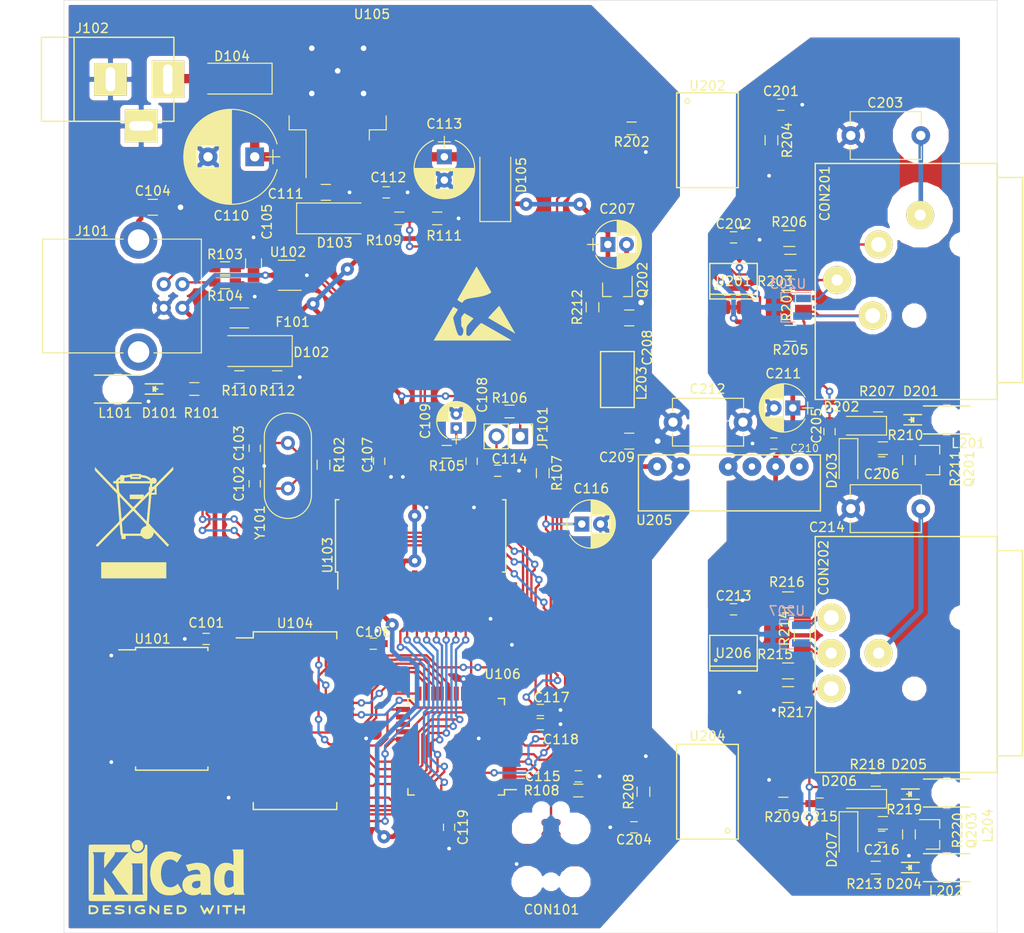
<source format=kicad_pcb>
(kicad_pcb (version 20171130) (host pcbnew "(6.0.0-rc1-dev-1267-gff668968f)")
  (layers (0 F.Cu signal) (31 B.Cu signal) (34 B.Paste user) (35 F.Paste user) (36 B.SilkS user) (37 F.SilkS user) (38 B.Mask user) (39 F.Mask user) (44 Edge.Cuts user))
  (net 0 "")
  (net 1 GND)
  (net 2 +5V)
  (net 3 "Net-(C104-Pad1)")
  (net 4 /5V_EXT)
  (net 5 /RESET)
  (net 6 /SENSE_5V_EXT)
  (net 7 /SENSE_5V_USB)
  (net 8 /5V_USB)
  (net 9 GNDA)
  (net 10 +5VA)
  (net 11 "Net-(C203-Pad1)")
  (net 12 /SCK)
  (net 13 /MOSI)
  (net 14 /MISO)
  (net 15 "Net-(CON201-Pad1)")
  (net 16 "Net-(CON202-Pad1)")
  (net 17 "Net-(D101-Pad2)")
  (net 18 "Net-(D201-Pad1)")
  (net 19 "Net-(D201-Pad2)")
  (net 20 /LED_USB)
  (net 21 "Net-(R103-Pad1)")
  (net 22 "Net-(R202-Pad1)")
  (net 23 /DmxInOut/DMX_TX)
  (net 24 /DmxInOut/DMX_RX)
  (net 25 /DmxInOut/DMX_EN)
  (net 26 /A0)
  (net 27 /A1)
  (net 28 /A2)
  (net 29 /A3)
  (net 30 /A4)
  (net 31 /A5)
  (net 32 /A6)
  (net 33 /A7)
  (net 34 /ALE)
  (net 35 /AD7)
  (net 36 /AD6)
  (net 37 /AD5)
  (net 38 /AD4)
  (net 39 /AD3)
  (net 40 /AD2)
  (net 41 /AD1)
  (net 42 /AD0)
  (net 43 /CLK_UC)
  (net 44 /USB_INT)
  (net 45 /WR)
  (net 46 /RD)
  (net 47 /A13)
  (net 48 /A12)
  (net 49 /A10)
  (net 50 /A11)
  (net 51 /A9)
  (net 52 /A8)
  (net 53 /DmxInOut/TX_B)
  (net 54 /DmxInOut/TX_A)
  (net 55 /DmxInOut/RX_B)
  (net 56 /DmxInOut/RX_A)
  (net 57 "Net-(C110-Pad1)")
  (net 58 /RESET_USBN)
  (net 59 /DmxInOut/TX_-)
  (net 60 /DmxInOut/TX_+)
  (net 61 /DmxInOut/RX_-)
  (net 62 /DmxInOut/RX_+)
  (net 63 "Net-(Q203-Pad1)")
  (net 64 "Net-(R104-Pad1)")
  (net 65 "Net-(JP101-Pad1)")
  (net 66 "Net-(C105-Pad1)")
  (net 67 "Net-(C102-Pad1)")
  (net 68 "Net-(C103-Pad1)")
  (net 69 "Net-(C108-Pad1)")
  (net 70 "Net-(C205-Pad2)")
  (net 71 "Net-(C205-Pad1)")
  (net 72 "Net-(C206-Pad2)")
  (net 73 "Net-(C207-Pad2)")
  (net 74 "Net-(C208-Pad1)")
  (net 75 "Net-(C209-Pad1)")
  (net 76 "Net-(C214-Pad1)")
  (net 77 "Net-(C215-Pad2)")
  (net 78 "Net-(C215-Pad1)")
  (net 79 "Net-(C216-Pad2)")
  (net 80 "Net-(D104-Pad2)")
  (net 81 "Net-(D204-Pad2)")
  (net 82 "Net-(D205-Pad2)")
  (net 83 "Net-(D205-Pad1)")
  (net 84 "Net-(J101-Pad3)")
  (net 85 "Net-(J101-Pad2)")
  (net 86 "Net-(Q201-Pad1)")
  (net 87 "Net-(R209-Pad2)")
  (module proz_connectors:NC3MAH_XLR_M (layer F.Cu) (at 155 135 180)
    (fp_text reference CON202 (at 18.602 9.143 270) (layer F.SilkS))
    (fp_text value XLR3_M_GROUND)
    (pad G thru_hole circle (at 12.7 0 180) (size 3 3) (drill 1.2) (layers *.Cu *.Mask F.SilkS) (net 76 "Net-(C214-Pad1)"))
    (pad 3 thru_hole circle (at 17.78 0 180) (size 3 3) (drill 1.2) (layers *.Cu *.Mask F.SilkS) (net 62 /DmxInOut/RX_+))
    (pad 1 thru_hole circle (at 17.78 -3.81 180) (size 3 3) (drill 1.6) (layers *.Cu *.Mask F.SilkS) (net 16 "Net-(CON202-Pad1)"))
    (pad 2 thru_hole circle (at 17.78 3.81 180) (size 3 3) (drill 1.6) (layers *.Cu *.Mask F.SilkS) (net 61 /DmxInOut/RX_-))
    (pad "" np_thru_hole circle (at 3.81 3.81 180) (size 1.6 1.6) (drill 1.6) (layers *.Cu *.Mask F.SilkS))
    (pad "" np_thru_hole circle (at 8.89 -3.81 180) (size 1.6 1.6) (drill 1.6) (layers *.Cu *.Mask F.SilkS))
  )
  (module proz_connectors:TC2050-IDC (layer F.Cu) (at 107.188 155.702 90)
    (fp_text reference CON101 (at -6.798 0.062 180) (layer F.SilkS))
    (fp_text value 10PIN_ISP_AVR)
    (pad 3 smd circle (at 0 0.635 90) (size 0.7874 0.7874) (layers F.Cu F.Mask))
    (pad 8 smd circle (at 0 -0.635 90) (size 0.7874 0.7874) (layers F.Cu F.Mask))
    (pad 9 smd circle (at -1.27 -0.635 90) (size 0.7874 0.7874) (layers F.Cu F.Mask) (net 14 /MISO))
    (pad 2 smd circle (at -1.27 0.635 90) (size 0.7874 0.7874) (layers F.Cu F.Mask) (net 2 +5V))
    (pad 10 smd circle (at -2.54 -0.635 90) (size 0.7874 0.7874) (layers F.Cu F.Mask) (net 1 GND))
    (pad 1 smd circle (at -2.54 0.635 90) (size 0.7874 0.7874) (layers F.Cu F.Mask) (net 13 /MOSI))
    (pad 7 smd circle (at 1.27 -0.635 90) (size 0.7874 0.7874) (layers F.Cu F.Mask) (net 12 /SCK))
    (pad 6 smd circle (at 2.54 -0.635 90) (size 0.7874 0.7874) (layers F.Cu F.Mask))
    (pad 5 smd circle (at 2.54 0.635 90) (size 0.7874 0.7874) (layers F.Cu F.Mask) (net 5 /RESET))
    (pad 4 smd circle (at 1.27 0.635 90) (size 0.7874 0.7874) (layers F.Cu F.Mask))
    (pad "" np_thru_hole circle (at -3.81 -2.54 90) (size 2.375 2.375) (drill 2.375) (layers *.Cu *.Mask))
    (pad "" np_thru_hole circle (at -3.81 0 90) (size 0.9906 0.9906) (drill 0.9906) (layers *.Cu *.Mask))
    (pad "" np_thru_hole circle (at 3.81 -1.015 90) (size 0.9906 0.9906) (drill 0.9906) (layers *.Cu *.Mask))
    (pad "" np_thru_hole circle (at 3.81 1.015 90) (size 0.9906 0.9906) (drill 0.9906) (layers *.Cu *.Mask))
    (pad "" np_thru_hole circle (at -3.81 2.54 90) (size 2.375 2.375) (drill 2.375) (layers *.Cu *.Mask))
    (pad "" np_thru_hole circle (at 1.905 2.54 90) (size 2.375 2.375) (drill 2.375) (layers *.Cu *.Mask))
    (pad "" np_thru_hole circle (at 1.905 -2.54 90) (size 2.375 2.375) (drill 2.375) (layers *.Cu *.Mask))
  )
  (module Symbols:WEEE-Logo_8.4x12mm_SilkScreen (layer F.Cu) (at 62.5 121)
    (fp_text reference REF*** hide)
    (fp_text value WEEE-Logo_8.4x12mm_SilkScreen hide)
  )
  (module Symbols:ESD-Logo_8.9x8mm_SilkScreen (layer F.Cu) (at 99 97.5)
    (fp_text reference REF*** hide)
    (fp_text value ESD-Logo_8.9x8mm_SilkScreen hide)
  )
  (module Connectors:USB_B (layer F.Cu) (at 67.691 97.982 180)
    (fp_text reference J101 (at 9.691 8.232) (layer F.SilkS))
    (fp_text value USB_B)
    (pad 5 thru_hole circle (at 4.7 -4.73 90) (size 4 4) (drill 2.3) (layers *.Cu *.Mask) (net 3 "Net-(C104-Pad1)"))
    (pad 5 thru_hole circle (at 4.7 7.27 90) (size 4 4) (drill 2.3) (layers *.Cu *.Mask) (net 3 "Net-(C104-Pad1)"))
    (pad 3 thru_hole circle (at 2 2.54 90) (size 1.52 1.52) (drill 0.81) (layers *.Cu *.Mask) (net 84 "Net-(J101-Pad3)"))
    (pad 4 thru_hole circle (at 2 0 90) (size 1.52 1.52) (drill 0.81) (layers *.Cu *.Mask) (net 1 GND))
    (pad 1 thru_hole circle (at 0 0 90) (size 1.52 1.52) (drill 0.81) (layers *.Cu *.Mask) (net 66 "Net-(C105-Pad1)"))
    (pad 2 thru_hole circle (at 0 2.54 90) (size 1.52 1.52) (drill 0.81) (layers *.Cu *.Mask) (net 85 "Net-(J101-Pad2)"))
  )
  (module proz_led:LED_SMD_0603 (layer F.Cu) (at 64.8081 106.68)
    (fp_text reference D101 (at 0.4419 2.57) (layer F.SilkS))
    (fp_text value LED)
    (pad 1 smd rect (at -0.7493 0 180) (size 0.79756 0.79756) (layers F.Cu F.Paste F.Mask) (net 1 GND))
    (pad 2 smd rect (at 0.7493 0 180) (size 0.79756 0.79756) (layers F.Cu F.Paste F.Mask) (net 17 "Net-(D101-Pad2)"))
  )
  (module Capacitors_THT:CP_Radial_D6.3mm_P2.50mm (layer F.Cu) (at 95.758 81.788 270)
    (fp_text reference C113 (at -3.538 0.008) (layer F.SilkS))
    (fp_text value 100u)
    (pad 2 thru_hole circle (at 2.5 0 270) (size 1.6 1.6) (drill 0.8) (layers *.Cu *.Mask) (net 1 GND))
    (pad 1 thru_hole rect (at 0 0 270) (size 1.6 1.6) (drill 0.8) (layers *.Cu *.Mask) (net 4 /5V_EXT))
  )
  (module TO_SOT_Packages_SMD:SOT-23_Handsoldering (layer B.Cu) (at 132.588 97.917 180)
    (fp_text reference U203 (at 0 2.5 180) (layer B.SilkS) (effects (justify mirror)))
    (fp_text value PESD5V0S2BT)
    (pad 3 smd rect (at 1.5 0 180) (size 1.9 0.8) (layers B.Cu B.Paste B.Mask) (net 9 GNDA))
    (pad 2 smd rect (at -1.5 -0.95 180) (size 1.9 0.8) (layers B.Cu B.Paste B.Mask) (net 59 /DmxInOut/TX_-))
    (pad 1 smd rect (at -1.5 0.95 180) (size 1.9 0.8) (layers B.Cu B.Paste B.Mask) (net 60 /DmxInOut/TX_+))
  )
  (module Capacitors_SMD:C_0603_HandSoldering (layer F.Cu) (at 70.231 133.477 180)
    (fp_text reference C101 (at -0.019 1.727 180) (layer F.SilkS))
    (fp_text value 100n)
    (pad 2 smd rect (at 0.95 0 180) (size 1.2 0.75) (layers F.Cu F.Paste F.Mask) (net 1 GND))
    (pad 1 smd rect (at -0.95 0 180) (size 1.2 0.75) (layers F.Cu F.Paste F.Mask) (net 2 +5V))
  )
  (module Capacitors_SMD:C_0603_HandSoldering (layer F.Cu) (at 75.438 116.84 90)
    (fp_text reference C102 (at 0 -1.688 90) (layer F.SilkS))
    (fp_text value 15p)
    (pad 1 smd rect (at -0.95 0 90) (size 1.2 0.75) (layers F.Cu F.Paste F.Mask) (net 67 "Net-(C102-Pad1)"))
    (pad 2 smd rect (at 0.95 0 90) (size 1.2 0.75) (layers F.Cu F.Paste F.Mask) (net 1 GND))
  )
  (module Capacitors_SMD:C_0603_HandSoldering (layer F.Cu) (at 75.438 113.03 270)
    (fp_text reference C103 (at -0.53 1.688 270) (layer F.SilkS))
    (fp_text value 15p)
    (pad 2 smd rect (at 0.95 0 270) (size 1.2 0.75) (layers F.Cu F.Paste F.Mask) (net 1 GND))
    (pad 1 smd rect (at -0.95 0 270) (size 1.2 0.75) (layers F.Cu F.Paste F.Mask) (net 68 "Net-(C103-Pad1)"))
  )
  (module Capacitors_SMD:C_0805_HandSoldering (layer F.Cu) (at 64.516 87.1982)
    (fp_text reference C104 (at 0 -1.75) (layer F.SilkS))
    (fp_text value 100n)
    (pad 2 smd rect (at 1.25 0) (size 1.5 1.25) (layers F.Cu F.Paste F.Mask) (net 1 GND))
    (pad 1 smd rect (at -1.25 0) (size 1.5 1.25) (layers F.Cu F.Paste F.Mask) (net 3 "Net-(C104-Pad1)"))
  )
  (module Capacitors_SMD:C_0603_HandSoldering (layer F.Cu) (at 88.138 133.985)
    (fp_text reference C106 (at 0 -1.25) (layer F.SilkS))
    (fp_text value 100n)
    (pad 2 smd rect (at 0.95 0) (size 1.2 0.75) (layers F.Cu F.Paste F.Mask) (net 1 GND))
    (pad 1 smd rect (at -0.95 0) (size 1.2 0.75) (layers F.Cu F.Paste F.Mask) (net 2 +5V))
  )
  (module Capacitors_SMD:C_0603_HandSoldering (layer F.Cu) (at 88.773 114.427 90)
    (fp_text reference C107 (at 0.677 -1.25 90) (layer F.SilkS))
    (fp_text value 100n)
    (pad 1 smd rect (at -0.95 0 90) (size 1.2 0.75) (layers F.Cu F.Paste F.Mask) (net 2 +5V))
    (pad 2 smd rect (at 0.95 0 90) (size 1.2 0.75) (layers F.Cu F.Paste F.Mask) (net 1 GND))
  )
  (module Capacitors_SMD:C_0603_HandSoldering (layer F.Cu) (at 98.679 114.427 270)
    (fp_text reference C108 (at -7.112 -1.143 270) (layer F.SilkS))
    (fp_text value 100n)
    (pad 2 smd rect (at 0.95 0 270) (size 1.2 0.75) (layers F.Cu F.Paste F.Mask) (net 1 GND))
    (pad 1 smd rect (at -0.95 0 270) (size 1.2 0.75) (layers F.Cu F.Paste F.Mask) (net 69 "Net-(C108-Pad1)"))
  )
  (module Capacitors_THT:CP_Radial_D4.0mm_P1.50mm (layer F.Cu) (at 97.028 110.871 90)
    (fp_text reference C109 (at 0.75 -3.31 90) (layer F.SilkS))
    (fp_text value 1u)
    (pad 2 thru_hole circle (at 1.5 0 90) (size 1.2 1.2) (drill 0.6) (layers *.Cu *.Mask) (net 1 GND))
    (pad 1 thru_hole rect (at 0 0 90) (size 1.2 1.2) (drill 0.6) (layers *.Cu *.Mask) (net 69 "Net-(C108-Pad1)"))
  )
  (module Capacitors_THT:CP_Radial_D10.0mm_P5.00mm (layer F.Cu) (at 75.438 81.788 180)
    (fp_text reference C110 (at 2.5 -6.31 180) (layer F.SilkS))
    (fp_text value 470u)
    (pad 2 thru_hole circle (at 5 0 180) (size 2 2) (drill 1) (layers *.Cu *.Mask) (net 1 GND))
    (pad 1 thru_hole rect (at 0 0 180) (size 2 2) (drill 1) (layers *.Cu *.Mask) (net 57 "Net-(C110-Pad1)"))
  )
  (module Capacitors_SMD:C_0805_HandSoldering (layer F.Cu) (at 83.058 85.598)
    (fp_text reference C111 (at -4.308 0.152) (layer F.SilkS))
    (fp_text value 100n)
    (pad 2 smd rect (at 1.25 0) (size 1.5 1.25) (layers F.Cu F.Paste F.Mask) (net 1 GND))
    (pad 1 smd rect (at -1.25 0) (size 1.5 1.25) (layers F.Cu F.Paste F.Mask) (net 57 "Net-(C110-Pad1)"))
  )
  (module Capacitors_SMD:C_0603_HandSoldering (layer F.Cu) (at 89.535 85.598)
    (fp_text reference C112 (at 0.215 -1.598) (layer F.SilkS))
    (fp_text value 100n)
    (pad 1 smd rect (at -0.95 0) (size 1.2 0.75) (layers F.Cu F.Paste F.Mask) (net 4 /5V_EXT))
    (pad 2 smd rect (at 0.95 0) (size 1.2 0.75) (layers F.Cu F.Paste F.Mask) (net 1 GND))
  )
  (module Capacitors_SMD:C_0603_HandSoldering (layer F.Cu) (at 110.109 148.209 180)
    (fp_text reference C115 (at 3.81 0 180) (layer F.SilkS))
    (fp_text value 100n)
    (pad 1 smd rect (at -0.95 0 180) (size 1.2 0.75) (layers F.Cu F.Paste F.Mask) (net 1 GND))
    (pad 2 smd rect (at 0.95 0 180) (size 1.2 0.75) (layers F.Cu F.Paste F.Mask) (net 5 /RESET))
  )
  (module Capacitors_SMD:C_0603_HandSoldering (layer F.Cu) (at 106.045 141.097 180)
    (fp_text reference C117 (at -1.205 1.347 180) (layer F.SilkS))
    (fp_text value 100n)
    (pad 1 smd rect (at -0.95 0 180) (size 1.2 0.75) (layers F.Cu F.Paste F.Mask) (net 1 GND))
    (pad 2 smd rect (at 0.95 0 180) (size 1.2 0.75) (layers F.Cu F.Paste F.Mask) (net 6 /SENSE_5V_EXT))
  )
  (module Capacitors_SMD:C_0603_HandSoldering (layer F.Cu) (at 106.045 142.621 180)
    (fp_text reference C118 (at -2.205 -1.629 180) (layer F.SilkS))
    (fp_text value 100n)
    (pad 2 smd rect (at 0.95 0 180) (size 1.2 0.75) (layers F.Cu F.Paste F.Mask) (net 7 /SENSE_5V_USB))
    (pad 1 smd rect (at -0.95 0 180) (size 1.2 0.75) (layers F.Cu F.Paste F.Mask) (net 1 GND))
  )
  (module Capacitors_SMD:C_0603_HandSoldering (layer F.Cu) (at 96.266 153.67 270)
    (fp_text reference C119 (at 0 -1.484 270) (layer F.SilkS))
    (fp_text value 100n)
    (pad 1 smd rect (at -0.95 0 270) (size 1.2 0.75) (layers F.Cu F.Paste F.Mask) (net 2 +5V))
    (pad 2 smd rect (at 0.95 0 270) (size 1.2 0.75) (layers F.Cu F.Paste F.Mask) (net 1 GND))
  )
  (module Capacitors_SMD:C_0805_HandSoldering (layer F.Cu) (at 75.311 93.218 90)
    (fp_text reference C105 (at 4.468 1.439 90) (layer F.SilkS))
    (fp_text value 100n)
    (pad 1 smd rect (at -1.25 0 90) (size 1.5 1.25) (layers F.Cu F.Paste F.Mask) (net 66 "Net-(C105-Pad1)"))
    (pad 2 smd rect (at 1.25 0 90) (size 1.5 1.25) (layers F.Cu F.Paste F.Mask) (net 1 GND))
  )
  (module Capacitors_SMD:C_0603_HandSoldering (layer F.Cu) (at 131.826 76.2 180)
    (fp_text reference C201 (at 0 1.45 180) (layer F.SilkS))
    (fp_text value 100n)
    (pad 1 smd rect (at -0.95 0 180) (size 1.2 0.75) (layers F.Cu F.Paste F.Mask) (net 9 GNDA))
    (pad 2 smd rect (at 0.95 0 180) (size 1.2 0.75) (layers F.Cu F.Paste F.Mask) (net 10 +5VA))
  )
  (module Capacitors_SMD:C_0603_HandSoldering (layer F.Cu) (at 126.746 90.424 180)
    (fp_text reference C202 (at -0.004 1.44 180) (layer F.SilkS))
    (fp_text value 100n)
    (pad 1 smd rect (at -0.95 0 180) (size 1.2 0.75) (layers F.Cu F.Paste F.Mask) (net 9 GNDA))
    (pad 2 smd rect (at 0.95 0 180) (size 1.2 0.75) (layers F.Cu F.Paste F.Mask) (net 10 +5VA))
  )
  (module Capacitors_THT:C_Disc_D7.5mm_W5.0mm_P7.50mm (layer F.Cu) (at 146.812 79.502 180)
    (fp_text reference C203 (at 3.812 3.502 180) (layer F.SilkS))
    (fp_text value "470p 2kV")
    (pad 2 thru_hole circle (at 7.5 0 180) (size 2 2) (drill 1) (layers *.Cu *.Mask) (net 9 GNDA))
    (pad 1 thru_hole circle (at 0 0 180) (size 2 2) (drill 1) (layers *.Cu *.Mask) (net 11 "Net-(C203-Pad1)"))
  )
  (module Capacitors_SMD:C_0603_HandSoldering (layer F.Cu) (at 116.078 153.67 180)
    (fp_text reference C204 (at 0 -1.33 180) (layer F.SilkS))
    (fp_text value 100n)
    (pad 1 smd rect (at -0.95 0 180) (size 1.2 0.75) (layers F.Cu F.Paste F.Mask) (net 2 +5V))
    (pad 2 smd rect (at 0.95 0 180) (size 1.2 0.75) (layers F.Cu F.Paste F.Mask) (net 1 GND))
  )
  (module Capacitors_THT:CP_Radial_D5.0mm_P2.00mm (layer F.Cu) (at 113.284 91.186)
    (fp_text reference C207 (at 1 -3.81) (layer F.SilkS))
    (fp_text value 47u)
    (pad 2 thru_hole circle (at 2 0) (size 1.6 1.6) (drill 0.8) (layers *.Cu *.Mask) (net 73 "Net-(C207-Pad2)"))
    (pad 1 thru_hole rect (at 0 0) (size 1.6 1.6) (drill 0.8) (layers *.Cu *.Mask) (net 2 +5V))
  )
  (module Capacitors_SMD:C_0805_HandSoldering (layer F.Cu) (at 115.57 99.06)
    (fp_text reference C208 (at 1.93 3.19 90) (layer F.SilkS))
    (fp_text value 2u2)
    (pad 2 smd rect (at 1.25 0) (size 1.5 1.25) (layers F.Cu F.Paste F.Mask) (net 1 GND))
    (pad 1 smd rect (at -1.25 0) (size 1.5 1.25) (layers F.Cu F.Paste F.Mask) (net 74 "Net-(C208-Pad1)"))
  )
  (module Capacitors_SMD:C_0805_HandSoldering (layer F.Cu) (at 115.57 112.268)
    (fp_text reference C209 (at -1.32 1.732) (layer F.SilkS))
    (fp_text value 2u2)
    (pad 1 smd rect (at -1.25 0) (size 1.5 1.25) (layers F.Cu F.Paste F.Mask) (net 75 "Net-(C209-Pad1)"))
    (pad 2 smd rect (at 1.25 0) (size 1.5 1.25) (layers F.Cu F.Paste F.Mask) (net 1 GND))
  )
  (module Capacitors_SMD:C_0603_HandSoldering (layer F.Cu) (at 131.064 112.522)
    (fp_text reference C210 (at 3.302 0.508) (layer F.SilkS) (effects (font (size 0.8 0.8) (thickness 0.1))))
    (fp_text value 100n)
    (pad 2 smd rect (at 0.95 0) (size 1.2 0.75) (layers F.Cu F.Paste F.Mask) (net 10 +5VA))
    (pad 1 smd rect (at -0.95 0) (size 1.2 0.75) (layers F.Cu F.Paste F.Mask) (net 9 GNDA))
  )
  (module Capacitors_THT:CP_Radial_D5.0mm_P2.00mm (layer F.Cu) (at 133.096 108.712 180)
    (fp_text reference C211 (at 1.016 3.683 180) (layer F.SilkS))
    (fp_text value 47u)
    (pad 1 thru_hole rect (at 0 0 180) (size 1.6 1.6) (drill 0.8) (layers *.Cu *.Mask) (net 10 +5VA))
    (pad 2 thru_hole circle (at 2 0 180) (size 1.6 1.6) (drill 0.8) (layers *.Cu *.Mask) (net 9 GNDA))
  )
  (module Capacitors_THT:C_Disc_D7.5mm_W5.0mm_P7.50mm (layer F.Cu) (at 127.762 110.236 180)
    (fp_text reference C212 (at 3.81 3.556 180) (layer F.SilkS))
    (fp_text value "470p 2kV")
    (pad 2 thru_hole circle (at 7.5 0 180) (size 2 2) (drill 1) (layers *.Cu *.Mask) (net 1 GND))
    (pad 1 thru_hole circle (at 0 0 180) (size 2 2) (drill 1) (layers *.Cu *.Mask) (net 9 GNDA))
  )
  (module Capacitors_SMD:C_0603_HandSoldering (layer F.Cu) (at 126.746 130.302 180)
    (fp_text reference C213 (at -0.004 1.445 180) (layer F.SilkS))
    (fp_text value 100n)
    (pad 2 smd rect (at 0.95 0 180) (size 1.2 0.75) (layers F.Cu F.Paste F.Mask) (net 10 +5VA))
    (pad 1 smd rect (at -0.95 0 180) (size 1.2 0.75) (layers F.Cu F.Paste F.Mask) (net 9 GNDA))
  )
  (module Capacitors_THT:C_Disc_D7.5mm_W5.0mm_P7.50mm (layer F.Cu) (at 146.812 119.507 180)
    (fp_text reference C214 (at 10.062 -1.993 180) (layer F.SilkS))
    (fp_text value "470p 2kV")
    (pad 1 thru_hole circle (at 0 0 180) (size 2 2) (drill 1) (layers *.Cu *.Mask) (net 76 "Net-(C214-Pad1)"))
    (pad 2 thru_hole circle (at 7.5 0 180) (size 2 2) (drill 1) (layers *.Cu *.Mask) (net 9 GNDA))
  )
  (module proz_connectors:NC3FAH2_XLR_F (layer F.Cu) (at 155 95 180)
    (fp_text reference CON201 (at 18.475 9.275 270) (layer F.SilkS))
    (fp_text value XLR3_F_GROUND)
    (pad "" np_thru_hole circle (at 8.89 -3.81 180) (size 1.6 1.6) (drill 1.6) (layers *.Cu *.Mask F.SilkS))
    (pad "" np_thru_hole circle (at 3.81 3.81 180) (size 1.6 1.6) (drill 1.6) (layers *.Cu *.Mask F.SilkS))
    (pad 1 thru_hole circle (at 12.7 3.81 180) (size 3 3) (drill 1.6) (layers *.Cu *.Mask F.SilkS) (net 15 "Net-(CON201-Pad1)"))
    (pad 2 thru_hole circle (at 13.335 -3.81 180) (size 3 3) (drill 1.6) (layers *.Cu *.Mask F.SilkS) (net 59 /DmxInOut/TX_-))
    (pad 3 thru_hole circle (at 17.15 0 180) (size 3 3) (drill 1.2) (layers *.Cu *.Mask F.SilkS) (net 60 /DmxInOut/TX_+))
    (pad G thru_hole circle (at 8.25 6.98 180) (size 3 3) (drill 1.2) (layers *.Cu *.Mask F.SilkS) (net 11 "Net-(C203-Pad1)"))
  )
  (module Diodes_SMD:D_SMA_Handsoldering (layer F.Cu) (at 75.057 102.616 180)
    (fp_text reference D102 (at -6.443 -0.134 180) (layer F.SilkS))
    (fp_text value SS15)
    (pad 1 smd rect (at -2.5 0 180) (size 3.5 1.8) (layers F.Cu F.Paste F.Mask) (net 2 +5V))
    (pad 2 smd rect (at 2.5 0 180) (size 3.5 1.8) (layers F.Cu F.Paste F.Mask) (net 8 /5V_USB))
  )
  (module Diodes_SMD:D_SMA_Handsoldering (layer F.Cu) (at 84.328 88.392)
    (fp_text reference D103 (at -0.328 2.608) (layer F.SilkS))
    (fp_text value SS15)
    (pad 1 smd rect (at -2.5 0) (size 3.5 1.8) (layers F.Cu F.Paste F.Mask) (net 57 "Net-(C110-Pad1)"))
    (pad 2 smd rect (at 2.5 0) (size 3.5 1.8) (layers F.Cu F.Paste F.Mask) (net 4 /5V_EXT))
  )
  (module Diodes_SMD:D_SMA_Handsoldering (layer F.Cu) (at 72.898 73.406 180)
    (fp_text reference D104 (at -0.102 2.406 180) (layer F.SilkS))
    (fp_text value SS15)
    (pad 1 smd rect (at -2.5 0 180) (size 3.5 1.8) (layers F.Cu F.Paste F.Mask) (net 57 "Net-(C110-Pad1)"))
    (pad 2 smd rect (at 2.5 0 180) (size 3.5 1.8) (layers F.Cu F.Paste F.Mask) (net 80 "Net-(D104-Pad2)"))
  )
  (module Diodes_SMD:D_SMA_Handsoldering (layer F.Cu) (at 101.219 84.328 90)
    (fp_text reference D105 (at 0.578 2.781 90) (layer F.SilkS))
    (fp_text value SS15)
    (pad 2 smd rect (at 2.5 0 90) (size 3.5 1.8) (layers F.Cu F.Paste F.Mask) (net 4 /5V_EXT))
    (pad 1 smd rect (at -2.5 0 90) (size 3.5 1.8) (layers F.Cu F.Paste F.Mask) (net 2 +5V))
  )
  (module proz_led:LED_SMD_0603 (layer F.Cu) (at 145.796 109.982 180)
    (fp_text reference D201 (at -1.016 3.048 180) (layer F.SilkS))
    (fp_text value LED_TX)
    (pad 1 smd rect (at -0.7493 0) (size 0.79756 0.79756) (layers F.Cu F.Paste F.Mask) (net 18 "Net-(D201-Pad1)"))
    (pad 2 smd rect (at 0.7493 0) (size 0.79756 0.79756) (layers F.Cu F.Paste F.Mask) (net 19 "Net-(D201-Pad2)"))
  )
  (module proz_led:LED_SMD_0603 (layer F.Cu) (at 145.542 157.988 180)
    (fp_text reference D204 (at 0.542 -1.762 180) (layer F.SilkS))
    (fp_text value LED_DMX)
    (pad 1 smd rect (at -0.7493 0) (size 0.79756 0.79756) (layers F.Cu F.Paste F.Mask) (net 9 GNDA))
    (pad 2 smd rect (at 0.7493 0) (size 0.79756 0.79756) (layers F.Cu F.Paste F.Mask) (net 81 "Net-(D204-Pad2)"))
  )
  (module proz_led:LED_SMD_0603 (layer F.Cu) (at 145.542 150.114 180)
    (fp_text reference D205 (at 0 3.175 180) (layer F.SilkS))
    (fp_text value LED_RX)
    (pad 2 smd rect (at 0.7493 0) (size 0.79756 0.79756) (layers F.Cu F.Paste F.Mask) (net 82 "Net-(D205-Pad2)"))
    (pad 1 smd rect (at -0.7493 0) (size 0.79756 0.79756) (layers F.Cu F.Paste F.Mask) (net 83 "Net-(D205-Pad1)"))
  )
  (module Fuse_Holders_and_Fuses:Fuse_SMD1206_HandSoldering (layer F.Cu) (at 73.787 99.06 180)
    (fp_text reference F101 (at -5.713 -0.44 180) (layer F.SilkS))
    (fp_text value 0.375A)
    (pad 2 smd rect (at 2.09 0 270) (size 2.03 2.65) (layers F.Cu F.Paste F.Mask) (net 66 "Net-(C105-Pad1)"))
    (pad 1 smd rect (at -2.09 0 270) (size 2.03 2.65) (layers F.Cu F.Paste F.Mask) (net 8 /5V_USB))
  )
  (module proz_connectors:BARREL_JACK_CLIFF (layer F.Cu) (at 52.578 77.978)
    (fp_text reference J102 (at 5.422 -9.978 180) (layer F.SilkS))
    (fp_text value Barrel_Jack)
    (pad 3 thru_hole rect (at 10.7004 0.5) (size 3.50012 3.50012) (drill oval 2.6 1.00076) (layers *.Cu *.Mask F.SilkS) (net 1 GND))
    (pad 2 thru_hole rect (at 7.4 -4.5) (size 3.50012 3.50012) (drill oval 1.00076 2.6) (layers *.Cu *.Mask F.SilkS) (net 1 GND))
    (pad 1 thru_hole rect (at 13.55 -4.5) (size 3.50012 4) (drill oval 1.00076 3.2) (layers *.Cu *.Mask F.SilkS) (net 80 "Net-(D104-Pad2)"))
  )
  (module TO_SOT_Packages_SMD:SOT-23 (layer F.Cu) (at 148.082 114.3)
    (fp_text reference Q201 (at 3.918 0.95 90) (layer F.SilkS))
    (fp_text value BC817)
    (pad 1 smd rect (at -1 -0.95) (size 0.9 0.8) (layers F.Cu F.Paste F.Mask) (net 86 "Net-(Q201-Pad1)"))
    (pad 2 smd rect (at -1 0.95) (size 0.9 0.8) (layers F.Cu F.Paste F.Mask) (net 9 GNDA))
    (pad 3 smd rect (at 1 0) (size 0.9 0.8) (layers F.Cu F.Paste F.Mask) (net 18 "Net-(D201-Pad1)"))
  )
  (module TO_SOT_Packages_SMD:SOT-23 (layer F.Cu) (at 114.3 96.012 270)
    (fp_text reference Q202 (at -1.012 -2.7 270) (layer F.SilkS))
    (fp_text value BC807)
    (pad 1 smd rect (at -1 -0.95 270) (size 0.9 0.8) (layers F.Cu F.Paste F.Mask) (net 73 "Net-(C207-Pad2)"))
    (pad 2 smd rect (at -1 0.95 270) (size 0.9 0.8) (layers F.Cu F.Paste F.Mask) (net 2 +5V))
    (pad 3 smd rect (at 1 0 270) (size 0.9 0.8) (layers F.Cu F.Paste F.Mask) (net 74 "Net-(C208-Pad1)"))
  )
  (module TO_SOT_Packages_SMD:SOT-23 (layer F.Cu) (at 148.082 154.432)
    (fp_text reference Q203 (at 4.168 -0.432 90) (layer F.SilkS))
    (fp_text value BC817)
    (pad 3 smd rect (at 1 0) (size 0.9 0.8) (layers F.Cu F.Paste F.Mask) (net 83 "Net-(D205-Pad1)"))
    (pad 2 smd rect (at -1 0.95) (size 0.9 0.8) (layers F.Cu F.Paste F.Mask) (net 9 GNDA))
    (pad 1 smd rect (at -1 -0.95) (size 0.9 0.8) (layers F.Cu F.Paste F.Mask) (net 63 "Net-(Q203-Pad1)"))
  )
  (module Resistors_SMD:R_0603_HandSoldering (layer F.Cu) (at 68.961 106.68 180)
    (fp_text reference R101 (at -0.789 -2.57 180) (layer F.SilkS))
    (fp_text value 100)
    (pad 1 smd rect (at -1.1 0 180) (size 1.2 0.9) (layers F.Cu F.Paste F.Mask) (net 20 /LED_USB))
    (pad 2 smd rect (at 1.1 0 180) (size 1.2 0.9) (layers F.Cu F.Paste F.Mask) (net 17 "Net-(D101-Pad2)"))
  )
  (module Resistors_SMD:R_0603_HandSoldering (layer F.Cu) (at 72.263 93.726 180)
    (fp_text reference R103 (at 0.013 1.476 180) (layer F.SilkS))
    (fp_text value 22)
    (pad 2 smd rect (at 1.1 0 180) (size 1.2 0.9) (layers F.Cu F.Paste F.Mask) (net 84 "Net-(J101-Pad3)"))
    (pad 1 smd rect (at -1.1 0 180) (size 1.2 0.9) (layers F.Cu F.Paste F.Mask) (net 21 "Net-(R103-Pad1)"))
  )
  (module Resistors_SMD:R_0603_HandSoldering (layer F.Cu) (at 72.263 95.25 180)
    (fp_text reference R104 (at 0 -1.45 180) (layer F.SilkS))
    (fp_text value 22)
    (pad 1 smd rect (at -1.1 0 180) (size 1.2 0.9) (layers F.Cu F.Paste F.Mask) (net 64 "Net-(R104-Pad1)"))
    (pad 2 smd rect (at 1.1 0 180) (size 1.2 0.9) (layers F.Cu F.Paste F.Mask) (net 85 "Net-(J101-Pad2)"))
  )
  (module Resistors_SMD:R_0603_HandSoldering (layer F.Cu) (at 96.012 113.411 180)
    (fp_text reference R105 (at 0 -1.524 180) (layer F.SilkS))
    (fp_text value 1k5)
    (pad 2 smd rect (at 1.1 0 180) (size 1.2 0.9) (layers F.Cu F.Paste F.Mask) (net 21 "Net-(R103-Pad1)"))
    (pad 1 smd rect (at -1.1 0 180) (size 1.2 0.9) (layers F.Cu F.Paste F.Mask) (net 69 "Net-(C108-Pad1)"))
  )
  (module Resistors_SMD:R_0603_HandSoldering (layer F.Cu) (at 110.109 149.733)
    (fp_text reference R108 (at -3.937 0) (layer F.SilkS))
    (fp_text value 10k)
    (pad 1 smd rect (at -1.1 0) (size 1.2 0.9) (layers F.Cu F.Paste F.Mask) (net 5 /RESET))
    (pad 2 smd rect (at 1.1 0) (size 1.2 0.9) (layers F.Cu F.Paste F.Mask) (net 2 +5V))
  )
  (module Resistors_SMD:R_0603_HandSoldering (layer F.Cu) (at 90.932 88.392 180)
    (fp_text reference R109 (at 1.682 -2.358 180) (layer F.SilkS))
    (fp_text value 2k2)
    (pad 1 smd rect (at -1.1 0 180) (size 1.2 0.9) (layers F.Cu F.Paste F.Mask) (net 6 /SENSE_5V_EXT))
    (pad 2 smd rect (at 1.1 0 180) (size 1.2 0.9) (layers F.Cu F.Paste F.Mask) (net 4 /5V_EXT))
  )
  (module Resistors_SMD:R_0603_HandSoldering (layer F.Cu) (at 73.787 105.41 180)
    (fp_text reference R110 (at 0 -1.45 180) (layer F.SilkS))
    (fp_text value 2k2)
    (pad 1 smd rect (at -1.1 0 180) (size 1.2 0.9) (layers F.Cu F.Paste F.Mask) (net 7 /SENSE_5V_USB))
    (pad 2 smd rect (at 1.1 0 180) (size 1.2 0.9) (layers F.Cu F.Paste F.Mask) (net 8 /5V_USB))
  )
  (module Resistors_SMD:R_0603_HandSoldering (layer F.Cu) (at 94.996 88.392 180)
    (fp_text reference R111 (at -0.754 -1.858 180) (layer F.SilkS))
    (fp_text value 47k)
    (pad 1 smd rect (at -1.1 0 180) (size 1.2 0.9) (layers F.Cu F.Paste F.Mask) (net 1 GND))
    (pad 2 smd rect (at 1.1 0 180) (size 1.2 0.9) (layers F.Cu F.Paste F.Mask) (net 6 /SENSE_5V_EXT))
  )
  (module Resistors_SMD:R_0603_HandSoldering (layer F.Cu) (at 77.851 105.41 180)
    (fp_text reference R112 (at 0 -1.45 180) (layer F.SilkS))
    (fp_text value 47k)
    (pad 2 smd rect (at 1.1 0 180) (size 1.2 0.9) (layers F.Cu F.Paste F.Mask) (net 7 /SENSE_5V_USB))
    (pad 1 smd rect (at -1.1 0 180) (size 1.2 0.9) (layers F.Cu F.Paste F.Mask) (net 1 GND))
  )
  (module Resistors_SMD:R_MiniMELF_MMA-0204 (layer F.Cu) (at 134.239 96.901 270)
    (fp_text reference R201 (at 0.635 1.778 270) (layer F.SilkS))
    (fp_text value 120)
    (pad 2 smd rect (at 1.5 0 270) (size 1.5 1.8) (layers F.Cu F.Paste F.Mask) (net 59 /DmxInOut/TX_-))
    (pad 1 smd rect (at -1.5 0 270) (size 1.5 1.8) (layers F.Cu F.Paste F.Mask) (net 60 /DmxInOut/TX_+))
  )
  (module Resistors_SMD:R_0603_HandSoldering (layer F.Cu) (at 115.824 78.74 180)
    (fp_text reference R202 (at 0 -1.45 180) (layer F.SilkS))
    (fp_text value 470)
    (pad 1 smd rect (at -1.1 0 180) (size 1.2 0.9) (layers F.Cu F.Paste F.Mask) (net 22 "Net-(R202-Pad1)"))
    (pad 2 smd rect (at 1.1 0 180) (size 1.2 0.9) (layers F.Cu F.Paste F.Mask) (net 23 /DmxInOut/DMX_TX))
  )
  (module Resistors_SMD:R_MiniMELF_MMA-0204 (layer F.Cu) (at 132.842 93.091 180)
    (fp_text reference R203 (at 1.651 -2.032 180) (layer F.SilkS))
    (fp_text value 1)
    (pad 2 smd rect (at 1.5 0 180) (size 1.5 1.8) (layers F.Cu F.Paste F.Mask) (net 53 /DmxInOut/TX_B))
    (pad 1 smd rect (at -1.5 0 180) (size 1.5 1.8) (layers F.Cu F.Paste F.Mask) (net 60 /DmxInOut/TX_+))
  )
  (module Resistors_SMD:R_0603_HandSoldering (layer F.Cu) (at 130.81 80.01 90)
    (fp_text reference R204 (at 0 1.69 90) (layer F.SilkS))
    (fp_text value 10k)
    (pad 1 smd rect (at -1.1 0 90) (size 1.2 0.9) (layers F.Cu F.Paste F.Mask) (net 71 "Net-(C205-Pad1)"))
    (pad 2 smd rect (at 1.1 0 90) (size 1.2 0.9) (layers F.Cu F.Paste F.Mask) (net 10 +5VA))
  )
  (module Resistors_SMD:R_MiniMELF_MMA-0204 (layer F.Cu) (at 132.842 100.711 180)
    (fp_text reference R205 (at 0 -1.778 180) (layer F.SilkS))
    (fp_text value 1)
    (pad 1 smd rect (at -1.5 0 180) (size 1.5 1.8) (layers F.Cu F.Paste F.Mask) (net 59 /DmxInOut/TX_-))
    (pad 2 smd rect (at 1.5 0 180) (size 1.5 1.8) (layers F.Cu F.Paste F.Mask) (net 54 /DmxInOut/TX_A))
  )
  (module Resistors_SMD:R_MiniMELF_MMA-0204 (layer F.Cu) (at 132.715 90.551 180)
    (fp_text reference R206 (at 0 1.778 180) (layer F.SilkS))
    (fp_text value 10)
    (pad 2 smd rect (at 1.5 0 180) (size 1.5 1.8) (layers F.Cu F.Paste F.Mask) (net 9 GNDA))
    (pad 1 smd rect (at -1.5 0 180) (size 1.5 1.8) (layers F.Cu F.Paste F.Mask) (net 15 "Net-(CON201-Pad1)"))
  )
  (module Resistors_SMD:R_0603_HandSoldering (layer F.Cu) (at 142.24 108.458 180)
    (fp_text reference R207 (at 0.127 1.524) (layer F.SilkS))
    (fp_text value 220)
    (pad 1 smd rect (at -1.1 0 180) (size 1.2 0.9) (layers F.Cu F.Paste F.Mask) (net 19 "Net-(D201-Pad2)"))
    (pad 2 smd rect (at 1.1 0 180) (size 1.2 0.9) (layers F.Cu F.Paste F.Mask) (net 10 +5VA))
  )
  (module Resistors_SMD:R_0603_HandSoldering (layer F.Cu) (at 117.094 149.86 270)
    (fp_text reference R208 (at 0 1.594 270) (layer F.SilkS))
    (fp_text value 10k)
    (pad 2 smd rect (at 1.1 0 270) (size 1.2 0.9) (layers F.Cu F.Paste F.Mask) (net 2 +5V))
    (pad 1 smd rect (at -1.1 0 270) (size 1.2 0.9) (layers F.Cu F.Paste F.Mask) (net 24 /DmxInOut/DMX_RX))
  )
  (module Resistors_SMD:R_0603_HandSoldering (layer F.Cu) (at 132.08 151.13 180)
    (fp_text reference R209 (at 0.127 -1.45 180) (layer F.SilkS))
    (fp_text value 470)
    (pad 2 smd rect (at 1.1 0 180) (size 1.2 0.9) (layers F.Cu F.Paste F.Mask) (net 87 "Net-(R209-Pad2)"))
    (pad 1 smd rect (at -1.1 0 180) (size 1.2 0.9) (layers F.Cu F.Paste F.Mask) (net 78 "Net-(C215-Pad1)"))
  )
  (module Resistors_SMD:R_0603_HandSoldering (layer F.Cu) (at 142.748 113.03 180)
    (fp_text reference R210 (at -2.413 1.397 180) (layer F.SilkS))
    (fp_text value 1k)
    (pad 2 smd rect (at 1.1 0 180) (size 1.2 0.9) (layers F.Cu F.Paste F.Mask) (net 72 "Net-(C206-Pad2)"))
    (pad 1 smd rect (at -1.1 0 180) (size 1.2 0.9) (layers F.Cu F.Paste F.Mask) (net 86 "Net-(Q201-Pad1)"))
  )
  (module Resistors_SMD:R_0603_HandSoldering (layer F.Cu) (at 145.542 114.3 90)
    (fp_text reference R211 (at -0.95 4.958 90) (layer F.SilkS))
    (fp_text value 47k)
    (pad 1 smd rect (at -1.1 0 90) (size 1.2 0.9) (layers F.Cu F.Paste F.Mask) (net 9 GNDA))
    (pad 2 smd rect (at 1.1 0 90) (size 1.2 0.9) (layers F.Cu F.Paste F.Mask) (net 86 "Net-(Q201-Pad1)"))
  )
  (module Resistors_SMD:R_0603_HandSoldering (layer F.Cu) (at 111.633 97.917 270)
    (fp_text reference R212 (at 0 1.633 270) (layer F.SilkS))
    (fp_text value 470)
    (pad 2 smd rect (at 1.1 0 270) (size 1.2 0.9) (layers F.Cu F.Paste F.Mask) (net 25 /DmxInOut/DMX_EN))
    (pad 1 smd rect (at -1.1 0 270) (size 1.2 0.9) (layers F.Cu F.Paste F.Mask) (net 73 "Net-(C207-Pad2)"))
  )
  (module Resistors_SMD:R_0603_HandSoldering (layer F.Cu) (at 141.986 157.988)
    (fp_text reference R213 (at -1.236 1.762) (layer F.SilkS))
    (fp_text value 220)
    (pad 2 smd rect (at 1.1 0) (size 1.2 0.9) (layers F.Cu F.Paste F.Mask) (net 81 "Net-(D204-Pad2)"))
    (pad 1 smd rect (at -1.1 0) (size 1.2 0.9) (layers F.Cu F.Paste F.Mask) (net 10 +5VA))
  )
  (module Resistors_SMD:R_MiniMELF_MMA-0204 (layer F.Cu) (at 134.112 133.096 90)
    (fp_text reference R214 (at 0.762 -1.905 90) (layer F.SilkS))
    (fp_text value 120)
    (pad 1 smd rect (at -1.5 0 90) (size 1.5 1.8) (layers F.Cu F.Paste F.Mask) (net 62 /DmxInOut/RX_+))
    (pad 2 smd rect (at 1.5 0 90) (size 1.5 1.8) (layers F.Cu F.Paste F.Mask) (net 61 /DmxInOut/RX_-))
  )
  (module Resistors_SMD:R_MiniMELF_MMA-0204 (layer F.Cu) (at 132.588 136.906 180)
    (fp_text reference R215 (at 1.397 1.778) (layer F.SilkS))
    (fp_text value 10)
    (pad 1 smd rect (at -1.5 0 180) (size 1.5 1.8) (layers F.Cu F.Paste F.Mask) (net 62 /DmxInOut/RX_+))
    (pad 2 smd rect (at 1.5 0 180) (size 1.5 1.8) (layers F.Cu F.Paste F.Mask) (net 55 /DmxInOut/RX_B))
  )
  (module Resistors_SMD:R_MiniMELF_MMA-0204 (layer F.Cu) (at 132.588 129.286 180)
    (fp_text reference R216 (at 0.127 1.905) (layer F.SilkS))
    (fp_text value 10)
    (pad 2 smd rect (at 1.5 0 180) (size 1.5 1.8) (layers F.Cu F.Paste F.Mask) (net 56 /DmxInOut/RX_A))
    (pad 1 smd rect (at -1.5 0 180) (size 1.5 1.8) (layers F.Cu F.Paste F.Mask) (net 61 /DmxInOut/RX_-))
  )
  (module Resistors_SMD:R_MiniMELF_MMA-0204 (layer F.Cu) (at 132.588 139.446 180)
    (fp_text reference R217 (at -0.762 -1.905 180) (layer F.SilkS))
    (fp_text value 10)
    (pad 1 smd rect (at -1.5 0 180) (size 1.5 1.8) (layers F.Cu F.Paste F.Mask) (net 16 "Net-(CON202-Pad1)"))
    (pad 2 smd rect (at 1.5 0 180) (size 1.5 1.8) (layers F.Cu F.Paste F.Mask) (net 9 GNDA))
  )
  (module Resistors_SMD:R_0603_HandSoldering (layer F.Cu) (at 141.986 148.59 180)
    (fp_text reference R218 (at 0.889 1.651 180) (layer F.SilkS))
    (fp_text value 220)
    (pad 1 smd rect (at -1.1 0 180) (size 1.2 0.9) (layers F.Cu F.Paste F.Mask) (net 82 "Net-(D205-Pad2)"))
    (pad 2 smd rect (at 1.1 0 180) (size 1.2 0.9) (layers F.Cu F.Paste F.Mask) (net 10 +5VA))
  )
  (module Resistors_SMD:R_0603_HandSoldering (layer F.Cu) (at 142.748 153.2 180)
    (fp_text reference R219 (at -2.286 1.435 180) (layer F.SilkS))
    (fp_text value 1k)
    (pad 1 smd rect (at -1.1 0 180) (size 1.2 0.9) (layers F.Cu F.Paste F.Mask) (net 63 "Net-(Q203-Pad1)"))
    (pad 2 smd rect (at 1.1 0 180) (size 1.2 0.9) (layers F.Cu F.Paste F.Mask) (net 79 "Net-(C216-Pad2)"))
  )
  (module Resistors_SMD:R_0603_HandSoldering (layer F.Cu) (at 145.542 154.432 90)
    (fp_text reference R220 (at 0.432 5.208 270) (layer F.SilkS))
    (fp_text value 47k)
    (pad 2 smd rect (at 1.1 0 90) (size 1.2 0.9) (layers F.Cu F.Paste F.Mask) (net 63 "Net-(Q203-Pad1)"))
    (pad 1 smd rect (at -1.1 0 90) (size 1.2 0.9) (layers F.Cu F.Paste F.Mask) (net 9 GNDA))
  )
  (module Housings_SOIC:SOIC-20W_7.5x12.8mm_Pitch1.27mm (layer F.Cu) (at 66.548 140.97)
    (fp_text reference U101 (at -2.048 -7.5) (layer F.SilkS))
    (fp_text value 74LS573)
    (pad 20 smd rect (at 4.7 -5.715) (size 1.95 0.6) (layers F.Cu F.Paste F.Mask) (net 2 +5V))
    (pad 19 smd rect (at 4.7 -4.445) (size 1.95 0.6) (layers F.Cu F.Paste F.Mask) (net 33 /A7))
    (pad 18 smd rect (at 4.7 -3.175) (size 1.95 0.6) (layers F.Cu F.Paste F.Mask) (net 32 /A6))
    (pad 17 smd rect (at 4.7 -1.905) (size 1.95 0.6) (layers F.Cu F.Paste F.Mask) (net 31 /A5))
    (pad 16 smd rect (at 4.7 -0.635) (size 1.95 0.6) (layers F.Cu F.Paste F.Mask) (net 30 /A4))
    (pad 15 smd rect (at 4.7 0.635) (size 1.95 0.6) (layers F.Cu F.Paste F.Mask) (net 29 /A3))
    (pad 14 smd rect (at 4.7 1.905) (size 1.95 0.6) (layers F.Cu F.Paste F.Mask) (net 28 /A2))
    (pad 13 smd rect (at 4.7 3.175) (size 1.95 0.6) (layers F.Cu F.Paste F.Mask) (net 27 /A1))
    (pad 12 smd rect (at 4.7 4.445) (size 1.95 0.6) (layers F.Cu F.Paste F.Mask) (net 26 /A0))
    (pad 11 smd rect (at 4.7 5.715) (size 1.95 0.6) (layers F.Cu F.Paste F.Mask) (net 34 /ALE))
    (pad 10 smd rect (at -4.7 5.715) (size 1.95 0.6) (layers F.Cu F.Paste F.Mask) (net 1 GND))
    (pad 9 smd rect (at -4.7 4.445) (size 1.95 0.6) (layers F.Cu F.Paste F.Mask) (net 42 /AD0))
    (pad 8 smd rect (at -4.7 3.175) (size 1.95 0.6) (layers F.Cu F.Paste F.Mask) (net 41 /AD1))
    (pad 7 smd rect (at -4.7 1.905) (size 1.95 0.6) (layers F.Cu F.Paste F.Mask) (net 40 /AD2))
    (pad 6 smd rect (at -4.7 0.635) (size 1.95 0.6) (layers F.Cu F.Paste F.Mask) (net 39 /AD3))
    (pad 5 smd rect (at -4.7 -0.635) (size 1.95 0.6) (layers F.Cu F.Paste F.Mask) (net 38 /AD4))
    (pad 4 smd rect (at -4.7 -1.905) (size 1.95 0.6) (layers F.Cu F.Paste F.Mask) (net 37 /AD5))
    (pad 3 smd rect (at -4.7 -3.175) (size 1.95 0.6) (layers F.Cu F.Paste F.Mask) (net 36 /AD6))
    (pad 2 smd rect (at -4.7 -4.445) (size 1.95 0.6) (layers F.Cu F.Paste F.Mask) (net 35 /AD7))
    (pad 1 smd rect (at -4.7 -5.715) (size 1.95 0.6) (layers F.Cu F.Paste F.Mask) (net 1 GND))
  )
  (module Housings_SOIC:SOIC-28W_7.5x17.9mm_Pitch1.27mm (layer F.Cu) (at 93.218 122.428 90)
    (fp_text reference U103 (at -2.072 -9.968 90) (layer F.SilkS))
    (fp_text value USBN9604-28M)
    (pad 28 smd rect (at 4.7 -8.255 90) (size 2 0.6) (layers F.Cu F.Paste F.Mask) (net 43 /CLK_UC))
    (pad 27 smd rect (at 4.7 -6.985 90) (size 2 0.6) (layers F.Cu F.Paste F.Mask) (net 67 "Net-(C102-Pad1)"))
    (pad 26 smd rect (at 4.7 -5.715 90) (size 2 0.6) (layers F.Cu F.Paste F.Mask) (net 68 "Net-(C103-Pad1)"))
    (pad 25 smd rect (at 4.7 -4.445 90) (size 2 0.6) (layers F.Cu F.Paste F.Mask) (net 2 +5V))
    (pad 24 smd rect (at 4.7 -3.175 90) (size 2 0.6) (layers F.Cu F.Paste F.Mask) (net 1 GND))
    (pad 23 smd rect (at 4.7 -1.905 90) (size 2 0.6) (layers F.Cu F.Paste F.Mask) (net 1 GND))
    (pad 22 smd rect (at 4.7 -0.635 90) (size 2 0.6) (layers F.Cu F.Paste F.Mask) (net 2 +5V))
    (pad 21 smd rect (at 4.7 0.635 90) (size 2 0.6) (layers F.Cu F.Paste F.Mask) (net 1 GND))
    (pad 20 smd rect (at 4.7 1.905 90) (size 2 0.6) (layers F.Cu F.Paste F.Mask) (net 64 "Net-(R104-Pad1)"))
    (pad 19 smd rect (at 4.7 3.175 90) (size 2 0.6) (layers F.Cu F.Paste F.Mask) (net 21 "Net-(R103-Pad1)"))
    (pad 18 smd rect (at 4.7 4.445 90) (size 2 0.6) (layers F.Cu F.Paste F.Mask) (net 69 "Net-(C108-Pad1)"))
    (pad 17 smd rect (at 4.7 5.715 90) (size 2 0.6) (layers F.Cu F.Paste F.Mask) (net 1 GND))
    (pad 16 smd rect (at 4.7 6.985 90) (size 2 0.6) (layers F.Cu F.Paste F.Mask) (net 58 /RESET_USBN))
    (pad 15 smd rect (at 4.7 8.255 90) (size 2 0.6) (layers F.Cu F.Paste F.Mask) (net 35 /AD7))
    (pad 14 smd rect (at -4.7 8.255 90) (size 2 0.6) (layers F.Cu F.Paste F.Mask) (net 36 /AD6))
    (pad 13 smd rect (at -4.7 6.985 90) (size 2 0.6) (layers F.Cu F.Paste F.Mask) (net 37 /AD5))
    (pad 12 smd rect (at -4.7 5.715 90) (size 2 0.6) (layers F.Cu F.Paste F.Mask) (net 38 /AD4))
    (pad 11 smd rect (at -4.7 4.445 90) (size 2 0.6) (layers F.Cu F.Paste F.Mask) (net 39 /AD3))
    (pad 10 smd rect (at -4.7 3.175 90) (size 2 0.6) (layers F.Cu F.Paste F.Mask) (net 40 /AD2))
    (pad 9 smd rect (at -4.7 1.905 90) (size 2 0.6) (layers F.Cu F.Paste F.Mask) (net 41 /AD1))
    (pad 8 smd rect (at -4.7 0.635 90) (size 2 0.6) (layers F.Cu F.Paste F.Mask) (net 42 /AD0))
    (pad 7 smd rect (at -4.7 -0.635 90) (size 2 0.6) (layers F.Cu F.Paste F.Mask) (net 34 /ALE))
    (pad 6 smd rect (at -4.7 -1.905 90) (size 2 0.6) (layers F.Cu F.Paste F.Mask) (net 2 +5V))
    (pad 5 smd rect (at -4.7 -3.175 90) (size 2 0.6) (layers F.Cu F.Paste F.Mask))
    (pad 4 smd rect (at -4.7 -4.445 90) (size 2 0.6) (layers F.Cu F.Paste F.Mask) (net 44 /USB_INT))
    (pad 3 smd rect (at -4.7 -5.715 90) (size 2 0.6) (layers F.Cu F.Paste F.Mask) (net 45 /WR))
    (pad 2 smd rect (at -4.7 -6.985 90) (size 2 0.6) (layers F.Cu F.Paste F.Mask) (net 46 /RD))
    (pad 1 smd rect (at -4.7 -8.255 90) (size 2 0.6) (layers F.Cu F.Paste F.Mask) (net 47 /A13))
  )
  (module TO_SOT_Packages_SMD:TO-263-2 (layer F.Cu) (at 84.328 75.946 90)
    (fp_text reference U105 (at 9.446 3.672 180) (layer F.SilkS))
    (fp_text value L7805)
    (pad 2 smd rect (at 0.95 2.775 90) (size 4.55 5.25) (layers F.Cu F.Paste) (net 1 GND))
    (pad 2 smd rect (at 5.8 -2.775 90) (size 4.55 5.25) (layers F.Cu F.Paste) (net 1 GND))
    (pad 2 smd rect (at 0.95 -2.775 90) (size 4.55 5.25) (layers F.Cu F.Paste) (net 1 GND))
    (pad 2 smd rect (at 5.8 2.775 90) (size 4.55 5.25) (layers F.Cu F.Paste) (net 1 GND))
    (pad 2 smd rect (at 3.375 0 90) (size 9.4 10.8) (layers F.Cu F.Mask) (net 1 GND))
    (pad 3 smd rect (at -5.775 2.54 90) (size 4.6 1.1) (layers F.Cu F.Paste F.Mask) (net 4 /5V_EXT))
    (pad 1 smd rect (at -5.775 -2.54 90) (size 4.6 1.1) (layers F.Cu F.Paste F.Mask) (net 57 "Net-(C110-Pad1)"))
  )
  (module Housings_QFP:TQFP-44_10x10mm_Pitch0.8mm (layer F.Cu) (at 97.028 145.034 180)
    (fp_text reference U106 (at -4.972 7.784 180) (layer F.SilkS))
    (fp_text value ATMEGA8515-16AU)
    (pad 44 smd rect (at -4 -5.7 270) (size 1.5 0.55) (layers F.Cu F.Paste F.Mask))
    (pad 43 smd rect (at -3.2 -5.7 270) (size 1.5 0.55) (layers F.Cu F.Paste F.Mask))
    (pad 42 smd rect (at -2.4 -5.7 270) (size 1.5 0.55) (layers F.Cu F.Paste F.Mask))
    (pad 41 smd rect (at -1.6 -5.7 270) (size 1.5 0.55) (layers F.Cu F.Paste F.Mask))
    (pad 40 smd rect (at -0.8 -5.7 270) (size 1.5 0.55) (layers F.Cu F.Paste F.Mask) (net 25 /DmxInOut/DMX_EN))
    (pad 39 smd rect (at 0 -5.7 270) (size 1.5 0.55) (layers F.Cu F.Paste F.Mask))
    (pad 38 smd rect (at 0.8 -5.7 270) (size 1.5 0.55) (layers F.Cu F.Paste F.Mask) (net 2 +5V))
    (pad 37 smd rect (at 1.6 -5.7 270) (size 1.5 0.55) (layers F.Cu F.Paste F.Mask) (net 42 /AD0))
    (pad 36 smd rect (at 2.4 -5.7 270) (size 1.5 0.55) (layers F.Cu F.Paste F.Mask) (net 41 /AD1))
    (pad 35 smd rect (at 3.2 -5.7 270) (size 1.5 0.55) (layers F.Cu F.Paste F.Mask) (net 40 /AD2))
    (pad 34 smd rect (at 4 -5.7 270) (size 1.5 0.55) (layers F.Cu F.Paste F.Mask) (net 39 /AD3))
    (pad 33 smd rect (at 5.7 -4 180) (size 1.5 0.55) (layers F.Cu F.Paste F.Mask) (net 38 /AD4))
    (pad 32 smd rect (at 5.7 -3.2 180) (size 1.5 0.55) (layers F.Cu F.Paste F.Mask) (net 37 /AD5))
    (pad 31 smd rect (at 5.7 -2.4 180) (size 1.5 0.55) (layers F.Cu F.Paste F.Mask) (net 36 /AD6))
    (pad 30 smd rect (at 5.7 -1.6 180) (size 1.5 0.55) (layers F.Cu F.Paste F.Mask) (net 35 /AD7))
    (pad 29 smd rect (at 5.7 -0.8 180) (size 1.5 0.55) (layers F.Cu F.Paste F.Mask))
    (pad 28 smd rect (at 5.7 0 180) (size 1.5 0.55) (layers F.Cu F.Paste F.Mask))
    (pad 27 smd rect (at 5.7 0.8 180) (size 1.5 0.55) (layers F.Cu F.Paste F.Mask) (net 34 /ALE))
    (pad 26 smd rect (at 5.7 1.6 180) (size 1.5 0.55) (layers F.Cu F.Paste F.Mask))
    (pad 25 smd rect (at 5.7 2.4 180) (size 1.5 0.55) (layers F.Cu F.Paste F.Mask))
    (pad 24 smd rect (at 5.7 3.2 180) (size 1.5 0.55) (layers F.Cu F.Paste F.Mask))
    (pad 23 smd rect (at 5.7 4 180) (size 1.5 0.55) (layers F.Cu F.Paste F.Mask) (net 47 /A13))
    (pad 22 smd rect (at 4 5.7 270) (size 1.5 0.55) (layers F.Cu F.Paste F.Mask) (net 48 /A12))
    (pad 21 smd rect (at 3.2 5.7 270) (size 1.5 0.55) (layers F.Cu F.Paste F.Mask) (net 50 /A11))
    (pad 20 smd rect (at 2.4 5.7 270) (size 1.5 0.55) (layers F.Cu F.Paste F.Mask) (net 49 /A10))
    (pad 19 smd rect (at 1.6 5.7 270) (size 1.5 0.55) (layers F.Cu F.Paste F.Mask) (net 51 /A9))
    (pad 18 smd rect (at 0.8 5.7 270) (size 1.5 0.55) (layers F.Cu F.Paste F.Mask) (net 52 /A8))
    (pad 17 smd rect (at 0 5.7 270) (size 1.5 0.55) (layers F.Cu F.Paste F.Mask))
    (pad 16 smd rect (at -0.8 5.7 270) (size 1.5 0.55) (layers F.Cu F.Paste F.Mask) (net 1 GND))
    (pad 15 smd rect (at -1.6 5.7 270) (size 1.5 0.55) (layers F.Cu F.Paste F.Mask) (net 43 /CLK_UC))
    (pad 14 smd rect (at -2.4 5.7 270) (size 1.5 0.55) (layers F.Cu F.Paste F.Mask))
    (pad 13 smd rect (at -3.2 5.7 270) (size 1.5 0.55) (layers F.Cu F.Paste F.Mask) (net 46 /RD))
    (pad 12 smd rect (at -4 5.7 270) (size 1.5 0.55) (layers F.Cu F.Paste F.Mask) (net 45 /WR))
    (pad 11 smd rect (at -5.7 4 180) (size 1.5 0.55) (layers F.Cu F.Paste F.Mask) (net 20 /LED_USB))
    (pad 10 smd rect (at -5.7 3.2 180) (size 1.5 0.55) (layers F.Cu F.Paste F.Mask) (net 6 /SENSE_5V_EXT))
    (pad 9 smd rect (at -5.7 2.4 180) (size 1.5 0.55) (layers F.Cu F.Paste F.Mask) (net 7 /SENSE_5V_USB))
    (pad 8 smd rect (at -5.7 1.6 180) (size 1.5 0.55) (layers F.Cu F.Paste F.Mask) (net 44 /USB_INT))
    (pad 7 smd rect (at -5.7 0.8 180) (size 1.5 0.55) (layers F.Cu F.Paste F.Mask) (net 23 /DmxInOut/DMX_TX))
    (pad 6 smd rect (at -5.7 0 180) (size 1.5 0.55) (layers F.Cu F.Paste F.Mask))
    (pad 5 smd rect (at -5.7 -0.8 180) (size 1.5 0.55) (layers F.Cu F.Paste F.Mask) (net 24 /DmxInOut/DMX_RX))
    (pad 4 smd rect (at -5.7 -1.6 180) (size 1.5 0.55) (layers F.Cu F.Paste F.Mask) (net 5 /RESET))
    (pad 3 smd rect (at -5.7 -2.4 180) (size 1.5 0.55) (layers F.Cu F.Paste F.Mask) (net 12 /SCK))
    (pad 2 smd rect (at -5.7 -3.2 180) (size 1.5 0.55) (layers F.Cu F.Paste F.Mask) (net 14 /MISO))
    (pad 1 smd rect (at -5.7 -4 180) (size 1.5 0.55) (layers F.Cu F.Paste F.Mask) (net 13 /MOSI))
  )
  (module TO_SOT_Packages_SMD:SOT-23-6 (layer F.Cu) (at 78.867 94.488 180)
    (fp_text reference U102 (at -0.133 2.488 180) (layer F.SilkS))
    (fp_text value USBLC6-2SC6)
    (pad 5 smd rect (at 1.1 0 180) (size 1.06 0.65) (layers F.Cu F.Paste F.Mask) (net 66 "Net-(C105-Pad1)"))
    (pad 6 smd rect (at 1.1 -0.95 180) (size 1.06 0.65) (layers F.Cu F.Paste F.Mask) (net 64 "Net-(R104-Pad1)"))
    (pad 4 smd rect (at 1.1 0.95 180) (size 1.06 0.65) (layers F.Cu F.Paste F.Mask) (net 21 "Net-(R103-Pad1)"))
    (pad 3 smd rect (at -1.1 0.95 180) (size 1.06 0.65) (layers F.Cu F.Paste F.Mask) (net 21 "Net-(R103-Pad1)"))
    (pad 2 smd rect (at -1.1 0 180) (size 1.06 0.65) (layers F.Cu F.Paste F.Mask) (net 1 GND))
    (pad 1 smd rect (at -1.1 -0.95 180) (size 1.06 0.65) (layers F.Cu F.Paste F.Mask) (net 64 "Net-(R104-Pad1)"))
  )
  (module proz_dil:GULLWING_8 (layer F.Cu) (at 123.952 80.01 270)
    (fp_text reference U202 (at -5.842 0) (layer F.SilkS))
    (fp_text value 6N137)
    (pad 8 smd rect (at -3.81 -4.75 270) (size 1.78 2) (layers F.Cu F.Paste F.Mask) (net 10 +5VA))
    (pad 7 smd rect (at -1.27 -4.75 270) (size 1.78 2) (layers F.Cu F.Paste F.Mask) (net 10 +5VA))
    (pad 6 smd rect (at 1.27 -4.75 270) (size 1.78 2) (layers F.Cu F.Paste F.Mask) (net 71 "Net-(C205-Pad1)"))
    (pad 5 smd rect (at 3.81 -4.75 270) (size 1.78 2) (layers F.Cu F.Paste F.Mask) (net 9 GNDA))
    (pad 4 smd rect (at 3.81 4.75 270) (size 1.78 2) (layers F.Cu F.Paste F.Mask))
    (pad 3 smd rect (at 1.27 4.75 270) (size 1.78 2) (layers F.Cu F.Paste F.Mask) (net 1 GND))
    (pad 2 smd rect (at -1.27 4.75 270) (size 1.78 2) (layers F.Cu F.Paste F.Mask) (net 22 "Net-(R202-Pad1)"))
    (pad 1 smd rect (at -3.81 4.75 270) (size 1.78 2) (layers F.Cu F.Paste F.Mask))
  )
  (module proz_dil:GULLWING_8 (layer F.Cu) (at 123.952 149.86 90)
    (fp_text reference U204 (at 5.969 0 180) (layer F.SilkS))
    (fp_text value 6N137)
    (pad 1 smd rect (at -3.81 4.75 90) (size 1.78 2) (layers F.Cu F.Paste F.Mask))
    (pad 2 smd rect (at -1.27 4.75 90) (size 1.78 2) (layers F.Cu F.Paste F.Mask) (net 87 "Net-(R209-Pad2)"))
    (pad 3 smd rect (at 1.27 4.75 90) (size 1.78 2) (layers F.Cu F.Paste F.Mask) (net 9 GNDA))
    (pad 4 smd rect (at 3.81 4.75 90) (size 1.78 2) (layers F.Cu F.Paste F.Mask))
    (pad 5 smd rect (at 3.81 -4.75 90) (size 1.78 2) (layers F.Cu F.Paste F.Mask) (net 1 GND))
    (pad 6 smd rect (at 1.27 -4.75 90) (size 1.78 2) (layers F.Cu F.Paste F.Mask) (net 24 /DmxInOut/DMX_RX))
    (pad 7 smd rect (at -1.27 -4.75 90) (size 1.78 2) (layers F.Cu F.Paste F.Mask) (net 2 +5V))
    (pad 8 smd rect (at -3.81 -4.75 90) (size 1.78 2) (layers F.Cu F.Paste F.Mask) (net 2 +5V))
  )
  (module proz_sil:SIP7 (layer F.Cu) (at 118.556 115)
    (fp_text reference U205 (at -0.306 5.75) (layer F.SilkS))
    (fp_text value AM2D-0505SZ)
    (pad 1 thru_hole circle (at 0 0) (size 2 2) (drill 0.8) (layers *.Cu *.Mask) (net 75 "Net-(C209-Pad1)"))
    (pad 2 thru_hole circle (at 2.54 0) (size 2 2) (drill 0.7) (layers *.Cu *.Mask) (net 1 GND))
    (pad 4 thru_hole circle (at 7.62 0) (size 2 2) (drill 0.7) (layers *.Cu *.Mask) (net 9 GNDA))
    (pad 5 thru_hole circle (at 10.16 0) (size 2 2) (drill 0.7) (layers *.Cu *.Mask))
    (pad 6 thru_hole circle (at 12.7 0) (size 2 2) (drill 0.7) (layers *.Cu *.Mask) (net 10 +5VA))
    (pad 7 thru_hole circle (at 15.24 0) (size 2 2) (drill 0.7) (layers *.Cu *.Mask))
  )
  (module Crystals:Crystal_HC49-U_Vertical (layer F.Cu) (at 78.994 117.348 90)
    (fp_text reference Y101 (at -3.652 -2.994 90) (layer F.SilkS))
    (fp_text value 24MHz)
    (pad 2 thru_hole circle (at 4.88 0 90) (size 1.5 1.5) (drill 0.8) (layers *.Cu *.Mask) (net 68 "Net-(C103-Pad1)"))
    (pad 1 thru_hole circle (at 0 0 90) (size 1.5 1.5) (drill 0.8) (layers *.Cu *.Mask) (net 67 "Net-(C102-Pad1)"))
  )
  (module proz_unknown:1271.1001 (layer F.Cu) (at 60.7695 106.6927 180)
    (fp_text reference L101 (at 0.2695 -2.5573 180) (layer F.SilkS))
    (fp_text value 1271.1001)
    (pad "" np_thru_hole circle (at 0 0 180) (size 2.3 2.3) (drill 2.3) (layers *.Cu *.Mask))
  )
  (module proz_unknown:1271.1001 (layer F.Cu) (at 149.6 110)
    (fp_text reference L201 (at 2.3 2.5) (layer F.SilkS))
    (fp_text value 1271.1001)
    (pad "" np_thru_hole circle (at 0 0) (size 2.3 2.3) (drill 2.3) (layers *.Cu *.Mask))
  )
  (module proz_unknown:1271.1001 (layer F.Cu) (at 149.6 158)
    (fp_text reference L202 (at -0.1 2.5) (layer F.SilkS))
    (fp_text value 1271.1001)
    (pad "" np_thru_hole circle (at 0 0) (size 2.3 2.3) (drill 2.3) (layers *.Cu *.Mask))
  )
  (module proz_unknown:1271.1001 (layer F.Cu) (at 149.6 150)
    (fp_text reference L204 (at 4.4 3.5 90) (layer F.SilkS))
    (fp_text value 1271.1001)
    (pad "" np_thru_hole circle (at 0 0) (size 2.3 2.3) (drill 2.3) (layers *.Cu *.Mask))
  )
  (module Resistors_SMD:R_0603_HandSoldering (layer F.Cu) (at 82.804 114.808 90)
    (fp_text reference R102 (at 1.058 1.696 90) (layer F.SilkS))
    (fp_text value 1M)
    (pad 2 smd rect (at 1.1 0 90) (size 1.2 0.9) (layers F.Cu F.Paste F.Mask) (net 68 "Net-(C103-Pad1)"))
    (pad 1 smd rect (at -1.1 0 90) (size 1.2 0.9) (layers F.Cu F.Paste F.Mask) (net 67 "Net-(C102-Pad1)"))
  )
  (module TO_SOT_Packages_SMD:SOT-23_Handsoldering (layer B.Cu) (at 132.461 132.969 180)
    (fp_text reference U207 (at 0 2.5 180) (layer B.SilkS) (effects (justify mirror)))
    (fp_text value PESD5V0S2BT)
    (pad 1 smd rect (at -1.5 0.95 180) (size 1.9 0.8) (layers B.Cu B.Paste B.Mask) (net 61 /DmxInOut/RX_-))
    (pad 2 smd rect (at -1.5 -0.95 180) (size 1.9 0.8) (layers B.Cu B.Paste B.Mask) (net 62 /DmxInOut/RX_+))
    (pad 3 smd rect (at 1.5 0 180) (size 1.9 0.8) (layers B.Cu B.Paste B.Mask) (net 9 GNDA))
  )
  (module proz_logo:Shimatta_SolderMask (layer F.Cu) (at 89.75 160)
    (fp_text reference G*** hide)
    (fp_text value LOGO hide)
  )
  (module Symbols:KiCad-Logo2_8mm_SilkScreen (layer F.Cu) (at 66 159)
    (fp_text reference REF*** hide)
    (fp_text value KiCad-Logo2_8mm_SilkScreen hide)
  )
  (module Capacitors_SMD:C_0603_HandSoldering (layer F.Cu) (at 101.473 115.443 180)
    (fp_text reference C114 (at -1.27 1.27 180) (layer F.SilkS))
    (fp_text value 100n)
    (pad 2 smd rect (at 0.95 0 180) (size 1.2 0.75) (layers F.Cu F.Paste F.Mask) (net 58 /RESET_USBN))
    (pad 1 smd rect (at -0.95 0 180) (size 1.2 0.75) (layers F.Cu F.Paste F.Mask) (net 1 GND))
  )
  (module Resistors_SMD:R_0603_HandSoldering (layer F.Cu) (at 106.299 115.697 90)
    (fp_text reference R107 (at 0 1.524 90) (layer F.SilkS))
    (fp_text value 10k)
    (pad 1 smd rect (at -1.1 0 90) (size 1.2 0.9) (layers F.Cu F.Paste F.Mask) (net 5 /RESET))
    (pad 2 smd rect (at 1.1 0 90) (size 1.2 0.9) (layers F.Cu F.Paste F.Mask) (net 58 /RESET_USBN))
  )
  (module Resistors_SMD:R_0603_HandSoldering (layer F.Cu) (at 102.743 109.093)
    (fp_text reference R106 (at 0 -1.45) (layer F.SilkS))
    (fp_text value 1k)
    (pad 2 smd rect (at 1.1 0) (size 1.2 0.9) (layers F.Cu F.Paste F.Mask) (net 65 "Net-(JP101-Pad1)"))
    (pad 1 smd rect (at -1.1 0) (size 1.2 0.9) (layers F.Cu F.Paste F.Mask) (net 2 +5V))
  )
  (module Capacitors_THT:CP_Radial_D5.0mm_P2.00mm (layer F.Cu) (at 110.49 121.158)
    (fp_text reference C116 (at 1 -3.81) (layer F.SilkS))
    (fp_text value 10u)
    (pad 2 thru_hole circle (at 2 0) (size 1.6 1.6) (drill 0.8) (layers *.Cu *.Mask) (net 1 GND))
    (pad 1 thru_hole rect (at 0 0) (size 1.6 1.6) (drill 0.8) (layers *.Cu *.Mask) (net 5 /RESET))
  )
  (module Pin_Headers:Pin_Header_Straight_1x02_Pitch2.54mm (layer F.Cu) (at 103.886 111.76 270)
    (fp_text reference JP101 (at -0.889 -2.413 270) (layer F.SilkS))
    (fp_text value "programming mode")
    (pad 2 thru_hole oval (at 0 2.54 270) (size 1.7 1.7) (drill 1) (layers *.Cu *.Mask) (net 58 /RESET_USBN))
    (pad 1 thru_hole rect (at 0 0 270) (size 1.7 1.7) (drill 1) (layers *.Cu *.Mask) (net 65 "Net-(JP101-Pad1)"))
  )
  (module Capacitors_SMD:C_0603_HandSoldering (layer F.Cu) (at 137.033 111.252 270)
    (fp_text reference C205 (at -0.635 1.397 270) (layer F.SilkS))
    (fp_text value 100n)
    (pad 2 smd rect (at 0.95 0 270) (size 1.2 0.75) (layers F.Cu F.Paste F.Mask) (net 70 "Net-(C205-Pad2)"))
    (pad 1 smd rect (at -0.95 0 270) (size 1.2 0.75) (layers F.Cu F.Paste F.Mask) (net 71 "Net-(C205-Pad1)"))
  )
  (module Capacitors_SMD:C_0603_HandSoldering (layer F.Cu) (at 142.621 114.554 180)
    (fp_text reference C206 (at 0 -1.25 180) (layer F.SilkS))
    (fp_text value 100n)
    (pad 1 smd rect (at -0.95 0 180) (size 1.2 0.75) (layers F.Cu F.Paste F.Mask) (net 9 GNDA))
    (pad 2 smd rect (at 0.95 0 180) (size 1.2 0.75) (layers F.Cu F.Paste F.Mask) (net 72 "Net-(C206-Pad2)"))
  )
  (module Capacitors_SMD:C_0603_HandSoldering (layer F.Cu) (at 136 151.13)
    (fp_text reference C215 (at 0 1.397) (layer F.SilkS))
    (fp_text value 100n)
    (pad 2 smd rect (at 0.95 0) (size 1.2 0.75) (layers F.Cu F.Paste F.Mask) (net 77 "Net-(C215-Pad2)"))
    (pad 1 smd rect (at -0.95 0) (size 1.2 0.75) (layers F.Cu F.Paste F.Mask) (net 78 "Net-(C215-Pad1)"))
  )
  (module Capacitors_SMD:C_0603_HandSoldering (layer F.Cu) (at 142.621 154.686 180)
    (fp_text reference C216 (at 0 -1.397 180) (layer F.SilkS))
    (fp_text value 100n)
    (pad 1 smd rect (at -0.95 0 180) (size 1.2 0.75) (layers F.Cu F.Paste F.Mask) (net 9 GNDA))
    (pad 2 smd rect (at 0.95 0 180) (size 1.2 0.75) (layers F.Cu F.Paste F.Mask) (net 79 "Net-(C216-Pad2)"))
  )
  (module Diodes_SMD:D_MiniMELF (layer F.Cu) (at 140.589 110.617 180)
    (fp_text reference D202 (at 2.286 2.032 180) (layer F.SilkS))
    (fp_text value 1N4148)
    (pad 1 smd rect (at -1.75 0 180) (size 1.3 1.7) (layers F.Cu F.Paste F.Mask) (net 72 "Net-(C206-Pad2)"))
    (pad 2 smd rect (at 1.75 0 180) (size 1.3 1.7) (layers F.Cu F.Paste F.Mask) (net 70 "Net-(C205-Pad2)"))
  )
  (module Diodes_SMD:D_MiniMELF (layer F.Cu) (at 139.065 114.554 270)
    (fp_text reference D203 (at 0.889 1.778 270) (layer F.SilkS))
    (fp_text value 1N4148)
    (pad 2 smd rect (at 1.75 0 270) (size 1.3 1.7) (layers F.Cu F.Paste F.Mask) (net 9 GNDA))
    (pad 1 smd rect (at -1.75 0 270) (size 1.3 1.7) (layers F.Cu F.Paste F.Mask) (net 70 "Net-(C205-Pad2)"))
  )
  (module Diodes_SMD:D_MiniMELF (layer F.Cu) (at 140.589 150.622 180)
    (fp_text reference D206 (at 2.54 1.905 180) (layer F.SilkS))
    (fp_text value 1N4148)
    (pad 2 smd rect (at 1.75 0 180) (size 1.3 1.7) (layers F.Cu F.Paste F.Mask) (net 77 "Net-(C215-Pad2)"))
    (pad 1 smd rect (at -1.75 0 180) (size 1.3 1.7) (layers F.Cu F.Paste F.Mask) (net 79 "Net-(C216-Pad2)"))
  )
  (module Diodes_SMD:D_MiniMELF (layer F.Cu) (at 139.065 154.559 270)
    (fp_text reference D207 (at 1.524 1.778 270) (layer F.SilkS))
    (fp_text value 1N4148)
    (pad 1 smd rect (at -1.75 0 270) (size 1.3 1.7) (layers F.Cu F.Paste F.Mask) (net 77 "Net-(C215-Pad2)"))
    (pad 2 smd rect (at 1.75 0 270) (size 1.3 1.7) (layers F.Cu F.Paste F.Mask) (net 9 GNDA))
  )
  (module proz_choke:inductor_1812 (layer F.Cu) (at 114.3 105.664 270)
    (fp_text reference L203 (at 0.4 -2.6 270) (layer F.SilkS))
    (fp_text value 18u)
    (pad 2 smd rect (at 1.85 0 270) (size 1.5 1.6) (layers F.Cu F.Paste F.Mask) (net 75 "Net-(C209-Pad1)"))
    (pad 1 smd rect (at -1.85 0 270) (size 1.5 1.6) (layers F.Cu F.Paste F.Mask) (net 74 "Net-(C208-Pad1)"))
  )
  (module proz_soic:SOIC-28W_8.7x18.7mm_Pitch1.27mm (layer F.Cu) (at 79.756 142.24)
    (fp_text reference U104 (at 0 -10.45) (layer F.SilkS))
    (fp_text value AS6C6264)
    (pad 1 smd rect (at -5.3 -8.255) (size 2 0.6) (layers F.Cu F.Paste F.Mask))
    (pad 2 smd rect (at -5.3 -6.985) (size 2 0.6) (layers F.Cu F.Paste F.Mask) (net 48 /A12))
    (pad 3 smd rect (at -5.3 -5.715) (size 2 0.6) (layers F.Cu F.Paste F.Mask) (net 33 /A7))
    (pad 4 smd rect (at -5.3 -4.445) (size 2 0.6) (layers F.Cu F.Paste F.Mask) (net 32 /A6))
    (pad 5 smd rect (at -5.3 -3.175) (size 2 0.6) (layers F.Cu F.Paste F.Mask) (net 31 /A5))
    (pad 6 smd rect (at -5.3 -1.905) (size 2 0.6) (layers F.Cu F.Paste F.Mask) (net 30 /A4))
    (pad 7 smd rect (at -5.3 -0.635) (size 2 0.6) (layers F.Cu F.Paste F.Mask) (net 29 /A3))
    (pad 8 smd rect (at -5.3 0.635) (size 2 0.6) (layers F.Cu F.Paste F.Mask) (net 28 /A2))
    (pad 9 smd rect (at -5.3 1.905) (size 2 0.6) (layers F.Cu F.Paste F.Mask) (net 27 /A1))
    (pad 10 smd rect (at -5.3 3.175) (size 2 0.6) (layers F.Cu F.Paste F.Mask) (net 26 /A0))
    (pad 11 smd rect (at -5.3 4.445) (size 2 0.6) (layers F.Cu F.Paste F.Mask) (net 42 /AD0))
    (pad 12 smd rect (at -5.3 5.715) (size 2 0.6) (layers F.Cu F.Paste F.Mask) (net 41 /AD1))
    (pad 13 smd rect (at -5.3 6.985) (size 2 0.6) (layers F.Cu F.Paste F.Mask) (net 40 /AD2))
    (pad 14 smd rect (at -5.3 8.255) (size 2 0.6) (layers F.Cu F.Paste F.Mask) (net 1 GND))
    (pad 15 smd rect (at 5.3 8.255) (size 2 0.6) (layers F.Cu F.Paste F.Mask) (net 39 /AD3))
    (pad 16 smd rect (at 5.3 6.985) (size 2 0.6) (layers F.Cu F.Paste F.Mask) (net 38 /AD4))
    (pad 17 smd rect (at 5.3 5.715) (size 2 0.6) (layers F.Cu F.Paste F.Mask) (net 37 /AD5))
    (pad 18 smd rect (at 5.3 4.445) (size 2 0.6) (layers F.Cu F.Paste F.Mask) (net 36 /AD6))
    (pad 19 smd rect (at 5.3 3.175) (size 2 0.6) (layers F.Cu F.Paste F.Mask) (net 35 /AD7))
    (pad 20 smd rect (at 5.3 1.905) (size 2 0.6) (layers F.Cu F.Paste F.Mask) (net 1 GND))
    (pad 21 smd rect (at 5.3 0.635) (size 2 0.6) (layers F.Cu F.Paste F.Mask) (net 49 /A10))
    (pad 22 smd rect (at 5.3 -0.635) (size 2 0.6) (layers F.Cu F.Paste F.Mask) (net 46 /RD))
    (pad 23 smd rect (at 5.3 -1.905) (size 2 0.6) (layers F.Cu F.Paste F.Mask) (net 50 /A11))
    (pad 24 smd rect (at 5.3 -3.175) (size 2 0.6) (layers F.Cu F.Paste F.Mask) (net 51 /A9))
    (pad 25 smd rect (at 5.3 -4.445) (size 2 0.6) (layers F.Cu F.Paste F.Mask) (net 52 /A8))
    (pad 26 smd rect (at 5.3 -5.715) (size 2 0.6) (layers F.Cu F.Paste F.Mask) (net 47 /A13))
    (pad 27 smd rect (at 5.3 -6.985) (size 2 0.6) (layers F.Cu F.Paste F.Mask) (net 45 /WR))
    (pad 28 smd rect (at 5.3 -8.255) (size 2 0.6) (layers F.Cu F.Paste F.Mask) (net 2 +5V))
  )
  (module Power_Integrations:SO-8 (layer F.Cu) (at 126.746 95.123)
    (fp_text reference U201 (at 0 0) (layer F.SilkS))
    (fp_text value SN75176)
    (pad 1 smd oval (at -1.905 2.794) (size 0.6096 1.4732) (layers F.Cu F.Paste F.Mask))
    (pad 2 smd oval (at -0.635 2.794) (size 0.6096 1.4732) (layers F.Cu F.Paste F.Mask) (net 10 +5VA))
    (pad 3 smd oval (at 0.635 2.794) (size 0.6096 1.4732) (layers F.Cu F.Paste F.Mask) (net 10 +5VA))
    (pad 4 smd oval (at 1.905 2.794) (size 0.6096 1.4732) (layers F.Cu F.Paste F.Mask) (net 71 "Net-(C205-Pad1)"))
    (pad 5 smd oval (at 1.905 -2.794) (size 0.6096 1.4732) (layers F.Cu F.Paste F.Mask) (net 9 GNDA))
    (pad 6 smd oval (at 0.635 -2.794) (size 0.6096 1.4732) (layers F.Cu F.Paste F.Mask) (net 54 /DmxInOut/TX_A))
    (pad 7 smd oval (at -0.635 -2.794) (size 0.6096 1.4732) (layers F.Cu F.Paste F.Mask) (net 53 /DmxInOut/TX_B))
    (pad 8 smd oval (at -1.905 -2.794) (size 0.6096 1.4732) (layers F.Cu F.Paste F.Mask) (net 10 +5VA))
  )
  (module Power_Integrations:SO-8 (layer F.Cu) (at 126.746 135.001)
    (fp_text reference U206 (at 0 0) (layer F.SilkS))
    (fp_text value SN75176)
    (pad 8 smd oval (at -1.905 -2.794) (size 0.6096 1.4732) (layers F.Cu F.Paste F.Mask) (net 10 +5VA))
    (pad 7 smd oval (at -0.635 -2.794) (size 0.6096 1.4732) (layers F.Cu F.Paste F.Mask) (net 55 /DmxInOut/RX_B))
    (pad 6 smd oval (at 0.635 -2.794) (size 0.6096 1.4732) (layers F.Cu F.Paste F.Mask) (net 56 /DmxInOut/RX_A))
    (pad 5 smd oval (at 1.905 -2.794) (size 0.6096 1.4732) (layers F.Cu F.Paste F.Mask) (net 9 GNDA))
    (pad 4 smd oval (at 1.905 2.794) (size 0.6096 1.4732) (layers F.Cu F.Paste F.Mask) (net 9 GNDA))
    (pad 3 smd oval (at 0.635 2.794) (size 0.6096 1.4732) (layers F.Cu F.Paste F.Mask) (net 9 GNDA))
    (pad 2 smd oval (at -0.635 2.794) (size 0.6096 1.4732) (layers F.Cu F.Paste F.Mask) (net 9 GNDA))
    (pad 1 smd oval (at -1.905 2.794) (size 0.6096 1.4732) (layers F.Cu F.Paste F.Mask) (net 78 "Net-(C215-Pad1)"))
  )
  (gr_text "0005\nRev: 1.1\n01/2019" (at 103.25 69) (layer F.Cu) (effects (font (size 1 1) (thickness 0.2)) (justify left)))
  (gr_line (start 55 165) (end 55 65) (layer Edge.Cuts) (width 0.05))
  (gr_line (start 155 165) (end 55 165) (layer Edge.Cuts) (width 0.05))
  (gr_line (start 155 65) (end 155 165) (layer Edge.Cuts) (width 0.05))
  (gr_line (start 55 65) (end 155 65) (layer Edge.Cuts) (width 0.05))
  (via (at 117.348 146.05) (size 0.8) (drill 0.4) (layers F.Cu B.Cu) (net 1))
  (segment (start 119.202 146.05) (end 117.348 146.05) (width 0.25) (layer F.Cu) (net 1))
  (via (at 113.538 153.67) (size 0.8) (drill 0.4) (layers F.Cu B.Cu) (net 1))
  (segment (start 117.348 146.05) (end 117.348 149.86) (width 0.25) (layer B.Cu) (net 1))
  (segment (start 117.348 149.86) (end 113.538 153.67) (width 0.25) (layer B.Cu) (net 1))
  (segment (start 113.538 153.67) (end 115.128 153.67) (width 0.25) (layer F.Cu) (net 1))
  (via (at 117.348 81.28) (size 0.8) (drill 0.4) (layers F.Cu B.Cu) (net 1))
  (segment (start 119.202 81.28) (end 117.348 81.28) (width 0.25) (layer F.Cu) (net 1))
  (via (at 85.598 85.598) (size 0.8) (drill 0.4) (layers F.Cu B.Cu) (net 1))
  (segment (start 84.308 85.598) (end 85.598 85.598) (width 0.5) (layer F.Cu) (net 1))
  (via (at 91.821 85.598) (size 0.8) (drill 0.4) (layers F.Cu B.Cu) (net 1))
  (segment (start 90.485 85.598) (end 91.821 85.598) (width 0.5) (layer F.Cu) (net 1))
  (via (at 81.026 94.488) (size 0.8) (drill 0.4) (layers F.Cu B.Cu) (net 1))
  (segment (start 79.967 94.488) (end 81.026 94.488) (width 0.5) (layer F.Cu) (net 1))
  (via (at 75.311 90.424) (size 0.8) (drill 0.4) (layers F.Cu B.Cu) (net 1))
  (segment (start 75.311 91.968) (end 75.311 90.424) (width 0.5) (layer F.Cu) (net 1))
  (segment (start 98.933 116.478) (end 98.679 116.224) (width 0.25) (layer F.Cu) (net 1))
  (segment (start 98.933 117.728) (end 98.933 116.478) (width 0.25) (layer F.Cu) (net 1))
  (segment (start 98.679 116.224) (end 98.679 115.377) (width 0.25) (layer F.Cu) (net 1))
  (via (at 98.933 119.38) (size 0.8) (drill 0.4) (layers F.Cu B.Cu) (net 1))
  (segment (start 98.933 117.728) (end 98.933 119.38) (width 0.25) (layer F.Cu) (net 1))
  (segment (start 90.043 117.728) (end 91.313 117.728) (width 0.25) (layer F.Cu) (net 1))
  (via (at 91.313 116.102) (size 0.8) (drill 0.4) (layers F.Cu B.Cu) (net 1))
  (segment (start 91.313 117.728) (end 91.313 116.102) (width 0.25) (layer F.Cu) (net 1))
  (via (at 90.043 116.102) (size 0.8) (drill 0.4) (layers F.Cu B.Cu) (net 1))
  (segment (start 90.043 117.728) (end 90.043 116.102) (width 0.25) (layer F.Cu) (net 1))
  (via (at 76.454 114.935) (size 0.8) (drill 0.4) (layers F.Cu B.Cu) (net 1))
  (segment (start 75.438 114.935) (end 76.454 114.935) (width 0.25) (layer F.Cu) (net 1))
  (segment (start 75.438 114.935) (end 75.438 115.89) (width 0.25) (layer F.Cu) (net 1))
  (segment (start 75.438 113.98) (end 75.438 114.935) (width 0.25) (layer F.Cu) (net 1))
  (via (at 93.853 119.38) (size 0.8) (drill 0.4) (layers F.Cu B.Cu) (net 1))
  (segment (start 93.853 117.728) (end 93.853 119.38) (width 0.25) (layer F.Cu) (net 1))
  (via (at 80.264 105.41) (size 0.8) (drill 0.4) (layers F.Cu B.Cu) (net 1))
  (segment (start 78.951 105.41) (end 80.264 105.41) (width 0.25) (layer F.Cu) (net 1))
  (via (at 97.282 88.392) (size 0.8) (drill 0.4) (layers F.Cu B.Cu) (net 1))
  (segment (start 96.096 88.392) (end 97.282 88.392) (width 0.25) (layer F.Cu) (net 1))
  (via (at 108.204 141.097) (size 0.8) (drill 0.4) (layers F.Cu B.Cu) (net 1))
  (segment (start 106.995 141.097) (end 108.204 141.097) (width 0.25) (layer F.Cu) (net 1))
  (via (at 108.204 142.621) (size 0.8) (drill 0.4) (layers F.Cu B.Cu) (net 1))
  (segment (start 106.995 142.621) (end 108.204 142.621) (width 0.25) (layer F.Cu) (net 1))
  (via (at 67.945 133.477) (size 0.8) (drill 0.4) (layers F.Cu B.Cu) (net 1))
  (segment (start 69.281 133.477) (end 67.945 133.477) (width 0.25) (layer F.Cu) (net 1))
  (via (at 60.071 135.255) (size 0.8) (drill 0.4) (layers F.Cu B.Cu) (net 1))
  (segment (start 61.848 135.255) (end 60.071 135.255) (width 0.25) (layer F.Cu) (net 1))
  (via (at 60.071 146.685) (size 0.8) (drill 0.4) (layers F.Cu B.Cu) (net 1))
  (segment (start 61.848 146.685) (end 60.071 146.685) (width 0.25) (layer F.Cu) (net 1))
  (via (at 96.266 155.956) (size 0.8) (drill 0.4) (layers F.Cu B.Cu) (net 1))
  (segment (start 96.266 154.62) (end 96.266 155.956) (width 0.25) (layer F.Cu) (net 1))
  (via (at 87.376 144.145) (size 0.8) (drill 0.4) (layers F.Cu B.Cu) (net 1))
  (via (at 97.8154 137.7696) (size 0.8) (drill 0.4) (layers F.Cu B.Cu) (net 1))
  (segment (start 97.828 139.334) (end 97.828 137.7822) (width 0.25) (layer F.Cu) (net 1))
  (segment (start 97.828 137.7822) (end 97.8154 137.7696) (width 0.25) (layer F.Cu) (net 1))
  (segment (start 105.996225 158.242) (end 105.361225 157.607) (width 0.25) (layer F.Cu) (net 1))
  (segment (start 106.553 158.242) (end 105.996225 158.242) (width 0.25) (layer F.Cu) (net 1))
  (via (at 103.505 157.607) (size 0.8) (drill 0.4) (layers F.Cu B.Cu) (net 1))
  (segment (start 105.361225 157.607) (end 103.505 157.607) (width 0.25) (layer F.Cu) (net 1))
  (via (at 116.84 97.409) (size 1.4) (drill 0.6) (layers F.Cu B.Cu) (net 1))
  (segment (start 116.82 99.06) (end 116.82 97.429) (width 0.5) (layer F.Cu) (net 1))
  (segment (start 116.82 97.429) (end 116.84 97.409) (width 0.5) (layer F.Cu) (net 1))
  (via (at 118.618 112.268) (size 1.4) (drill 0.6) (layers F.Cu B.Cu) (net 1))
  (segment (start 116.82 112.268) (end 118.618 112.268) (width 0.5) (layer F.Cu) (net 1))
  (via (at 64.0588 108.0135) (size 0.8) (drill 0.4) (layers F.Cu B.Cu) (net 1))
  (segment (start 64.0588 106.68) (end 64.0588 108.0135) (width 0.25) (layer F.Cu) (net 1))
  (via (at 84.328 72.571) (size 1.4) (drill 0.6) (layers F.Cu B.Cu) (net 1))
  (via (at 81.553 70.146) (size 1.4) (drill 0.6) (layers F.Cu B.Cu) (net 1))
  (via (at 87.103 70.146) (size 1.4) (drill 0.6) (layers F.Cu B.Cu) (net 1))
  (via (at 87.103 74.996) (size 1.4) (drill 0.6) (layers F.Cu B.Cu) (net 1))
  (via (at 81.553 74.996) (size 1.4) (drill 0.6) (layers F.Cu B.Cu) (net 1))
  (segment (start 84.328 72.571) (end 83.978 72.571) (width 0.25) (layer F.Cu) (net 1))
  (segment (start 83.978 72.571) (end 81.553 74.996) (width 0.25) (layer F.Cu) (net 1))
  (segment (start 84.328 66.871) (end 84.3462 66.8528) (width 1) (layer F.Cu) (net 1))
  (segment (start 84.328 72.571) (end 84.328 66.871) (width 1) (layer F.Cu) (net 1))
  (segment (start 90.728 72.571) (end 90.7566 72.5424) (width 1) (layer F.Cu) (net 1))
  (segment (start 84.328 72.571) (end 90.728 72.571) (width 1) (layer F.Cu) (net 1))
  (segment (start 84.328 72.571) (end 84.328 81.3054) (width 1) (layer F.Cu) (net 1))
  (segment (start 84.328 72.571) (end 78.3812 72.571) (width 1) (layer F.Cu) (net 1))
  (via (at 67.4878 87.1982) (size 1.4) (drill 0.6) (layers F.Cu B.Cu) (net 1))
  (segment (start 65.766 87.1982) (end 67.4878 87.1982) (width 0.5) (layer F.Cu) (net 1))
  (via (at 112.395 148.209) (size 0.8) (drill 0.4) (layers F.Cu B.Cu) (net 1))
  (segment (start 111.059 148.209) (end 112.395 148.209) (width 0.25) (layer F.Cu) (net 1))
  (via (at 103.759 115.443) (size 0.8) (drill 0.4) (layers F.Cu B.Cu) (net 1))
  (segment (start 102.423 115.443) (end 103.759 115.443) (width 0.25) (layer F.Cu) (net 1))
  (via (at 75.438 96.774) (size 0.8) (drill 0.4) (layers F.Cu B.Cu) (net 1))
  (segment (start 75.692 96.52) (end 75.438 96.774) (width 0.25) (layer F.Cu) (net 1))
  (segment (start 80.772 96.52) (end 75.692 96.52) (width 0.25) (layer F.Cu) (net 1))
  (segment (start 93.853 117.728) (end 93.853 115.824) (width 0.25) (layer F.Cu) (net 1))
  (segment (start 93.853 115.824) (end 92.329 114.3) (width 0.25) (layer F.Cu) (net 1))
  (segment (start 92.329 114.3) (end 92.329 106.172) (width 0.25) (layer F.Cu) (net 1))
  (segment (start 92.329 106.172) (end 82.169 96.012) (width 0.25) (layer F.Cu) (net 1))
  (segment (start 82.169 96.012) (end 81.28 96.012) (width 0.25) (layer F.Cu) (net 1))
  (segment (start 81.28 96.012) (end 80.772 96.52) (width 0.25) (layer F.Cu) (net 1))
  (via (at 72.644 150.495) (size 0.8) (drill 0.4) (layers F.Cu B.Cu) (net 1))
  (via (at 88.519 132.588) (size 0.8) (drill 0.4) (layers F.Cu B.Cu) (net 1))
  (segment (start 89.088 133.985) (end 89.088 133.157) (width 0.25) (layer F.Cu) (net 1))
  (segment (start 89.088 133.157) (end 88.519 132.588) (width 0.25) (layer F.Cu) (net 1))
  (segment (start 74.456 150.495) (end 72.644 150.495) (width 0.25) (layer F.Cu) (net 1))
  (segment (start 85.056 144.145) (end 87.376 144.145) (width 0.25) (layer F.Cu) (net 1))
  (segment (start 112.49 121.158) (end 112.49 130.334) (width 0.25) (layer B.Cu) (net 1))
  (via (at 102.997 134.112) (size 0.8) (drill 0.4) (layers F.Cu B.Cu) (net 1))
  (segment (start 112.49 130.334) (end 108.712 134.112) (width 0.25) (layer B.Cu) (net 1))
  (segment (start 108.712 134.112) (end 102.997 134.112) (width 0.25) (layer B.Cu) (net 1))
  (via (at 100.711 131.318) (size 0.8) (drill 0.4) (layers F.Cu B.Cu) (net 1))
  (segment (start 102.997 134.112) (end 100.711 131.826) (width 0.25) (layer B.Cu) (net 1))
  (segment (start 100.711 131.826) (end 100.711 131.318) (width 0.25) (layer B.Cu) (net 1))
  (via (at 99.441 144.145) (size 0.8) (drill 0.4) (layers F.Cu B.Cu) (net 1))
  (segment (start 102.997 134.112) (end 102.997 140.589) (width 0.25) (layer B.Cu) (net 1))
  (segment (start 102.997 140.589) (end 99.441 144.145) (width 0.25) (layer B.Cu) (net 1))
  (segment (start 71.248 133.544) (end 71.181 133.477) (width 0.25) (layer F.Cu) (net 2))
  (segment (start 71.248 135.255) (end 71.248 133.544) (width 0.25) (layer F.Cu) (net 2))
  (segment (start 79.807 102.616) (end 81.661 104.47) (width 0.5) (layer F.Cu) (net 2))
  (segment (start 77.557 102.616) (end 79.807 102.616) (width 0.5) (layer F.Cu) (net 2))
  (segment (start 81.661 104.47) (end 81.661 106.172) (width 0.5) (layer F.Cu) (net 2))
  (segment (start 81.661 106.172) (end 80.391 107.442) (width 0.5) (layer F.Cu) (net 2))
  (segment (start 80.391 107.442) (end 74.549 107.442) (width 0.5) (layer F.Cu) (net 2))
  (segment (start 71.181 110.81) (end 71.181 133.477) (width 0.5) (layer F.Cu) (net 2))
  (segment (start 74.549 107.442) (end 71.181 110.81) (width 0.5) (layer F.Cu) (net 2))
  (segment (start 88.773 117.728) (end 88.773 115.377) (width 0.5) (layer F.Cu) (net 2))
  (via (at 92.583 120.269) (size 1.4) (drill 0.6) (layers F.Cu B.Cu) (net 2))
  (segment (start 92.583 117.728) (end 92.583 120.269) (width 0.5) (layer F.Cu) (net 2))
  (via (at 92.583 125.104) (size 1.4) (drill 0.6) (layers F.Cu B.Cu) (net 2))
  (segment (start 92.583 120.269) (end 92.583 125.104) (width 0.5) (layer B.Cu) (net 2))
  (segment (start 91.313 127.128) (end 91.313 125.349) (width 0.5) (layer F.Cu) (net 2))
  (segment (start 91.558 125.104) (end 92.583 125.104) (width 0.5) (layer F.Cu) (net 2))
  (segment (start 91.313 125.349) (end 91.558 125.104) (width 0.5) (layer F.Cu) (net 2))
  (segment (start 91.313 128.628) (end 89.004 130.937) (width 0.5) (layer F.Cu) (net 2))
  (segment (start 91.313 127.128) (end 91.313 128.628) (width 0.5) (layer F.Cu) (net 2))
  (via (at 90.17 131.953) (size 1.4) (drill 0.6) (layers F.Cu B.Cu) (net 2))
  (segment (start 89.004 130.937) (end 89.154 130.937) (width 0.5) (layer F.Cu) (net 2))
  (segment (start 89.154 130.937) (end 90.17 131.953) (width 0.5) (layer F.Cu) (net 2))
  (via (at 89.281 154.686) (size 1.4) (drill 0.6) (layers F.Cu B.Cu) (net 2))
  (segment (start 90.270949 154.686) (end 91.413949 153.543) (width 0.5) (layer F.Cu) (net 2))
  (segment (start 89.281 154.686) (end 90.270949 154.686) (width 0.5) (layer F.Cu) (net 2))
  (segment (start 95.391 152.72) (end 96.266 152.72) (width 0.5) (layer F.Cu) (net 2))
  (segment (start 94.568 153.543) (end 95.391 152.72) (width 0.5) (layer F.Cu) (net 2))
  (segment (start 91.413949 153.543) (end 94.568 153.543) (width 0.5) (layer F.Cu) (net 2))
  (segment (start 96.228 151.727) (end 96.266 151.765) (width 0.5) (layer F.Cu) (net 2))
  (segment (start 96.228 150.734) (end 96.228 151.727) (width 0.5) (layer F.Cu) (net 2))
  (segment (start 96.266 152.72) (end 96.266 151.765) (width 0.5) (layer F.Cu) (net 2))
  (segment (start 119.202 151.13) (end 119.202 153.67) (width 0.5) (layer F.Cu) (net 2))
  (segment (start 117.899 151.13) (end 117.729 150.96) (width 0.5) (layer F.Cu) (net 2))
  (segment (start 119.202 151.13) (end 117.899 151.13) (width 0.5) (layer F.Cu) (net 2))
  (segment (start 117.729 150.96) (end 117.094 150.96) (width 0.5) (layer F.Cu) (net 2))
  (segment (start 117.028 153.67) (end 119.202 153.67) (width 0.5) (layer F.Cu) (net 2))
  (segment (start 119.202 155.06) (end 112.21 162.052) (width 0.5) (layer F.Cu) (net 2))
  (segment (start 119.202 153.67) (end 119.202 155.06) (width 0.5) (layer F.Cu) (net 2))
  (segment (start 103.834814 162.052) (end 100.838 159.055186) (width 0.5) (layer F.Cu) (net 2))
  (segment (start 100.838 159.055186) (end 100.838 154.305) (width 0.5) (layer F.Cu) (net 2))
  (segment (start 99.253 152.72) (end 96.266 152.72) (width 0.5) (layer F.Cu) (net 2))
  (segment (start 100.838 154.305) (end 99.253 152.72) (width 0.5) (layer F.Cu) (net 2))
  (segment (start 111.359 149.733) (end 112.014 150.388) (width 0.25) (layer F.Cu) (net 2))
  (segment (start 111.209 149.733) (end 111.359 149.733) (width 0.25) (layer F.Cu) (net 2))
  (segment (start 112.014 150.388) (end 112.014 155.448) (width 0.25) (layer F.Cu) (net 2))
  (segment (start 110.49 156.972) (end 107.823 156.972) (width 0.25) (layer F.Cu) (net 2))
  (segment (start 112.014 155.448) (end 110.49 156.972) (width 0.25) (layer F.Cu) (net 2))
  (segment (start 112.083009 160.712991) (end 110.744 162.052) (width 0.25) (layer F.Cu) (net 2))
  (segment (start 112.083009 158.565009) (end 112.083009 160.712991) (width 0.25) (layer F.Cu) (net 2))
  (segment (start 110.49 156.972) (end 112.083009 158.565009) (width 0.25) (layer F.Cu) (net 2))
  (segment (start 112.21 162.052) (end 110.744 162.052) (width 0.5) (layer F.Cu) (net 2))
  (segment (start 110.744 162.052) (end 103.834814 162.052) (width 0.5) (layer F.Cu) (net 2))
  (segment (start 113.35 95.012) (end 113.35 92.903) (width 0.5) (layer F.Cu) (net 2))
  (segment (start 113.284 92.837) (end 113.284 91.186) (width 0.5) (layer F.Cu) (net 2))
  (segment (start 113.35 92.903) (end 113.284 92.837) (width 0.5) (layer F.Cu) (net 2))
  (via (at 104.520986 86.868) (size 1.4) (drill 0.6) (layers F.Cu B.Cu) (net 2))
  (segment (start 101.219 86.828) (end 104.480986 86.828) (width 0.5) (layer F.Cu) (net 2))
  (segment (start 104.480986 86.828) (end 104.520986 86.868) (width 0.5) (layer F.Cu) (net 2))
  (via (at 110.266006 86.868) (size 1.4) (drill 0.6) (layers F.Cu B.Cu) (net 2))
  (segment (start 104.520986 86.868) (end 110.266006 86.868) (width 0.5) (layer B.Cu) (net 2))
  (segment (start 113.284 91.186) (end 113.284 89.885994) (width 0.5) (layer F.Cu) (net 2))
  (segment (start 113.284 89.885994) (end 110.966005 87.567999) (width 0.5) (layer F.Cu) (net 2))
  (segment (start 110.966005 87.567999) (end 110.266006 86.868) (width 0.5) (layer F.Cu) (net 2))
  (segment (start 92.583 115.951) (end 92.583 117.728) (width 0.5) (layer F.Cu) (net 2))
  (segment (start 91.186 114.554) (end 92.583 115.951) (width 0.5) (layer F.Cu) (net 2))
  (segment (start 88.961 115.189) (end 90.551 115.189) (width 0.5) (layer F.Cu) (net 2))
  (segment (start 88.773 115.377) (end 88.961 115.189) (width 0.5) (layer F.Cu) (net 2))
  (segment (start 90.551 115.189) (end 91.186 114.554) (width 0.5) (layer F.Cu) (net 2))
  (via (at 85.3694 93.8276) (size 1.4) (drill 0.6) (layers F.Cu B.Cu) (net 2))
  (segment (start 88.646 90.551) (end 86.069399 93.127601) (width 0.5) (layer F.Cu) (net 2))
  (segment (start 86.069399 93.127601) (end 85.3694 93.8276) (width 0.5) (layer F.Cu) (net 2))
  (segment (start 98.346 90.551) (end 88.646 90.551) (width 0.5) (layer F.Cu) (net 2))
  (segment (start 101.219 87.678) (end 98.346 90.551) (width 0.5) (layer F.Cu) (net 2))
  (segment (start 101.219 86.828) (end 101.219 87.678) (width 0.5) (layer F.Cu) (net 2))
  (via (at 95.885 107.442) (size 0.8) (drill 0.4) (layers F.Cu B.Cu) (net 2))
  (segment (start 99.142 107.442) (end 95.885 107.442) (width 0.25) (layer F.Cu) (net 2))
  (segment (start 101.643 109.093) (end 100.793 109.093) (width 0.25) (layer F.Cu) (net 2))
  (segment (start 100.793 109.093) (end 99.142 107.442) (width 0.25) (layer F.Cu) (net 2))
  (via (at 91.186 107.442) (size 0.8) (drill 0.4) (layers F.Cu B.Cu) (net 2))
  (segment (start 95.885 107.442) (end 91.186 107.442) (width 0.25) (layer B.Cu) (net 2))
  (segment (start 91.186 114.554) (end 91.186 107.442) (width 0.5) (layer F.Cu) (net 2))
  (segment (start 90.17 134.735002) (end 91.070998 135.636) (width 0.5) (layer B.Cu) (net 2))
  (segment (start 88.581001 153.986001) (end 89.281 154.686) (width 0.5) (layer B.Cu) (net 2))
  (segment (start 91.070998 135.636) (end 92.075 135.636) (width 0.5) (layer B.Cu) (net 2))
  (segment (start 88.557999 144.868001) (end 88.557999 153.962999) (width 0.5) (layer B.Cu) (net 2))
  (segment (start 92.837 136.398) (end 92.837 140.589) (width 0.5) (layer B.Cu) (net 2))
  (segment (start 92.837 140.589) (end 88.557999 144.868001) (width 0.5) (layer B.Cu) (net 2))
  (segment (start 88.557999 153.962999) (end 88.581001 153.986001) (width 0.5) (layer B.Cu) (net 2))
  (segment (start 92.075 135.636) (end 92.837 136.398) (width 0.5) (layer B.Cu) (net 2))
  (segment (start 90.17 131.953) (end 90.17 134.735002) (width 0.5) (layer B.Cu) (net 2))
  (segment (start 91.186 107.442) (end 81.6864 97.9424) (width 0.5) (layer F.Cu) (net 2))
  (segment (start 77.557 102.616) (end 77.557 101.216) (width 0.5) (layer F.Cu) (net 2))
  (segment (start 85.3694 93.8276) (end 81.6864 97.5106) (width 0.5) (layer B.Cu) (net 2))
  (segment (start 81.6864 97.5106) (end 81.6864 97.54501) (width 0.5) (layer B.Cu) (net 2))
  (segment (start 81.6864 97.9424) (end 81.6864 97.54501) (width 0.5) (layer F.Cu) (net 2))
  (segment (start 81.22799 97.54501) (end 81.6864 97.54501) (width 0.5) (layer F.Cu) (net 2))
  (segment (start 77.557 101.216) (end 81.22799 97.54501) (width 0.5) (layer F.Cu) (net 2))
  (via (at 81.6864 97.54501) (size 1.4) (drill 0.6) (layers F.Cu B.Cu) (net 2))
  (segment (start 85.056 133.985) (end 87.188 133.985) (width 0.5) (layer F.Cu) (net 2))
  (segment (start 87.757 130.937) (end 89.004 130.937) (width 0.5) (layer F.Cu) (net 2))
  (segment (start 87.188 133.985) (end 87.188 131.506) (width 0.5) (layer F.Cu) (net 2))
  (segment (start 87.188 131.506) (end 87.757 130.937) (width 0.5) (layer F.Cu) (net 2))
  (segment (start 62.991 90.712) (end 62.991 88.6724) (width 0.5) (layer F.Cu) (net 3))
  (segment (start 63.266 88.3974) (end 63.266 87.1982) (width 0.5) (layer F.Cu) (net 3))
  (segment (start 62.991 88.6724) (end 63.266 88.3974) (width 0.5) (layer F.Cu) (net 3))
  (segment (start 86.868 88.352) (end 86.828 88.392) (width 1) (layer F.Cu) (net 4))
  (segment (start 86.995 85.598) (end 86.868 85.471) (width 0.5) (layer F.Cu) (net 4))
  (segment (start 88.585 85.598) (end 86.995 85.598) (width 0.5) (layer F.Cu) (net 4))
  (segment (start 86.868 81.721) (end 86.868 85.471) (width 1) (layer F.Cu) (net 4))
  (segment (start 86.868 85.471) (end 86.868 88.352) (width 1) (layer F.Cu) (net 4))
  (segment (start 86.935 81.788) (end 86.868 81.721) (width 1) (layer F.Cu) (net 4))
  (segment (start 95.758 81.788) (end 86.935 81.788) (width 1) (layer F.Cu) (net 4))
  (segment (start 101.179 81.788) (end 101.219 81.828) (width 1) (layer F.Cu) (net 4))
  (segment (start 95.758 81.788) (end 101.179 81.788) (width 1) (layer F.Cu) (net 4))
  (segment (start 89.832 88.392) (end 86.828 88.392) (width 0.25) (layer F.Cu) (net 4))
  (segment (start 107.823 153.162) (end 107.188 152.527) (width 0.25) (layer F.Cu) (net 5))
  (via (at 104.775 146.634) (size 0.8) (drill 0.4) (layers F.Cu B.Cu) (net 5))
  (segment (start 102.728 146.634) (end 104.775 146.634) (width 0.25) (layer F.Cu) (net 5))
  (via (at 105.537 144.182) (size 0.8) (drill 0.4) (layers F.Cu B.Cu) (net 5))
  (segment (start 104.775 146.634) (end 104.775 144.944) (width 0.25) (layer B.Cu) (net 5))
  (segment (start 104.775 144.944) (end 105.537 144.182) (width 0.25) (layer B.Cu) (net 5))
  (segment (start 109.009 149.733) (end 108.159 149.733) (width 0.25) (layer F.Cu) (net 5))
  (segment (start 106.9422 143.879978) (end 108.654434 143.879978) (width 0.25) (layer F.Cu) (net 5))
  (segment (start 109.416011 143.118402) (end 109.416011 140.495732) (width 0.25) (layer F.Cu) (net 5))
  (segment (start 109.416011 140.495732) (end 107.164278 138.244) (width 0.25) (layer F.Cu) (net 5))
  (segment (start 107.164278 138.244) (end 107.164278 128.94901) (width 0.25) (layer F.Cu) (net 5))
  (segment (start 107.164278 128.94901) (end 106.9213 128.706032) (width 0.25) (layer F.Cu) (net 5))
  (segment (start 105.537 144.182) (end 106.640178 144.182) (width 0.25) (layer F.Cu) (net 5))
  (segment (start 108.654434 143.879978) (end 109.416011 143.118402) (width 0.25) (layer F.Cu) (net 5))
  (segment (start 106.640178 144.182) (end 106.9422 143.879978) (width 0.25) (layer F.Cu) (net 5))
  (segment (start 109.159 148.883) (end 109.159 148.209) (width 0.25) (layer F.Cu) (net 5))
  (segment (start 109.009 149.733) (end 109.009 149.033) (width 0.25) (layer F.Cu) (net 5))
  (segment (start 109.009 149.033) (end 109.159 148.883) (width 0.25) (layer F.Cu) (net 5))
  (via (at 106.646311 121.158) (size 0.8) (drill 0.4) (layers F.Cu B.Cu) (net 5))
  (segment (start 110.49 121.158) (end 106.646311 121.158) (width 0.25) (layer B.Cu) (net 5))
  (segment (start 106.9213 121.998674) (end 106.9213 128.706032) (width 0.25) (layer F.Cu) (net 5))
  (segment (start 106.646311 121.723685) (end 106.9213 121.998674) (width 0.25) (layer F.Cu) (net 5))
  (segment (start 106.646311 121.158) (end 106.646311 121.723685) (width 0.25) (layer F.Cu) (net 5))
  (segment (start 106.299 117.647) (end 106.299 116.797) (width 0.25) (layer F.Cu) (net 5))
  (segment (start 106.299 118.745) (end 106.299 117.647) (width 0.25) (layer F.Cu) (net 5))
  (segment (start 106.646311 121.158) (end 106.646311 119.092311) (width 0.25) (layer F.Cu) (net 5))
  (segment (start 106.646311 119.092311) (end 106.299 118.745) (width 0.25) (layer F.Cu) (net 5))
  (segment (start 104.775 146.634) (end 105.791 147.65) (width 0.25) (layer F.Cu) (net 5))
  (segment (start 105.791 149.606) (end 107.188 151.003) (width 0.25) (layer F.Cu) (net 5))
  (segment (start 105.791 147.65) (end 105.791 149.606) (width 0.25) (layer F.Cu) (net 5))
  (segment (start 107.188 152.527) (end 107.188 151.003) (width 0.25) (layer F.Cu) (net 5))
  (segment (start 107.696 149.987) (end 107.95 149.733) (width 0.25) (layer F.Cu) (net 5))
  (segment (start 107.696 150.495) (end 107.696 149.987) (width 0.25) (layer F.Cu) (net 5))
  (segment (start 107.188 151.003) (end 107.696 150.495) (width 0.25) (layer F.Cu) (net 5))
  (segment (start 108.159 149.733) (end 107.95 149.733) (width 0.25) (layer F.Cu) (net 5))
  (segment (start 93.896 88.392) (end 92.032 88.392) (width 0.25) (layer F.Cu) (net 6))
  (segment (start 103.728 141.834) (end 104.013 141.549) (width 0.25) (layer F.Cu) (net 6))
  (segment (start 102.728 141.834) (end 103.728 141.834) (width 0.25) (layer F.Cu) (net 6))
  (segment (start 104.245 141.097) (end 105.095 141.097) (width 0.25) (layer F.Cu) (net 6))
  (segment (start 104.013 141.329) (end 104.245 141.097) (width 0.25) (layer F.Cu) (net 6))
  (segment (start 104.013 141.549) (end 104.013 141.329) (width 0.25) (layer F.Cu) (net 6))
  (via (at 104.5337 139.7127) (size 0.8) (drill 0.4) (layers F.Cu B.Cu) (net 6))
  (segment (start 105.095 141.097) (end 105.095 140.274) (width 0.25) (layer F.Cu) (net 6))
  (segment (start 105.095 140.274) (end 104.5337 139.7127) (width 0.25) (layer F.Cu) (net 6))
  (via (at 92.0369 89.6493) (size 0.8) (drill 0.4) (layers F.Cu B.Cu) (net 6))
  (segment (start 92.032 88.392) (end 92.032 89.6444) (width 0.25) (layer F.Cu) (net 6))
  (segment (start 92.032 89.6444) (end 92.0369 89.6493) (width 0.25) (layer F.Cu) (net 6))
  (via (at 92.0369 91.401) (size 0.8) (drill 0.4) (layers F.Cu B.Cu) (net 6))
  (segment (start 92.0369 89.6493) (end 92.0369 91.401) (width 0.25) (layer B.Cu) (net 6))
  (via (at 107.889278 137.931459) (size 0.8) (drill 0.4) (layers F.Cu B.Cu) (net 6))
  (segment (start 104.5337 139.7127) (end 106.314941 137.931459) (width 0.25) (layer B.Cu) (net 6))
  (segment (start 106.314941 137.931459) (end 107.889278 137.931459) (width 0.25) (layer B.Cu) (net 6))
  (segment (start 106.621111 91.401) (end 107.371311 92.1512) (width 0.25) (layer F.Cu) (net 6))
  (segment (start 92.0369 91.401) (end 106.621111 91.401) (width 0.25) (layer F.Cu) (net 6))
  (segment (start 107.371311 128.519633) (end 107.371311 92.1512) (width 0.25) (layer F.Cu) (net 6))
  (segment (start 107.889278 137.365774) (end 107.614288 137.090784) (width 0.25) (layer F.Cu) (net 6))
  (segment (start 107.889278 137.931459) (end 107.889278 137.365774) (width 0.25) (layer F.Cu) (net 6))
  (segment (start 107.614288 128.76261) (end 107.371311 128.519633) (width 0.25) (layer F.Cu) (net 6))
  (segment (start 107.614288 137.090784) (end 107.614288 128.76261) (width 0.25) (layer F.Cu) (net 6))
  (segment (start 76.751 105.41) (end 74.887 105.41) (width 0.25) (layer F.Cu) (net 7))
  (segment (start 102.728 142.634) (end 104 142.634) (width 0.25) (layer F.Cu) (net 7))
  (segment (start 104.013 142.621) (end 105.095 142.621) (width 0.25) (layer F.Cu) (net 7))
  (segment (start 104 142.634) (end 104.013 142.621) (width 0.25) (layer F.Cu) (net 7))
  (via (at 105.89202 127.127) (size 0.8) (drill 0.4) (layers F.Cu B.Cu) (net 7))
  (via (at 103.251 125.222) (size 0.8) (drill 0.4) (layers F.Cu B.Cu) (net 7))
  (segment (start 105.89202 127.127) (end 103.98702 125.222) (width 0.25) (layer B.Cu) (net 7))
  (segment (start 103.98702 125.222) (end 103.251 125.222) (width 0.25) (layer B.Cu) (net 7))
  (via (at 69.8373 121.8438) (size 0.8) (drill 0.4) (layers F.Cu B.Cu) (net 7))
  (segment (start 74.887 106.11) (end 74.887 105.41) (width 0.25) (layer F.Cu) (net 7))
  (segment (start 73.936 107.061) (end 74.887 106.11) (width 0.25) (layer F.Cu) (net 7))
  (segment (start 70.575001 121.106099) (end 70.575001 120.346301) (width 0.25) (layer F.Cu) (net 7))
  (segment (start 69.8373 121.8438) (end 70.575001 121.106099) (width 0.25) (layer F.Cu) (net 7))
  (segment (start 70.575001 120.346301) (end 70.30001 120.07131) (width 0.25) (layer F.Cu) (net 7))
  (segment (start 70.30001 120.07131) (end 70.30001 110.0414) (width 0.25) (layer F.Cu) (net 7))
  (segment (start 70.30001 110.0414) (end 73.28041 107.061) (width 0.25) (layer F.Cu) (net 7))
  (segment (start 73.28041 107.061) (end 73.936 107.061) (width 0.25) (layer F.Cu) (net 7))
  (segment (start 69.8373 121.8438) (end 73.2282 121.8438) (width 0.25) (layer B.Cu) (net 7))
  (via (at 73.2282 121.8438) (size 0.8) (drill 0.4) (layers F.Cu B.Cu) (net 7))
  (segment (start 105.32 142.621) (end 105.095 142.621) (width 0.25) (layer F.Cu) (net 7))
  (segment (start 105.89202 127.127) (end 105.89202 127.692685) (width 0.25) (layer F.Cu) (net 7))
  (segment (start 105.89202 127.692685) (end 105.537 128.047705) (width 0.25) (layer F.Cu) (net 7))
  (segment (start 105.537 128.047705) (end 105.537 139.777002) (width 0.25) (layer F.Cu) (net 7))
  (segment (start 105.537 139.777002) (end 106.069999 140.310001) (width 0.25) (layer F.Cu) (net 7))
  (segment (start 106.069999 140.310001) (end 106.069999 141.871001) (width 0.25) (layer F.Cu) (net 7))
  (segment (start 106.069999 141.871001) (end 105.32 142.621) (width 0.25) (layer F.Cu) (net 7))
  (segment (start 101.022989 122.993989) (end 74.378389 122.993989) (width 0.25) (layer F.Cu) (net 7))
  (segment (start 103.251 125.222) (end 101.022989 122.993989) (width 0.25) (layer F.Cu) (net 7))
  (segment (start 73.628199 122.243799) (end 73.2282 121.8438) (width 0.25) (layer F.Cu) (net 7))
  (segment (start 74.378389 122.993989) (end 73.628199 122.243799) (width 0.25) (layer F.Cu) (net 7))
  (segment (start 72.687 102.746) (end 72.557 102.616) (width 0.5) (layer F.Cu) (net 8))
  (segment (start 72.687 105.41) (end 72.687 102.746) (width 0.5) (layer F.Cu) (net 8))
  (segment (start 72.557 101.433) (end 72.557 102.616) (width 0.5) (layer F.Cu) (net 8))
  (segment (start 73.152 100.838) (end 72.557 101.433) (width 0.5) (layer F.Cu) (net 8))
  (segment (start 75.438 100.838) (end 73.152 100.838) (width 0.5) (layer F.Cu) (net 8))
  (segment (start 75.877 99.06) (end 75.877 100.399) (width 0.5) (layer F.Cu) (net 8))
  (segment (start 75.877 100.399) (end 75.438 100.838) (width 0.5) (layer F.Cu) (net 8))
  (via (at 129.54 90.678) (size 0.8) (drill 0.4) (layers F.Cu B.Cu) (net 9))
  (segment (start 131.215 90.551) (end 129.667 90.551) (width 0.25) (layer F.Cu) (net 9))
  (segment (start 129.667 90.551) (end 129.54 90.678) (width 0.25) (layer F.Cu) (net 9))
  (via (at 134.112 76.2) (size 0.8) (drill 0.4) (layers F.Cu B.Cu) (net 9))
  (segment (start 132.776 76.2) (end 134.112 76.2) (width 0.25) (layer F.Cu) (net 9))
  (via (at 130.556 83.82) (size 0.8) (drill 0.4) (layers F.Cu B.Cu) (net 9))
  (segment (start 128.702 83.82) (end 130.556 83.82) (width 0.25) (layer F.Cu) (net 9))
  (via (at 128.778 112.522) (size 0.8) (drill 0.4) (layers F.Cu B.Cu) (net 9))
  (segment (start 130.114 112.522) (end 128.778 112.522) (width 0.25) (layer F.Cu) (net 9))
  (via (at 130.556 148.59) (size 0.8) (drill 0.4) (layers F.Cu B.Cu) (net 9))
  (segment (start 128.702 148.59) (end 130.556 148.59) (width 0.25) (layer F.Cu) (net 9))
  (segment (start 146.382 155.382) (end 146.316 155.448) (width 0.25) (layer F.Cu) (net 9))
  (segment (start 147.082 155.382) (end 146.382 155.382) (width 0.25) (layer F.Cu) (net 9))
  (segment (start 146.242 155.532) (end 145.542 155.532) (width 0.25) (layer F.Cu) (net 9))
  (segment (start 146.316 155.458) (end 146.242 155.532) (width 0.25) (layer F.Cu) (net 9))
  (segment (start 146.316 155.448) (end 146.316 155.458) (width 0.25) (layer F.Cu) (net 9))
  (via (at 145.542 156.718) (size 0.8) (drill 0.4) (layers F.Cu B.Cu) (net 9))
  (segment (start 145.542 155.532) (end 145.542 156.718) (width 0.25) (layer F.Cu) (net 9))
  (segment (start 146.2913 157.4673) (end 145.542 156.718) (width 0.25) (layer F.Cu) (net 9))
  (segment (start 146.2913 157.988) (end 146.2913 157.4673) (width 0.25) (layer F.Cu) (net 9))
  (via (at 131.064 141.097) (size 0.8) (drill 0.4) (layers F.Cu B.Cu) (net 9))
  (segment (start 131.088 141.073) (end 131.064 141.097) (width 0.25) (layer F.Cu) (net 9))
  (segment (start 131.064 139.47) (end 131.088 139.446) (width 0.25) (layer F.Cu) (net 9))
  (segment (start 131.064 141.097) (end 131.064 139.47) (width 0.25) (layer F.Cu) (net 9))
  (via (at 127.381 139.192) (size 0.8) (drill 0.4) (layers F.Cu B.Cu) (net 9))
  (segment (start 128.651 130.556) (end 128.397 130.302) (width 0.5) (layer F.Cu) (net 9))
  (segment (start 128.651 132.207) (end 128.651 130.556) (width 0.5) (layer F.Cu) (net 9))
  (segment (start 127.696 130.302) (end 128.397 130.302) (width 0.5) (layer F.Cu) (net 9))
  (via (at 127.7112 129.3368) (size 0.8) (drill 0.4) (layers F.Cu B.Cu) (net 9))
  (segment (start 127.696 130.302) (end 127.696 129.352) (width 0.5) (layer F.Cu) (net 9))
  (segment (start 127.696 129.352) (end 127.7112 129.3368) (width 0.5) (layer F.Cu) (net 9))
  (via (at 127.7112 89.408) (size 0.8) (drill 0.4) (layers F.Cu B.Cu) (net 9))
  (segment (start 127.696 90.424) (end 127.696 89.4232) (width 0.5) (layer F.Cu) (net 9))
  (segment (start 127.696 89.4232) (end 127.7112 89.408) (width 0.5) (layer F.Cu) (net 9))
  (segment (start 128.651 90.805) (end 128.27 90.424) (width 0.5) (layer F.Cu) (net 9))
  (segment (start 128.651 92.329) (end 128.651 90.805) (width 0.5) (layer F.Cu) (net 9))
  (segment (start 128.27 90.424) (end 127.696 90.424) (width 0.5) (layer F.Cu) (net 9))
  (segment (start 126.111 137.795) (end 127.381 137.795) (width 0.5) (layer F.Cu) (net 9))
  (segment (start 127.381 137.795) (end 128.651 137.795) (width 0.5) (layer F.Cu) (net 9))
  (segment (start 127.381 137.795) (end 127.381 139.192) (width 0.5) (layer F.Cu) (net 9))
  (via (at 134.874 149.352) (size 0.8) (drill 0.4) (layers F.Cu B.Cu) (net 10))
  (segment (start 134.874 156.874) (end 134.874 153.219685) (width 0.25) (layer F.Cu) (net 10))
  (segment (start 134.874 153.219685) (end 134.874 152.654) (width 0.25) (layer F.Cu) (net 10))
  (segment (start 135.988 157.988) (end 134.874 156.874) (width 0.25) (layer F.Cu) (net 10))
  (segment (start 140.886 157.988) (end 135.988 157.988) (width 0.25) (layer F.Cu) (net 10))
  (via (at 134.874 152.654) (size 0.8) (drill 0.4) (layers F.Cu B.Cu) (net 10))
  (segment (start 134.874 149.352) (end 134.874 152.654) (width 0.25) (layer B.Cu) (net 10))
  (segment (start 140.886 148.59) (end 136.779 148.59) (width 0.25) (layer F.Cu) (net 10))
  (segment (start 136.017 149.352) (end 134.874 149.352) (width 0.25) (layer F.Cu) (net 10))
  (segment (start 136.779 148.59) (end 136.017 149.352) (width 0.25) (layer F.Cu) (net 10))
  (segment (start 131.256 115) (end 131.256 122.998) (width 0.5) (layer F.Cu) (net 10))
  (segment (start 131.256 122.998) (end 125.796 128.458) (width 0.5) (layer F.Cu) (net 10))
  (segment (start 125.796 128.458) (end 125.796 130.302) (width 0.5) (layer F.Cu) (net 10))
  (segment (start 124.841 130.556) (end 125.095 130.302) (width 0.5) (layer F.Cu) (net 10))
  (segment (start 124.841 132.207) (end 124.841 130.556) (width 0.5) (layer F.Cu) (net 10))
  (segment (start 125.796 130.302) (end 125.095 130.302) (width 0.5) (layer F.Cu) (net 10))
  (via (at 125.3998 95.25) (size 0.8) (drill 0.4) (layers F.Cu B.Cu) (net 10))
  (segment (start 124.841 92.329) (end 124.841 94.6912) (width 0.5) (layer F.Cu) (net 10))
  (segment (start 124.841 94.6912) (end 125.3998 95.25) (width 0.5) (layer F.Cu) (net 10))
  (via (at 126.745996 99.0854) (size 0.8) (drill 0.4) (layers F.Cu B.Cu) (net 10))
  (segment (start 125.3998 95.25) (end 126.745996 96.596196) (width 0.5) (layer B.Cu) (net 10))
  (segment (start 126.745996 98.519715) (end 126.745996 99.0854) (width 0.5) (layer B.Cu) (net 10))
  (segment (start 126.745996 96.596196) (end 126.745996 98.519715) (width 0.5) (layer B.Cu) (net 10))
  (segment (start 126.745996 97.917004) (end 126.746 97.917) (width 0.5) (layer F.Cu) (net 10))
  (segment (start 126.745996 99.0854) (end 126.745996 97.917004) (width 0.5) (layer F.Cu) (net 10))
  (segment (start 126.111 97.917) (end 126.746 97.917) (width 0.5) (layer F.Cu) (net 10))
  (segment (start 126.746 97.917) (end 127.381 97.917) (width 0.5) (layer F.Cu) (net 10))
  (segment (start 133.096 106.586186) (end 133.096 108.712) (width 0.5) (layer F.Cu) (net 10))
  (segment (start 128.0668 101.556986) (end 133.096 106.586186) (width 0.5) (layer F.Cu) (net 10))
  (segment (start 128.0668 99.8728) (end 128.0668 101.556986) (width 0.5) (layer F.Cu) (net 10))
  (segment (start 127.679399 99.485399) (end 128.0668 99.8728) (width 0.5) (layer F.Cu) (net 10))
  (segment (start 126.745996 99.0854) (end 127.145995 99.485399) (width 0.5) (layer F.Cu) (net 10))
  (segment (start 127.145995 99.485399) (end 127.679399 99.485399) (width 0.5) (layer F.Cu) (net 10))
  (segment (start 124.841 92.329) (end 124.841 90.678) (width 0.5) (layer F.Cu) (net 10))
  (segment (start 124.841 90.678) (end 125.095 90.424) (width 0.5) (layer F.Cu) (net 10))
  (segment (start 125.095 90.424) (end 125.796 90.424) (width 0.5) (layer F.Cu) (net 10))
  (segment (start 128.702 76.2) (end 130.876 76.2) (width 0.5) (layer F.Cu) (net 10))
  (segment (start 128.702 78.74) (end 128.702 76.2) (width 0.5) (layer F.Cu) (net 10))
  (segment (start 130.0988 78.91) (end 130.81 78.91) (width 0.5) (layer F.Cu) (net 10))
  (segment (start 128.702 78.74) (end 129.9288 78.74) (width 0.5) (layer F.Cu) (net 10))
  (segment (start 129.9288 78.74) (end 130.0988 78.91) (width 0.5) (layer F.Cu) (net 10))
  (segment (start 125.796 89.549) (end 125.796 90.424) (width 0.5) (layer F.Cu) (net 10))
  (segment (start 131.9452 78.91) (end 132.65501 79.61981) (width 0.5) (layer F.Cu) (net 10))
  (segment (start 130.81 78.91) (end 131.9452 78.91) (width 0.5) (layer F.Cu) (net 10))
  (segment (start 132.65501 79.61981) (end 132.65501 84.36259) (width 0.5) (layer F.Cu) (net 10))
  (segment (start 132.65501 84.36259) (end 129.286 87.7316) (width 0.5) (layer F.Cu) (net 10))
  (segment (start 129.286 87.7316) (end 127.6134 87.7316) (width 0.5) (layer F.Cu) (net 10))
  (segment (start 127.6134 87.7316) (end 125.796 89.549) (width 0.5) (layer F.Cu) (net 10))
  (segment (start 140.04 108.458) (end 141.14 108.458) (width 0.5) (layer F.Cu) (net 10))
  (segment (start 139.697999 108.115999) (end 140.04 108.458) (width 0.5) (layer F.Cu) (net 10))
  (segment (start 134.992001 108.115999) (end 139.697999 108.115999) (width 0.5) (layer F.Cu) (net 10))
  (segment (start 134.396 108.712) (end 134.992001 108.115999) (width 0.5) (layer F.Cu) (net 10))
  (segment (start 133.096 108.712) (end 134.396 108.712) (width 0.5) (layer F.Cu) (net 10))
  (segment (start 133.096 108.712) (end 133.096 110.5408) (width 0.5) (layer F.Cu) (net 10))
  (segment (start 132.014 111.6228) (end 132.014 112.522) (width 0.5) (layer F.Cu) (net 10))
  (segment (start 133.096 110.5408) (end 132.014 111.6228) (width 0.5) (layer F.Cu) (net 10))
  (segment (start 132.014 113.1214) (end 132.014 112.522) (width 0.5) (layer F.Cu) (net 10))
  (segment (start 131.256 115) (end 131.256 113.8794) (width 0.5) (layer F.Cu) (net 10))
  (segment (start 131.256 113.8794) (end 132.014 113.1214) (width 0.5) (layer F.Cu) (net 10))
  (segment (start 134.874 146.610002) (end 134.874 148.786315) (width 0.25) (layer F.Cu) (net 10))
  (segment (start 129.54 141.276002) (end 134.874 146.610002) (width 0.25) (layer F.Cu) (net 10))
  (segment (start 129.54 137.03441) (end 129.54 141.276002) (width 0.25) (layer F.Cu) (net 10))
  (segment (start 134.874 148.786315) (end 134.874 149.352) (width 0.25) (layer F.Cu) (net 10))
  (segment (start 124.841 132.207) (end 124.841 133.1936) (width 0.25) (layer F.Cu) (net 10))
  (segment (start 124.841 133.1936) (end 126.38721 134.73981) (width 0.25) (layer F.Cu) (net 10))
  (segment (start 126.38721 134.73981) (end 128.66921 134.73981) (width 0.25) (layer F.Cu) (net 10))
  (segment (start 128.66921 134.73981) (end 128.905 134.9756) (width 0.25) (layer F.Cu) (net 10))
  (segment (start 128.905 134.9756) (end 128.905 136.39941) (width 0.25) (layer F.Cu) (net 10))
  (segment (start 128.905 136.39941) (end 129.54 137.03441) (width 0.25) (layer F.Cu) (net 10))
  (segment (start 146.812 87.958) (end 146.75 88.02) (width 0.5) (layer B.Cu) (net 11))
  (segment (start 146.812 79.502) (end 146.812 87.958) (width 0.5) (layer B.Cu) (net 11))
  (segment (start 105.41 155.575) (end 103.886 155.575) (width 0.25) (layer F.Cu) (net 12))
  (segment (start 106.553 154.432) (end 105.41 155.575) (width 0.25) (layer F.Cu) (net 12))
  (segment (start 105.283 148.209) (end 104.508 147.434) (width 0.25) (layer F.Cu) (net 12))
  (segment (start 103.886 155.575) (end 102.87 154.559) (width 0.25) (layer F.Cu) (net 12))
  (segment (start 102.87 154.559) (end 102.87 153.035) (width 0.25) (layer F.Cu) (net 12))
  (segment (start 102.87 153.035) (end 105.283 150.622) (width 0.25) (layer F.Cu) (net 12))
  (segment (start 104.508 147.434) (end 102.728 147.434) (width 0.25) (layer F.Cu) (net 12))
  (segment (start 105.283 150.622) (end 105.283 148.209) (width 0.25) (layer F.Cu) (net 12))
  (segment (start 104.076 149.034) (end 102.728 149.034) (width 0.25) (layer F.Cu) (net 13))
  (segment (start 104.267 149.225) (end 104.076 149.034) (width 0.25) (layer F.Cu) (net 13))
  (segment (start 104.267 150.23959) (end 104.267 149.225) (width 0.25) (layer F.Cu) (net 13))
  (segment (start 101.854 159.258) (end 101.854 152.65259) (width 0.25) (layer F.Cu) (net 13))
  (segment (start 103.886 161.29) (end 101.854 159.258) (width 0.25) (layer F.Cu) (net 13))
  (segment (start 110.49 161.29) (end 103.886 161.29) (width 0.25) (layer F.Cu) (net 13))
  (segment (start 108.458 158.242) (end 108.966 157.734) (width 0.25) (layer F.Cu) (net 13))
  (segment (start 107.823 158.242) (end 108.458 158.242) (width 0.25) (layer F.Cu) (net 13))
  (segment (start 108.966 157.734) (end 110.49 157.734) (width 0.25) (layer F.Cu) (net 13))
  (segment (start 110.49 157.734) (end 111.633 158.877) (width 0.25) (layer F.Cu) (net 13))
  (segment (start 111.633 158.877) (end 111.633 160.147) (width 0.25) (layer F.Cu) (net 13))
  (segment (start 101.854 152.65259) (end 104.267 150.23959) (width 0.25) (layer F.Cu) (net 13))
  (segment (start 111.633 160.147) (end 110.49 161.29) (width 0.25) (layer F.Cu) (net 13))
  (segment (start 102.728 148.234) (end 104.419 148.234) (width 0.25) (layer F.Cu) (net 14))
  (segment (start 104.419 148.234) (end 104.775 148.59) (width 0.25) (layer F.Cu) (net 14))
  (segment (start 104.775 148.59) (end 104.775 150.368) (width 0.25) (layer F.Cu) (net 14))
  (segment (start 104.775 150.368) (end 102.362 152.781) (width 0.25) (layer F.Cu) (net 14))
  (segment (start 105.996225 156.972) (end 106.553 156.972) (width 0.25) (layer F.Cu) (net 14))
  (segment (start 104.64659 156.972) (end 105.996225 156.972) (width 0.25) (layer F.Cu) (net 14))
  (segment (start 102.362 154.68741) (end 104.64659 156.972) (width 0.25) (layer F.Cu) (net 14))
  (segment (start 102.362 152.781) (end 102.362 154.68741) (width 0.25) (layer F.Cu) (net 14))
  (segment (start 136.148 91.19) (end 142.3 91.19) (width 0.25) (layer F.Cu) (net 15))
  (segment (start 134.215 90.551) (end 135.509 90.551) (width 0.25) (layer F.Cu) (net 15))
  (segment (start 135.509 90.551) (end 136.148 91.19) (width 0.25) (layer F.Cu) (net 15))
  (segment (start 135.001 139.446) (end 134.088 139.446) (width 0.25) (layer F.Cu) (net 16))
  (segment (start 137.22 138.81) (end 135.637 138.81) (width 0.25) (layer F.Cu) (net 16))
  (segment (start 135.637 138.81) (end 135.001 139.446) (width 0.25) (layer F.Cu) (net 16))
  (segment (start 65.5574 106.68) (end 67.861 106.68) (width 0.25) (layer F.Cu) (net 17))
  (segment (start 149.082 113.16748) (end 149.082 114.3) (width 0.25) (layer F.Cu) (net 18))
  (segment (start 146.5453 109.982) (end 146.5453 110.63078) (width 0.25) (layer F.Cu) (net 18))
  (segment (start 146.5453 110.63078) (end 149.082 113.16748) (width 0.25) (layer F.Cu) (net 18))
  (segment (start 143.5227 108.458) (end 145.0467 109.982) (width 0.25) (layer F.Cu) (net 19))
  (segment (start 143.34 108.458) (end 143.5227 108.458) (width 0.25) (layer F.Cu) (net 19))
  (via (at 105.44201 125.476) (size 0.8) (drill 0.4) (layers F.Cu B.Cu) (net 20))
  (via (at 69.85 120.65) (size 0.8) (drill 0.4) (layers F.Cu B.Cu) (net 20))
  (segment (start 69.85 109.855) (end 69.85 120.65) (width 0.25) (layer F.Cu) (net 20))
  (segment (start 71.882 107.823) (end 69.85 109.855) (width 0.25) (layer F.Cu) (net 20))
  (segment (start 71.882 107.188) (end 71.882 107.823) (width 0.25) (layer F.Cu) (net 20))
  (segment (start 70.061 106.68) (end 71.374 106.68) (width 0.25) (layer F.Cu) (net 20))
  (segment (start 71.374 106.68) (end 71.882 107.188) (width 0.25) (layer F.Cu) (net 20))
  (segment (start 105.44201 125.476) (end 104.04501 124.079) (width 0.25) (layer B.Cu) (net 20))
  (via (at 103.2637 124.079) (size 0.8) (drill 0.4) (layers F.Cu B.Cu) (net 20))
  (segment (start 104.04501 124.079) (end 103.2637 124.079) (width 0.25) (layer B.Cu) (net 20))
  (segment (start 73.199072 120.65) (end 73.228662 120.62041) (width 0.25) (layer B.Cu) (net 20))
  (segment (start 69.85 120.65) (end 73.199072 120.65) (width 0.25) (layer B.Cu) (net 20))
  (via (at 73.228662 120.62041) (size 0.8) (drill 0.4) (layers F.Cu B.Cu) (net 20))
  (segment (start 105.44201 125.476) (end 105.44201 126.041685) (width 0.25) (layer F.Cu) (net 20))
  (segment (start 102.728 140.509) (end 102.728 141.034) (width 0.25) (layer F.Cu) (net 20))
  (segment (start 105.44201 126.041685) (end 105.086989 126.396706) (width 0.25) (layer F.Cu) (net 20))
  (segment (start 102.728 140.060408) (end 102.728 140.509) (width 0.25) (layer F.Cu) (net 20))
  (segment (start 105.086989 126.396706) (end 105.086989 137.701419) (width 0.25) (layer F.Cu) (net 20))
  (segment (start 105.086989 137.701419) (end 102.728 140.060408) (width 0.25) (layer F.Cu) (net 20))
  (segment (start 73.628661 121.020409) (end 73.228662 120.62041) (width 0.25) (layer F.Cu) (net 20))
  (segment (start 101.728678 122.543978) (end 75.15223 122.543978) (width 0.25) (layer F.Cu) (net 20))
  (segment (start 75.15223 122.543978) (end 73.628661 121.020409) (width 0.25) (layer F.Cu) (net 20))
  (segment (start 103.2637 124.079) (end 101.728678 122.543978) (width 0.25) (layer F.Cu) (net 20))
  (segment (start 79.459 93.538) (end 77.259 93.538) (width 0.25) (layer F.Cu) (net 21))
  (segment (start 76.987 93.538) (end 77.767 93.538) (width 0.25) (layer F.Cu) (net 21))
  (segment (start 76.841999 93.392999) (end 76.987 93.538) (width 0.25) (layer F.Cu) (net 21))
  (segment (start 74.546001 93.392999) (end 76.841999 93.392999) (width 0.25) (layer F.Cu) (net 21))
  (segment (start 74.213 93.726) (end 74.546001 93.392999) (width 0.25) (layer F.Cu) (net 21))
  (segment (start 73.363 93.726) (end 74.213 93.726) (width 0.25) (layer F.Cu) (net 21))
  (segment (start 94.912 113.411) (end 93.66801 113.411) (width 0.25) (layer F.Cu) (net 21))
  (segment (start 93.66801 105.73301) (end 93.66801 113.411) (width 0.25) (layer F.Cu) (net 21))
  (segment (start 82.238998 94.303998) (end 93.66801 105.73301) (width 0.25) (layer F.Cu) (net 21))
  (segment (start 81.915 94.303998) (end 82.238998 94.303998) (width 0.25) (layer F.Cu) (net 21))
  (segment (start 79.967 93.538) (end 81.149002 93.538) (width 0.25) (layer F.Cu) (net 21))
  (segment (start 81.149002 93.538) (end 81.915 94.303998) (width 0.25) (layer F.Cu) (net 21))
  (segment (start 96.393 116.332) (end 96.393 117.728) (width 0.25) (layer F.Cu) (net 21))
  (segment (start 96.012 115.951) (end 96.393 116.332) (width 0.25) (layer F.Cu) (net 21))
  (segment (start 95.885 115.951) (end 96.012 115.951) (width 0.25) (layer F.Cu) (net 21))
  (segment (start 93.66801 113.411) (end 93.66801 113.73401) (width 0.25) (layer F.Cu) (net 21))
  (segment (start 93.66801 113.73401) (end 95.885 115.951) (width 0.25) (layer F.Cu) (net 21))
  (segment (start 116.924 78.74) (end 119.202 78.74) (width 0.25) (layer F.Cu) (net 22))
  (segment (start 108.064297 136.778998) (end 108.6993 137.414) (width 0.25) (layer F.Cu) (net 23))
  (segment (start 108.6993 137.414) (end 108.6993 139.14261) (width 0.25) (layer F.Cu) (net 23))
  (segment (start 103.728 144.234) (end 102.728 144.234) (width 0.25) (layer F.Cu) (net 23))
  (segment (start 106.551589 144.907) (end 104.401 144.907) (width 0.25) (layer F.Cu) (net 23))
  (segment (start 104.401 144.907) (end 103.728 144.234) (width 0.25) (layer F.Cu) (net 23))
  (segment (start 109.912989 143.323601) (end 108.906601 144.329989) (width 0.25) (layer F.Cu) (net 23))
  (segment (start 108.064297 128.57621) (end 108.064297 136.778998) (width 0.25) (layer F.Cu) (net 23))
  (segment (start 108.906601 144.329989) (end 107.1286 144.329989) (width 0.25) (layer F.Cu) (net 23))
  (segment (start 107.835699 128.347612) (end 108.064297 128.57621) (width 0.25) (layer F.Cu) (net 23))
  (segment (start 108.6993 139.14261) (end 109.912989 140.356299) (width 0.25) (layer F.Cu) (net 23))
  (segment (start 107.1286 144.329989) (end 106.551589 144.907) (width 0.25) (layer F.Cu) (net 23))
  (segment (start 107.8357 86.3283) (end 107.835699 128.347612) (width 0.25) (layer F.Cu) (net 23))
  (segment (start 114.724 79.44) (end 107.8357 86.3283) (width 0.25) (layer F.Cu) (net 23))
  (segment (start 109.912989 140.356299) (end 109.912989 143.323601) (width 0.25) (layer F.Cu) (net 23))
  (segment (start 114.724 78.74) (end 114.724 79.44) (width 0.25) (layer F.Cu) (net 23))
  (segment (start 117.264 148.59) (end 117.094 148.76) (width 0.25) (layer F.Cu) (net 24))
  (segment (start 119.202 148.59) (end 117.264 148.59) (width 0.25) (layer F.Cu) (net 24))
  (segment (start 115.613 148.76) (end 117.094 148.76) (width 0.25) (layer F.Cu) (net 24))
  (segment (start 105.32241 145.834) (end 105.91941 146.431) (width 0.25) (layer F.Cu) (net 24))
  (segment (start 102.728 145.834) (end 105.32241 145.834) (width 0.25) (layer F.Cu) (net 24))
  (segment (start 105.91941 146.431) (end 106.737002 146.431) (width 0.25) (layer F.Cu) (net 24))
  (segment (start 106.737002 146.431) (end 107.499002 145.669) (width 0.25) (layer F.Cu) (net 24))
  (segment (start 107.499002 145.669) (end 112.522 145.669) (width 0.25) (layer F.Cu) (net 24))
  (segment (start 112.522 145.669) (end 115.613 148.76) (width 0.25) (layer F.Cu) (net 24))
  (via (at 101.092 147.828) (size 0.8) (drill 0.4) (layers F.Cu B.Cu) (net 25))
  (segment (start 97.828 149.187) (end 97.828 150.734) (width 0.25) (layer F.Cu) (net 25))
  (segment (start 101.092 147.828) (end 99.187 147.828) (width 0.25) (layer F.Cu) (net 25))
  (segment (start 99.187 147.828) (end 97.828 149.187) (width 0.25) (layer F.Cu) (net 25))
  (via (at 106.426 145.669) (size 0.8) (drill 0.4) (layers F.Cu B.Cu) (net 25))
  (segment (start 104.654002 147.828) (end 104.267 147.828) (width 0.25) (layer B.Cu) (net 25))
  (segment (start 105.500001 146.982001) (end 104.654002 147.828) (width 0.25) (layer B.Cu) (net 25))
  (segment (start 105.500001 146.594999) (end 105.500001 146.982001) (width 0.25) (layer B.Cu) (net 25))
  (segment (start 106.426 145.669) (end 105.500001 146.594999) (width 0.25) (layer B.Cu) (net 25))
  (segment (start 101.092 147.828) (end 104.267 147.828) (width 0.25) (layer B.Cu) (net 25))
  (segment (start 107.315 144.78) (end 106.426 145.669) (width 0.25) (layer F.Cu) (net 25))
  (segment (start 110.363 140.1699) (end 110.363 143.51) (width 0.25) (layer F.Cu) (net 25))
  (segment (start 109.1565 137.23479) (end 109.1565 138.9634) (width 0.25) (layer F.Cu) (net 25))
  (segment (start 109.093 144.78) (end 107.315 144.78) (width 0.25) (layer F.Cu) (net 25))
  (segment (start 111.633 100.3808) (end 108.28571 103.72809) (width 0.25) (layer F.Cu) (net 25))
  (segment (start 108.514308 136.592598) (end 109.1565 137.23479) (width 0.25) (layer F.Cu) (net 25))
  (segment (start 108.28571 103.72809) (end 108.28571 128.161212) (width 0.25) (layer F.Cu) (net 25))
  (segment (start 111.633 99.017) (end 111.633 100.3808) (width 0.25) (layer F.Cu) (net 25))
  (segment (start 108.28571 128.161212) (end 108.514308 128.38981) (width 0.25) (layer F.Cu) (net 25))
  (segment (start 108.514308 128.38981) (end 108.514308 136.592598) (width 0.25) (layer F.Cu) (net 25))
  (segment (start 110.363 143.51) (end 109.093 144.78) (width 0.25) (layer F.Cu) (net 25))
  (segment (start 109.1565 138.9634) (end 110.363 140.1699) (width 0.25) (layer F.Cu) (net 25))
  (segment (start 73.206 145.415) (end 71.248 145.415) (width 0.25) (layer F.Cu) (net 26))
  (segment (start 74.456 145.415) (end 73.206 145.415) (width 0.25) (layer F.Cu) (net 26))
  (segment (start 72.473 144.145) (end 74.456 144.145) (width 0.25) (layer F.Cu) (net 27))
  (segment (start 71.248 144.145) (end 72.473 144.145) (width 0.25) (layer F.Cu) (net 27))
  (segment (start 75.056 142.875) (end 73.806 142.875) (width 0.25) (layer F.Cu) (net 28))
  (segment (start 73.206 142.875) (end 71.248 142.875) (width 0.25) (layer F.Cu) (net 28))
  (segment (start 74.456 142.875) (end 73.206 142.875) (width 0.25) (layer F.Cu) (net 28))
  (segment (start 72.473 141.605) (end 74.456 141.605) (width 0.25) (layer F.Cu) (net 29))
  (segment (start 71.248 141.605) (end 72.473 141.605) (width 0.25) (layer F.Cu) (net 29))
  (segment (start 73.66 140.335) (end 71.248 140.335) (width 0.25) (layer F.Cu) (net 30))
  (segment (start 74.456 140.335) (end 73.66 140.335) (width 0.25) (layer F.Cu) (net 30))
  (segment (start 72.473 139.065) (end 74.456 139.065) (width 0.25) (layer F.Cu) (net 31))
  (segment (start 71.248 139.065) (end 72.473 139.065) (width 0.25) (layer F.Cu) (net 31))
  (segment (start 75.056 137.795) (end 73.806 137.795) (width 0.25) (layer F.Cu) (net 32))
  (segment (start 73.206 137.795) (end 71.248 137.795) (width 0.25) (layer F.Cu) (net 32))
  (segment (start 74.456 137.795) (end 73.206 137.795) (width 0.25) (layer F.Cu) (net 32))
  (segment (start 73.206 136.525) (end 71.248 136.525) (width 0.25) (layer F.Cu) (net 33))
  (segment (start 74.456 136.525) (end 73.206 136.525) (width 0.25) (layer F.Cu) (net 33))
  (via (at 89.408 145.796) (size 0.8) (drill 0.4) (layers F.Cu B.Cu) (net 34))
  (segment (start 89.408 145.154) (end 89.408 145.796) (width 0.25) (layer F.Cu) (net 34))
  (segment (start 91.328 144.234) (end 90.328 144.234) (width 0.25) (layer F.Cu) (net 34))
  (segment (start 90.328 144.234) (end 89.408 145.154) (width 0.25) (layer F.Cu) (net 34))
  (via (at 91.059 134.366) (size 0.8) (drill 0.4) (layers F.Cu B.Cu) (net 34))
  (segment (start 91.045199 134.352199) (end 91.059 134.366) (width 0.25) (layer F.Cu) (net 34))
  (segment (start 91.045199 132.673799) (end 91.045199 134.352199) (width 0.25) (layer F.Cu) (net 34))
  (segment (start 92.583 127.128) (end 92.583 131.135998) (width 0.25) (layer F.Cu) (net 34))
  (segment (start 92.583 131.135998) (end 91.045199 132.673799) (width 0.25) (layer F.Cu) (net 34))
  (segment (start 89.408 144.901356) (end 89.408 145.230315) (width 0.25) (layer B.Cu) (net 34))
  (segment (start 93.322956 140.9864) (end 89.408 144.901356) (width 0.25) (layer B.Cu) (net 34))
  (segment (start 91.059 134.366) (end 91.624685 134.366) (width 0.25) (layer B.Cu) (net 34))
  (segment (start 93.599 140.710357) (end 93.322956 140.9864) (width 0.25) (layer B.Cu) (net 34))
  (segment (start 91.624685 134.366) (end 93.599 136.340315) (width 0.25) (layer B.Cu) (net 34))
  (segment (start 93.599 136.340315) (end 93.599 140.710357) (width 0.25) (layer B.Cu) (net 34))
  (segment (start 89.408 145.230315) (end 89.408 145.796) (width 0.25) (layer B.Cu) (net 34))
  (via (at 89.408 153.009032) (size 0.8) (drill 0.4) (layers F.Cu B.Cu) (net 34))
  (segment (start 89.408 145.796) (end 89.408 153.009032) (width 0.25) (layer B.Cu) (net 34))
  (segment (start 88.842315 153.009032) (end 89.408 153.009032) (width 0.25) (layer F.Cu) (net 34))
  (segment (start 70.104 151.007231) (end 72.105801 153.009032) (width 0.25) (layer F.Cu) (net 34))
  (segment (start 71.248 146.685) (end 71.248 147.954) (width 0.25) (layer F.Cu) (net 34))
  (segment (start 70.104 149.098) (end 70.104 151.007231) (width 0.25) (layer F.Cu) (net 34))
  (segment (start 72.105801 153.009032) (end 88.842315 153.009032) (width 0.25) (layer F.Cu) (net 34))
  (segment (start 71.248 147.954) (end 70.104 149.098) (width 0.25) (layer F.Cu) (net 34))
  (segment (start 91.328 146.634) (end 88.468 146.634) (width 0.25) (layer F.Cu) (net 35))
  (segment (start 88.468 146.634) (end 87.249 145.415) (width 0.25) (layer F.Cu) (net 35))
  (segment (start 92.328 146.634) (end 91.328 146.634) (width 0.25) (layer F.Cu) (net 35))
  (segment (start 101.473 117.728) (end 101.473 118.978) (width 0.25) (layer F.Cu) (net 35))
  (segment (start 92.502967 146.459033) (end 92.328 146.634) (width 0.25) (layer F.Cu) (net 35))
  (segment (start 92.502967 142.828033) (end 92.502967 146.459033) (width 0.25) (layer F.Cu) (net 35))
  (segment (start 93.98 141.351) (end 92.502967 142.828033) (width 0.25) (layer F.Cu) (net 35))
  (segment (start 101.473 118.978) (end 104.636978 122.141978) (width 0.25) (layer F.Cu) (net 35))
  (segment (start 100.800998 141.351) (end 93.98 141.351) (width 0.25) (layer F.Cu) (net 35))
  (segment (start 87.249 145.415) (end 85.056 145.415) (width 0.25) (layer F.Cu) (net 35))
  (segment (start 104.636978 137.51502) (end 100.800998 141.351) (width 0.25) (layer F.Cu) (net 35))
  (segment (start 104.636978 122.141978) (end 104.636978 137.51502) (width 0.25) (layer F.Cu) (net 35))
  (segment (start 63.073 136.525) (end 61.848 136.525) (width 0.25) (layer F.Cu) (net 35))
  (segment (start 63.627 136.525) (end 63.073 136.525) (width 0.25) (layer F.Cu) (net 35))
  (segment (start 64.271999 137.169999) (end 63.627 136.525) (width 0.25) (layer F.Cu) (net 35))
  (segment (start 79.130999 137.169999) (end 64.271999 137.169999) (width 0.25) (layer F.Cu) (net 35))
  (segment (start 85.056 145.415) (end 80.264 145.415) (width 0.25) (layer F.Cu) (net 35))
  (segment (start 79.629 137.668) (end 79.130999 137.169999) (width 0.25) (layer F.Cu) (net 35))
  (segment (start 80.264 145.415) (end 79.629 144.78) (width 0.25) (layer F.Cu) (net 35))
  (segment (start 79.629 144.78) (end 79.629 137.668) (width 0.25) (layer F.Cu) (net 35))
  (segment (start 91.328 147.434) (end 88.506 147.434) (width 0.25) (layer F.Cu) (net 36))
  (segment (start 88.506 147.434) (end 87.757 146.685) (width 0.25) (layer F.Cu) (net 36))
  (segment (start 96.843315 142.113) (end 97.409 142.113) (width 0.25) (layer F.Cu) (net 36))
  (segment (start 92.952978 146.809022) (end 92.952978 143.5182) (width 0.25) (layer F.Cu) (net 36))
  (segment (start 94.358178 142.113) (end 96.843315 142.113) (width 0.25) (layer F.Cu) (net 36))
  (segment (start 92.328 147.434) (end 92.952978 146.809022) (width 0.25) (layer F.Cu) (net 36))
  (segment (start 91.328 147.434) (end 92.328 147.434) (width 0.25) (layer F.Cu) (net 36))
  (segment (start 92.952978 143.5182) (end 94.358178 142.113) (width 0.25) (layer F.Cu) (net 36))
  (via (at 97.409 142.113) (size 0.8) (drill 0.4) (layers F.Cu B.Cu) (net 36))
  (via (at 98.044 133.589296) (size 0.8) (drill 0.4) (layers F.Cu B.Cu) (net 36))
  (segment (start 97.409 142.113) (end 97.009001 141.713001) (width 0.25) (layer B.Cu) (net 36))
  (segment (start 97.009001 134.624295) (end 98.044 133.589296) (width 0.25) (layer B.Cu) (net 36))
  (segment (start 97.009001 141.713001) (end 97.009001 134.624295) (width 0.25) (layer B.Cu) (net 36))
  (segment (start 98.044 132.4864) (end 98.044 133.589296) (width 0.25) (layer F.Cu) (net 36))
  (segment (start 101.473 127.128) (end 101.473 129.0574) (width 0.25) (layer F.Cu) (net 36))
  (segment (start 101.473 129.0574) (end 98.044 132.4864) (width 0.25) (layer F.Cu) (net 36))
  (segment (start 87.757 146.685) (end 85.056 146.685) (width 0.25) (layer F.Cu) (net 36))
  (segment (start 63.627 137.795) (end 61.848 137.795) (width 0.25) (layer F.Cu) (net 36))
  (segment (start 79.629 146.685) (end 79.121 146.177) (width 0.25) (layer F.Cu) (net 36))
  (segment (start 85.056 146.685) (end 79.629 146.685) (width 0.25) (layer F.Cu) (net 36))
  (segment (start 79.121 146.177) (end 79.121 138.938) (width 0.25) (layer F.Cu) (net 36))
  (segment (start 79.121 138.938) (end 78.622999 138.439999) (width 0.25) (layer F.Cu) (net 36))
  (segment (start 78.622999 138.439999) (end 64.271999 138.439999) (width 0.25) (layer F.Cu) (net 36))
  (segment (start 64.271999 138.439999) (end 63.627 137.795) (width 0.25) (layer F.Cu) (net 36))
  (segment (start 91.328 148.234) (end 88.29 148.234) (width 0.25) (layer F.Cu) (net 37))
  (segment (start 88.29 148.234) (end 88.011 147.955) (width 0.25) (layer F.Cu) (net 37))
  (segment (start 92.16441 148.234) (end 93.402988 146.995422) (width 0.25) (layer F.Cu) (net 37))
  (segment (start 91.328 148.234) (end 92.16441 148.234) (width 0.25) (layer F.Cu) (net 37))
  (segment (start 93.402988 146.995422) (end 93.402988 143.706012) (width 0.25) (layer F.Cu) (net 37))
  (via (at 96.70113 142.838) (size 0.8) (drill 0.4) (layers F.Cu B.Cu) (net 37))
  (segment (start 93.402988 143.706012) (end 94.271 142.838) (width 0.25) (layer F.Cu) (net 37))
  (segment (start 94.271 142.838) (end 96.70113 142.838) (width 0.25) (layer F.Cu) (net 37))
  (segment (start 96.70113 142.272315) (end 96.52 142.091185) (width 0.25) (layer B.Cu) (net 37))
  (segment (start 96.70113 142.838) (end 96.70113 142.272315) (width 0.25) (layer B.Cu) (net 37))
  (via (at 96.998365 133.589296) (size 0.8) (drill 0.4) (layers F.Cu B.Cu) (net 37))
  (segment (start 96.52 134.067661) (end 96.998365 133.589296) (width 0.25) (layer B.Cu) (net 37))
  (segment (start 96.52 142.091185) (end 96.52 134.067661) (width 0.25) (layer B.Cu) (net 37))
  (segment (start 96.998365 133.023611) (end 96.998365 133.589296) (width 0.25) (layer F.Cu) (net 37))
  (segment (start 96.998365 132.490635) (end 96.998365 133.023611) (width 0.25) (layer F.Cu) (net 37))
  (segment (start 100.203 127.128) (end 100.203 129.286) (width 0.25) (layer F.Cu) (net 37))
  (segment (start 100.203 129.286) (end 96.998365 132.490635) (width 0.25) (layer F.Cu) (net 37))
  (segment (start 88.011 147.955) (end 85.056 147.955) (width 0.25) (layer F.Cu) (net 37))
  (segment (start 63.627 139.065) (end 64.271999 139.709999) (width 0.25) (layer F.Cu) (net 37))
  (segment (start 61.848 139.065) (end 63.627 139.065) (width 0.25) (layer F.Cu) (net 37))
  (segment (start 64.271999 139.709999) (end 78.114999 139.709999) (width 0.25) (layer F.Cu) (net 37))
  (segment (start 78.114999 139.709999) (end 78.613 140.208) (width 0.25) (layer F.Cu) (net 37))
  (segment (start 79.121 147.955) (end 85.056 147.955) (width 0.25) (layer F.Cu) (net 37))
  (segment (start 78.613 140.208) (end 78.613 147.447) (width 0.25) (layer F.Cu) (net 37))
  (segment (start 78.613 147.447) (end 79.121 147.955) (width 0.25) (layer F.Cu) (net 37))
  (segment (start 91.328 149.034) (end 88.329 149.034) (width 0.25) (layer F.Cu) (net 38))
  (segment (start 88.329 149.034) (end 88.138 149.225) (width 0.25) (layer F.Cu) (net 38))
  (segment (start 92.328 149.034) (end 93.853 147.509) (width 0.25) (layer F.Cu) (net 38))
  (segment (start 91.328 149.034) (end 92.328 149.034) (width 0.25) (layer F.Cu) (net 38))
  (segment (start 93.853 147.509) (end 93.853 143.89241) (width 0.25) (layer F.Cu) (net 38))
  (via (at 95.974102 143.563) (size 0.8) (drill 0.4) (layers F.Cu B.Cu) (net 38))
  (segment (start 93.853 143.89241) (end 94.18241 143.563) (width 0.25) (layer F.Cu) (net 38))
  (segment (start 94.18241 143.563) (end 95.974102 143.563) (width 0.25) (layer F.Cu) (net 38))
  (via (at 95.952732 133.589296) (size 0.8) (drill 0.4) (layers F.Cu B.Cu) (net 38))
  (segment (start 95.974102 142.997315) (end 95.974102 143.563) (width 0.25) (layer B.Cu) (net 38))
  (segment (start 95.974102 134.019889) (end 95.974102 142.997315) (width 0.25) (layer B.Cu) (net 38))
  (segment (start 95.952732 133.998519) (end 95.974102 134.019889) (width 0.25) (layer B.Cu) (net 38))
  (segment (start 95.952732 133.589296) (end 95.952732 133.998519) (width 0.25) (layer B.Cu) (net 38))
  (segment (start 95.952732 133.023611) (end 95.952732 133.589296) (width 0.25) (layer F.Cu) (net 38))
  (segment (start 95.952732 132.520268) (end 95.952732 133.023611) (width 0.25) (layer F.Cu) (net 38))
  (segment (start 98.933 127.128) (end 98.933 129.54) (width 0.25) (layer F.Cu) (net 38))
  (segment (start 98.933 129.54) (end 95.952732 132.520268) (width 0.25) (layer F.Cu) (net 38))
  (segment (start 88.138 149.225) (end 85.056 149.225) (width 0.25) (layer F.Cu) (net 38))
  (segment (start 83.806 149.225) (end 85.056 149.225) (width 0.25) (layer F.Cu) (net 38))
  (segment (start 78.613 149.225) (end 83.806 149.225) (width 0.25) (layer F.Cu) (net 38))
  (segment (start 61.848 140.335) (end 63.627 140.335) (width 0.25) (layer F.Cu) (net 38))
  (segment (start 63.627 140.335) (end 64.271999 140.979999) (width 0.25) (layer F.Cu) (net 38))
  (segment (start 64.271999 140.979999) (end 77.606999 140.979999) (width 0.25) (layer F.Cu) (net 38))
  (segment (start 77.606999 140.979999) (end 78.105 141.478) (width 0.25) (layer F.Cu) (net 38))
  (segment (start 78.105 141.478) (end 78.105 148.717) (width 0.25) (layer F.Cu) (net 38))
  (segment (start 78.105 148.717) (end 78.613 149.225) (width 0.25) (layer F.Cu) (net 38))
  (segment (start 93.028 150.734) (end 90.028 150.734) (width 0.25) (layer F.Cu) (net 39))
  (segment (start 90.028 150.734) (end 89.789 150.495) (width 0.25) (layer F.Cu) (net 39))
  (via (at 95.255547 144.288) (size 0.8) (drill 0.4) (layers F.Cu B.Cu) (net 39))
  (segment (start 93.028 148.97041) (end 93.028 150.734) (width 0.25) (layer F.Cu) (net 39))
  (segment (start 94.30301 147.6954) (end 93.028 148.97041) (width 0.25) (layer F.Cu) (net 39))
  (segment (start 94.30301 144.674852) (end 94.30301 147.6954) (width 0.25) (layer F.Cu) (net 39))
  (via (at 94.907099 133.589296) (size 0.8) (drill 0.4) (layers F.Cu B.Cu) (net 39))
  (segment (start 94.689862 144.288) (end 94.30301 144.674852) (width 0.25) (layer F.Cu) (net 39))
  (segment (start 95.255547 144.288) (end 94.689862 144.288) (width 0.25) (layer F.Cu) (net 39))
  (segment (start 94.907099 133.023611) (end 94.907099 133.589296) (width 0.25) (layer F.Cu) (net 39))
  (segment (start 94.907099 132.549901) (end 94.907099 133.023611) (width 0.25) (layer F.Cu) (net 39))
  (segment (start 97.663 127.128) (end 97.663 129.794) (width 0.25) (layer F.Cu) (net 39))
  (segment (start 97.663 129.794) (end 94.907099 132.549901) (width 0.25) (layer F.Cu) (net 39))
  (segment (start 95.123 143.777452) (end 95.255547 143.909999) (width 0.25) (layer B.Cu) (net 39))
  (segment (start 95.504 141.351) (end 95.123 141.732) (width 0.25) (layer B.Cu) (net 39))
  (segment (start 94.907099 133.589296) (end 95.504 134.186197) (width 0.25) (layer B.Cu) (net 39))
  (segment (start 95.123 141.732) (end 95.123 143.777452) (width 0.25) (layer B.Cu) (net 39))
  (segment (start 95.255547 143.909999) (end 95.255547 144.288) (width 0.25) (layer B.Cu) (net 39))
  (segment (start 95.504 134.186197) (end 95.504 141.351) (width 0.25) (layer B.Cu) (net 39))
  (segment (start 89.789 150.495) (end 85.056 150.495) (width 0.25) (layer F.Cu) (net 39))
  (segment (start 63.627 141.605) (end 61.848 141.605) (width 0.25) (layer F.Cu) (net 39))
  (segment (start 85.056 150.495) (end 78.105 150.495) (width 0.25) (layer F.Cu) (net 39))
  (segment (start 77.597 149.987) (end 77.597 142.875) (width 0.25) (layer F.Cu) (net 39))
  (segment (start 77.597 142.875) (end 76.971999 142.249999) (width 0.25) (layer F.Cu) (net 39))
  (segment (start 78.105 150.495) (end 77.597 149.987) (width 0.25) (layer F.Cu) (net 39))
  (segment (start 76.971999 142.249999) (end 64.271999 142.249999) (width 0.25) (layer F.Cu) (net 39))
  (segment (start 64.271999 142.249999) (end 63.627 141.605) (width 0.25) (layer F.Cu) (net 39))
  (via (at 93.861466 133.589296) (size 0.8) (drill 0.4) (layers F.Cu B.Cu) (net 40))
  (via (at 95.02801 145.8722) (size 0.8) (drill 0.4) (layers F.Cu B.Cu) (net 40))
  (segment (start 93.828 150.734) (end 93.828 148.869) (width 0.25) (layer F.Cu) (net 40))
  (segment (start 95.02801 146.437885) (end 95.02801 145.8722) (width 0.25) (layer F.Cu) (net 40))
  (segment (start 95.02801 147.66899) (end 95.02801 146.437885) (width 0.25) (layer F.Cu) (net 40))
  (segment (start 93.828 148.869) (end 95.02801 147.66899) (width 0.25) (layer F.Cu) (net 40))
  (segment (start 93.861466 133.023611) (end 93.861466 133.589296) (width 0.25) (layer F.Cu) (net 40))
  (segment (start 93.861466 132.579534) (end 93.861466 133.023611) (width 0.25) (layer F.Cu) (net 40))
  (segment (start 96.393 127.128) (end 96.393 130.048) (width 0.25) (layer F.Cu) (net 40))
  (segment (start 96.393 130.048) (end 93.861466 132.579534) (width 0.25) (layer F.Cu) (net 40))
  (segment (start 95.0214 134.74923) (end 95.0214 141.19719) (width 0.25) (layer B.Cu) (net 40))
  (segment (start 93.861466 133.589296) (end 95.0214 134.74923) (width 0.25) (layer B.Cu) (net 40))
  (segment (start 94.628011 145.472201) (end 95.02801 145.8722) (width 0.25) (layer B.Cu) (net 40))
  (segment (start 94.5134 141.70519) (end 94.5134 145.35759) (width 0.25) (layer B.Cu) (net 40))
  (segment (start 95.0214 141.19719) (end 94.5134 141.70519) (width 0.25) (layer B.Cu) (net 40))
  (segment (start 94.5134 145.35759) (end 94.628011 145.472201) (width 0.25) (layer B.Cu) (net 40))
  (segment (start 93.543003 152.018997) (end 93.828 151.734) (width 0.25) (layer F.Cu) (net 40))
  (segment (start 74.456 149.225) (end 71.886232 149.225) (width 0.25) (layer F.Cu) (net 40))
  (segment (start 71.886232 149.225) (end 71.454033 149.657198) (width 0.25) (layer F.Cu) (net 40))
  (segment (start 71.454033 149.657198) (end 71.454033 150.448033) (width 0.25) (layer F.Cu) (net 40))
  (segment (start 92.582997 152.018997) (end 93.543003 152.018997) (width 0.25) (layer F.Cu) (net 40))
  (segment (start 71.454033 150.448033) (end 72.39 151.384) (width 0.25) (layer F.Cu) (net 40))
  (segment (start 72.39 151.384) (end 91.948 151.384) (width 0.25) (layer F.Cu) (net 40))
  (segment (start 93.828 151.734) (end 93.828 150.734) (width 0.25) (layer F.Cu) (net 40))
  (segment (start 91.948 151.384) (end 92.582997 152.018997) (width 0.25) (layer F.Cu) (net 40))
  (segment (start 76.581 149.225) (end 74.456 149.225) (width 0.25) (layer F.Cu) (net 40))
  (segment (start 63.627 142.875) (end 64.271999 143.519999) (width 0.25) (layer F.Cu) (net 40))
  (segment (start 61.848 142.875) (end 63.627 142.875) (width 0.25) (layer F.Cu) (net 40))
  (segment (start 64.271999 143.519999) (end 76.590999 143.519999) (width 0.25) (layer F.Cu) (net 40))
  (segment (start 76.590999 143.519999) (end 77.089 144.018) (width 0.25) (layer F.Cu) (net 40))
  (segment (start 77.089 144.018) (end 77.089 148.717) (width 0.25) (layer F.Cu) (net 40))
  (segment (start 77.089 148.717) (end 76.581 149.225) (width 0.25) (layer F.Cu) (net 40))
  (via (at 95.75301 147.1422) (size 0.8) (drill 0.4) (layers F.Cu B.Cu) (net 41))
  (segment (start 94.628 150.734) (end 94.628 148.831) (width 0.25) (layer F.Cu) (net 41))
  (segment (start 95.75301 147.70599) (end 95.75301 147.1422) (width 0.25) (layer F.Cu) (net 41))
  (segment (start 94.628 148.831) (end 95.75301 147.70599) (width 0.25) (layer F.Cu) (net 41))
  (via (at 92.815833 133.589296) (size 0.8) (drill 0.4) (layers F.Cu B.Cu) (net 41))
  (segment (start 95.123 128.378) (end 95.123 127.128) (width 0.25) (layer F.Cu) (net 41))
  (segment (start 95.123 130.302) (end 95.123 128.378) (width 0.25) (layer F.Cu) (net 41))
  (segment (start 92.815833 133.589296) (end 92.815833 132.609167) (width 0.25) (layer F.Cu) (net 41))
  (segment (start 92.815833 132.609167) (end 95.123 130.302) (width 0.25) (layer F.Cu) (net 41))
  (segment (start 94.5642 135.337663) (end 94.5642 141.017979) (width 0.25) (layer B.Cu) (net 41))
  (segment (start 94.0562 146.011075) (end 95.187325 147.1422) (width 0.25) (layer B.Cu) (net 41))
  (segment (start 95.187325 147.1422) (end 95.75301 147.1422) (width 0.25) (layer B.Cu) (net 41))
  (segment (start 94.0562 141.525979) (end 94.0562 146.011075) (width 0.25) (layer B.Cu) (net 41))
  (segment (start 92.815833 133.589296) (end 94.5642 135.337663) (width 0.25) (layer B.Cu) (net 41))
  (segment (start 94.5642 141.017979) (end 94.0562 141.525979) (width 0.25) (layer B.Cu) (net 41))
  (segment (start 72.2036 151.834011) (end 71.004022 150.634432) (width 0.25) (layer F.Cu) (net 41))
  (segment (start 93.892992 152.469008) (end 92.271008 152.469008) (width 0.25) (layer F.Cu) (net 41))
  (segment (start 71.004022 150.634432) (end 71.004022 149.470798) (width 0.25) (layer F.Cu) (net 41))
  (segment (start 73.206 147.955) (end 74.456 147.955) (width 0.25) (layer F.Cu) (net 41))
  (segment (start 72.51982 147.955) (end 73.206 147.955) (width 0.25) (layer F.Cu) (net 41))
  (segment (start 71.004022 149.470798) (end 72.51982 147.955) (width 0.25) (layer F.Cu) (net 41))
  (segment (start 92.271008 152.469008) (end 91.636011 151.834011) (width 0.25) (layer F.Cu) (net 41))
  (segment (start 91.636011 151.834011) (end 72.2036 151.834011) (width 0.25) (layer F.Cu) (net 41))
  (segment (start 94.628 151.734) (end 93.892992 152.469008) (width 0.25) (layer F.Cu) (net 41))
  (segment (start 94.628 150.734) (end 94.628 151.734) (width 0.25) (layer F.Cu) (net 41))
  (segment (start 76.073 147.955) (end 74.456 147.955) (width 0.25) (layer F.Cu) (net 41))
  (segment (start 61.848 144.145) (end 63.627 144.145) (width 0.25) (layer F.Cu) (net 41))
  (segment (start 64.271999 144.789999) (end 76.082999 144.789999) (width 0.25) (layer F.Cu) (net 41))
  (segment (start 63.627 144.145) (end 64.271999 144.789999) (width 0.25) (layer F.Cu) (net 41))
  (segment (start 76.082999 144.789999) (end 76.581 145.288) (width 0.25) (layer F.Cu) (net 41))
  (segment (start 76.581 145.288) (end 76.581 147.447) (width 0.25) (layer F.Cu) (net 41))
  (segment (start 76.581 147.447) (end 76.073 147.955) (width 0.25) (layer F.Cu) (net 41))
  (segment (start 64.252001 146.040001) (end 72.761001 146.040001) (width 0.25) (layer F.Cu) (net 42))
  (segment (start 61.848 145.415) (end 63.627 145.415) (width 0.25) (layer F.Cu) (net 42))
  (segment (start 63.627 145.415) (end 64.252001 146.040001) (width 0.25) (layer F.Cu) (net 42))
  (via (at 95.758 148.844) (size 0.8) (drill 0.4) (layers F.Cu B.Cu) (net 42))
  (segment (start 95.428 150.734) (end 95.428 149.174) (width 0.25) (layer F.Cu) (net 42))
  (segment (start 95.428 149.174) (end 95.758 148.844) (width 0.25) (layer F.Cu) (net 42))
  (via (at 91.7702 133.589296) (size 0.8) (drill 0.4) (layers F.Cu B.Cu) (net 42))
  (segment (start 93.853 130.502408) (end 93.853 127.128) (width 0.25) (layer F.Cu) (net 42))
  (segment (start 91.7702 133.589296) (end 91.7702 132.585208) (width 0.25) (layer F.Cu) (net 42))
  (segment (start 91.7702 132.585208) (end 93.853 130.502408) (width 0.25) (layer F.Cu) (net 42))
  (segment (start 93.5736 146.6596) (end 95.358001 148.444001) (width 0.25) (layer B.Cu) (net 42))
  (segment (start 95.358001 148.444001) (end 95.758 148.844) (width 0.25) (layer B.Cu) (net 42))
  (segment (start 93.5736 141.372167) (end 93.5736 146.6596) (width 0.25) (layer B.Cu) (net 42))
  (segment (start 94.0816 135.900696) (end 94.0816 140.864167) (width 0.25) (layer B.Cu) (net 42))
  (segment (start 91.7702 133.589296) (end 94.0816 135.900696) (width 0.25) (layer B.Cu) (net 42))
  (segment (start 94.0816 140.864167) (end 93.5736 141.372167) (width 0.25) (layer B.Cu) (net 42))
  (segment (start 73.149179 146.685) (end 74.456 146.685) (width 0.25) (layer F.Cu) (net 42))
  (segment (start 73.149179 146.428179) (end 72.761001 146.040001) (width 0.25) (layer F.Cu) (net 42))
  (segment (start 73.149179 146.685) (end 73.149179 146.428179) (width 0.25) (layer F.Cu) (net 42))
  (segment (start 95.428 150.734) (end 95.428 151.734) (width 0.25) (layer F.Cu) (net 42))
  (segment (start 73.149179 146.689231) (end 73.149179 146.685) (width 0.25) (layer F.Cu) (net 42))
  (segment (start 70.554011 149.284399) (end 73.149179 146.689231) (width 0.25) (layer F.Cu) (net 42))
  (segment (start 91.070022 152.284022) (end 72.017201 152.284022) (width 0.25) (layer F.Cu) (net 42))
  (segment (start 95.428 151.734) (end 94.242981 152.919019) (width 0.25) (layer F.Cu) (net 42))
  (segment (start 94.242981 152.919019) (end 91.705019 152.919019) (width 0.25) (layer F.Cu) (net 42))
  (segment (start 91.705019 152.919019) (end 91.070022 152.284022) (width 0.25) (layer F.Cu) (net 42))
  (segment (start 70.554011 150.820831) (end 70.554011 149.284399) (width 0.25) (layer F.Cu) (net 42))
  (segment (start 72.017201 152.284022) (end 70.554011 150.820831) (width 0.25) (layer F.Cu) (net 42))
  (segment (start 102.535967 122.093967) (end 104.186967 123.744967) (width 0.25) (layer F.Cu) (net 43))
  (segment (start 104.186967 129.874033) (end 98.628 135.433) (width 0.25) (layer F.Cu) (net 43))
  (segment (start 84.963 118.428) (end 88.628967 122.093967) (width 0.25) (layer F.Cu) (net 43))
  (segment (start 88.628967 122.093967) (end 102.535967 122.093967) (width 0.25) (layer F.Cu) (net 43))
  (segment (start 98.628 138.334) (end 98.628 139.334) (width 0.25) (layer F.Cu) (net 43))
  (segment (start 84.963 117.728) (end 84.963 118.428) (width 0.25) (layer F.Cu) (net 43))
  (segment (start 98.628 135.433) (end 98.628 138.334) (width 0.25) (layer F.Cu) (net 43))
  (segment (start 104.186967 123.744967) (end 104.186967 129.874033) (width 0.25) (layer F.Cu) (net 43))
  (via (at 103.251 126.492) (size 0.8) (drill 0.4) (layers F.Cu B.Cu) (net 44))
  (segment (start 106.299 129.54) (end 106.426 129.54) (width 0.25) (layer B.Cu) (net 44))
  (segment (start 103.251 126.492) (end 106.299 129.54) (width 0.25) (layer B.Cu) (net 44))
  (via (at 106.426 129.54) (size 0.8) (drill 0.4) (layers F.Cu B.Cu) (net 44))
  (segment (start 106.426 130.105685) (end 106.426 129.54) (width 0.25) (layer F.Cu) (net 44))
  (segment (start 106.426 130.175) (end 106.426 130.105685) (width 0.25) (layer F.Cu) (net 44))
  (segment (start 106.714268 130.463268) (end 106.426 130.175) (width 0.25) (layer F.Cu) (net 44))
  (segment (start 106.751767 143.434) (end 106.7558 143.429967) (width 0.25) (layer F.Cu) (net 44))
  (segment (start 102.728 143.434) (end 106.751767 143.434) (width 0.25) (layer F.Cu) (net 44))
  (segment (start 108.468034 143.429967) (end 108.966 142.932002) (width 0.25) (layer F.Cu) (net 44))
  (segment (start 108.966 142.932002) (end 108.966 140.682132) (width 0.25) (layer F.Cu) (net 44))
  (segment (start 106.714268 138.4304) (end 106.714268 130.463268) (width 0.25) (layer F.Cu) (net 44))
  (segment (start 106.7558 143.429967) (end 108.468034 143.429967) (width 0.25) (layer F.Cu) (net 44))
  (segment (start 108.966 140.682132) (end 106.714268 138.4304) (width 0.25) (layer F.Cu) (net 44))
  (segment (start 100.203 123.444) (end 103.251 126.492) (width 0.25) (layer F.Cu) (net 44))
  (segment (start 88.773 125.73) (end 91.059 123.444) (width 0.25) (layer F.Cu) (net 44))
  (segment (start 88.773 127.128) (end 88.773 125.73) (width 0.25) (layer F.Cu) (net 44))
  (segment (start 91.059 123.444) (end 100.203 123.444) (width 0.25) (layer F.Cu) (net 44))
  (via (at 97.79 136.525) (size 0.8) (drill 0.4) (layers F.Cu B.Cu) (net 45))
  (via (at 99.353 136.525) (size 0.8) (drill 0.4) (layers F.Cu B.Cu) (net 45))
  (segment (start 97.79 136.525) (end 99.353 136.525) (width 0.25) (layer B.Cu) (net 45))
  (segment (start 99.353 136.525) (end 100.584 136.525) (width 0.25) (layer F.Cu) (net 45))
  (segment (start 101.028 136.969) (end 101.028 139.334) (width 0.25) (layer F.Cu) (net 45))
  (segment (start 100.584 136.525) (end 101.028 136.969) (width 0.25) (layer F.Cu) (net 45))
  (segment (start 95.1357 136.525) (end 97.79 136.525) (width 0.25) (layer F.Cu) (net 45))
  (segment (start 93.843656 135.232956) (end 95.1357 136.525) (width 0.25) (layer F.Cu) (net 45))
  (segment (start 90.3134 135.232956) (end 93.843656 135.232956) (width 0.25) (layer F.Cu) (net 45))
  (segment (start 85.056 135.255) (end 90.291356 135.255) (width 0.25) (layer F.Cu) (net 45))
  (segment (start 90.291356 135.255) (end 90.3134 135.232956) (width 0.25) (layer F.Cu) (net 45))
  (segment (start 87.503 127.828) (end 87.503 127.128) (width 0.25) (layer F.Cu) (net 45))
  (segment (start 85.056 135.255) (end 83.693 135.255) (width 0.25) (layer F.Cu) (net 45))
  (segment (start 83.508011 135.070011) (end 83.508011 130.994989) (width 0.25) (layer F.Cu) (net 45))
  (segment (start 83.508011 130.994989) (end 85.471 129.032) (width 0.25) (layer F.Cu) (net 45))
  (segment (start 85.471 129.032) (end 86.299 129.032) (width 0.25) (layer F.Cu) (net 45))
  (segment (start 83.693 135.255) (end 83.508011 135.070011) (width 0.25) (layer F.Cu) (net 45))
  (segment (start 86.299 129.032) (end 87.503 127.828) (width 0.25) (layer F.Cu) (net 45))
  (via (at 90.932 140.059) (size 0.8) (drill 0.4) (layers F.Cu B.Cu) (net 46))
  (segment (start 100.228 140.334) (end 100.228 139.334) (width 0.25) (layer F.Cu) (net 46))
  (segment (start 99.719 140.843) (end 100.228 140.334) (width 0.25) (layer F.Cu) (net 46))
  (segment (start 92.837 140.843) (end 99.719 140.843) (width 0.25) (layer F.Cu) (net 46))
  (segment (start 90.932 140.059) (end 92.053 140.059) (width 0.25) (layer F.Cu) (net 46))
  (segment (start 92.053 140.059) (end 92.837 140.843) (width 0.25) (layer F.Cu) (net 46))
  (via (at 86.867996 141.605) (size 0.8) (drill 0.4) (layers F.Cu B.Cu) (net 46))
  (segment (start 90.932 140.059) (end 89.386 141.605) (width 0.25) (layer B.Cu) (net 46))
  (segment (start 87.433681 141.605) (end 86.867996 141.605) (width 0.25) (layer B.Cu) (net 46))
  (segment (start 89.386 141.605) (end 87.433681 141.605) (width 0.25) (layer B.Cu) (net 46))
  (segment (start 86.867996 141.605) (end 85.056 141.605) (width 0.25) (layer F.Cu) (net 46))
  (segment (start 86.233 126.428) (end 85.408 125.603) (width 0.25) (layer F.Cu) (net 46))
  (segment (start 86.233 127.128) (end 86.233 126.428) (width 0.25) (layer F.Cu) (net 46))
  (segment (start 85.408 125.603) (end 84.602998 125.603) (width 0.25) (layer F.Cu) (net 46))
  (via (at 82.296 136.271) (size 0.8) (drill 0.4) (layers F.Cu B.Cu) (net 46))
  (segment (start 84.602998 125.603) (end 84.201 126.004998) (width 0.25) (layer F.Cu) (net 46))
  (segment (start 84.201 126.004998) (end 84.201 128.778) (width 0.25) (layer F.Cu) (net 46))
  (segment (start 82.296 130.683) (end 82.296 136.271) (width 0.25) (layer F.Cu) (net 46))
  (segment (start 84.201 128.778) (end 82.296 130.683) (width 0.25) (layer F.Cu) (net 46))
  (via (at 83.058 138.43) (size 0.8) (drill 0.4) (layers F.Cu B.Cu) (net 46))
  (segment (start 82.296 137.668) (end 82.658001 138.030001) (width 0.25) (layer B.Cu) (net 46))
  (segment (start 82.658001 138.030001) (end 83.058 138.43) (width 0.25) (layer B.Cu) (net 46))
  (segment (start 82.296 136.271) (end 82.296 137.668) (width 0.25) (layer B.Cu) (net 46))
  (segment (start 83.058 138.995685) (end 83.058 138.43) (width 0.25) (layer F.Cu) (net 46))
  (segment (start 83.058 141.097) (end 83.058 138.995685) (width 0.25) (layer F.Cu) (net 46))
  (segment (start 85.056 141.605) (end 83.566 141.605) (width 0.25) (layer F.Cu) (net 46))
  (segment (start 83.566 141.605) (end 83.058 141.097) (width 0.25) (layer F.Cu) (net 46))
  (segment (start 84.456 136.525) (end 83.206 136.525) (width 0.25) (layer F.Cu) (net 47))
  (segment (start 83.058 136.377) (end 83.206 136.525) (width 0.25) (layer F.Cu) (net 47))
  (segment (start 83.058 130.80859) (end 83.058 136.377) (width 0.25) (layer F.Cu) (net 47))
  (segment (start 84.963 127.128) (end 84.963 128.90359) (width 0.25) (layer F.Cu) (net 47))
  (segment (start 84.963 128.90359) (end 83.058 130.80859) (width 0.25) (layer F.Cu) (net 47))
  (via (at 82.931 144.272) (size 0.8) (drill 0.4) (layers F.Cu B.Cu) (net 47))
  (via (at 82.276994 142.093994) (size 0.8) (drill 0.4) (layers F.Cu B.Cu) (net 47))
  (segment (start 82.276994 137.454006) (end 82.276994 141.528309) (width 0.25) (layer F.Cu) (net 47))
  (segment (start 82.276994 141.528309) (end 82.276994 142.093994) (width 0.25) (layer F.Cu) (net 47))
  (segment (start 83.206 136.525) (end 82.276994 137.454006) (width 0.25) (layer F.Cu) (net 47))
  (segment (start 82.276994 143.617994) (end 82.931 144.272) (width 0.25) (layer B.Cu) (net 47))
  (segment (start 82.276994 142.093994) (end 82.276994 143.617994) (width 0.25) (layer B.Cu) (net 47))
  (segment (start 83.330999 144.671999) (end 82.931 144.272) (width 0.25) (layer F.Cu) (net 47))
  (segment (start 86.937998 144.78) (end 83.439 144.78) (width 0.25) (layer F.Cu) (net 47))
  (segment (start 89.979 141.034) (end 89.662 141.351) (width 0.25) (layer F.Cu) (net 47))
  (segment (start 89.662 141.351) (end 89.662 144.145) (width 0.25) (layer F.Cu) (net 47))
  (segment (start 91.328 141.034) (end 89.979 141.034) (width 0.25) (layer F.Cu) (net 47))
  (segment (start 89.662 144.145) (end 88.9 144.907) (width 0.25) (layer F.Cu) (net 47))
  (segment (start 83.439 144.78) (end 83.330999 144.671999) (width 0.25) (layer F.Cu) (net 47))
  (segment (start 88.9 144.907) (end 87.064998 144.907) (width 0.25) (layer F.Cu) (net 47))
  (segment (start 87.064998 144.907) (end 86.937998 144.78) (width 0.25) (layer F.Cu) (net 47))
  (segment (start 80.137 135.763) (end 79.629 135.255) (width 0.25) (layer F.Cu) (net 48))
  (segment (start 80.137 142.875) (end 80.137 135.763) (width 0.25) (layer F.Cu) (net 48))
  (segment (start 90.153589 139.334) (end 88.449989 141.0376) (width 0.25) (layer F.Cu) (net 48))
  (segment (start 79.629 135.255) (end 74.456 135.255) (width 0.25) (layer F.Cu) (net 48))
  (segment (start 93.028 139.334) (end 90.153589 139.334) (width 0.25) (layer F.Cu) (net 48))
  (segment (start 88.449989 141.0376) (end 88.449989 141.929422) (width 0.25) (layer F.Cu) (net 48))
  (segment (start 88.449989 141.929422) (end 86.86941 143.51) (width 0.25) (layer F.Cu) (net 48))
  (segment (start 86.86941 143.51) (end 80.772 143.51) (width 0.25) (layer F.Cu) (net 48))
  (segment (start 80.772 143.51) (end 80.137 142.875) (width 0.25) (layer F.Cu) (net 48))
  (segment (start 85.706 142.875) (end 84.456 142.875) (width 0.25) (layer F.Cu) (net 49))
  (segment (start 90.467611 136.608389) (end 87.999978 139.076022) (width 0.25) (layer F.Cu) (net 49))
  (segment (start 94.628 139.334) (end 94.628 138.497589) (width 0.25) (layer F.Cu) (net 49))
  (segment (start 94.628 138.497589) (end 92.7134 136.582989) (width 0.25) (layer F.Cu) (net 49))
  (segment (start 92.7134 136.582989) (end 90.8726 136.582989) (width 0.25) (layer F.Cu) (net 49))
  (segment (start 90.8726 136.582989) (end 90.8472 136.608389) (width 0.25) (layer F.Cu) (net 49))
  (segment (start 87.999978 141.743022) (end 86.868 142.875) (width 0.25) (layer F.Cu) (net 49))
  (segment (start 87.999978 139.076022) (end 87.999978 141.743022) (width 0.25) (layer F.Cu) (net 49))
  (segment (start 90.8472 136.608389) (end 90.467611 136.608389) (width 0.25) (layer F.Cu) (net 49))
  (segment (start 86.868 142.875) (end 85.056 142.875) (width 0.25) (layer F.Cu) (net 49))
  (via (at 88.777653 139.323653) (size 0.8) (drill 0.4) (layers F.Cu B.Cu) (net 50))
  (segment (start 88.777653 139.314347) (end 88.777653 139.323653) (width 0.25) (layer F.Cu) (net 50))
  (segment (start 91.059 137.033) (end 88.777653 139.314347) (width 0.25) (layer F.Cu) (net 50))
  (segment (start 92.527 137.033) (end 91.059 137.033) (width 0.25) (layer F.Cu) (net 50))
  (segment (start 93.828 138.334) (end 92.527 137.033) (width 0.25) (layer F.Cu) (net 50))
  (segment (start 93.828 139.334) (end 93.828 138.334) (width 0.25) (layer F.Cu) (net 50))
  (via (at 86.868 140.335) (size 0.8) (drill 0.4) (layers F.Cu B.Cu) (net 50))
  (segment (start 85.056 140.335) (end 86.868 140.335) (width 0.25) (layer F.Cu) (net 50))
  (segment (start 87.766306 140.335) (end 88.777653 139.323653) (width 0.25) (layer B.Cu) (net 50))
  (segment (start 86.868 140.335) (end 87.766306 140.335) (width 0.25) (layer B.Cu) (net 50))
  (segment (start 87.35201 139.065) (end 85.706 139.065) (width 0.25) (layer F.Cu) (net 51))
  (segment (start 85.706 139.065) (end 84.456 139.065) (width 0.25) (layer F.Cu) (net 51))
  (segment (start 95.428 138.334) (end 93.239678 136.145678) (width 0.25) (layer F.Cu) (net 51))
  (segment (start 90.258632 136.158378) (end 87.35201 139.065) (width 0.25) (layer F.Cu) (net 51))
  (segment (start 90.6608 136.158378) (end 90.258632 136.158378) (width 0.25) (layer F.Cu) (net 51))
  (segment (start 92.8998 136.132978) (end 90.6862 136.132978) (width 0.25) (layer F.Cu) (net 51))
  (segment (start 93.239678 136.145678) (end 92.9125 136.145678) (width 0.25) (layer F.Cu) (net 51))
  (segment (start 95.428 139.334) (end 95.428 138.334) (width 0.25) (layer F.Cu) (net 51))
  (segment (start 92.9125 136.145678) (end 92.8998 136.132978) (width 0.25) (layer F.Cu) (net 51))
  (segment (start 90.6862 136.132978) (end 90.6608 136.158378) (width 0.25) (layer F.Cu) (net 51))
  (segment (start 96.228 138.3285) (end 96.228 139.334) (width 0.25) (layer F.Cu) (net 52))
  (segment (start 93.595168 135.695668) (end 96.228 138.3285) (width 0.25) (layer F.Cu) (net 52))
  (segment (start 93.098901 135.695668) (end 93.595168 135.695668) (width 0.25) (layer F.Cu) (net 52))
  (segment (start 87.9856 137.795) (end 90.072232 135.708367) (width 0.25) (layer F.Cu) (net 52))
  (segment (start 90.072232 135.708367) (end 90.4744 135.708367) (width 0.25) (layer F.Cu) (net 52))
  (segment (start 90.4744 135.708367) (end 90.4998 135.682967) (width 0.25) (layer F.Cu) (net 52))
  (segment (start 90.4998 135.682967) (end 93.0862 135.682967) (width 0.25) (layer F.Cu) (net 52))
  (segment (start 93.0862 135.682967) (end 93.098901 135.695668) (width 0.25) (layer F.Cu) (net 52))
  (segment (start 85.056 137.795) (end 87.9856 137.795) (width 0.25) (layer F.Cu) (net 52))
  (segment (start 126.111 92.329) (end 126.111 93.478202) (width 0.25) (layer F.Cu) (net 53))
  (segment (start 129.4384 93.091) (end 131.342 93.091) (width 0.25) (layer F.Cu) (net 53))
  (segment (start 128.129199 94.400201) (end 129.4384 93.091) (width 0.25) (layer F.Cu) (net 53))
  (segment (start 127.032999 94.400201) (end 128.129199 94.400201) (width 0.25) (layer F.Cu) (net 53))
  (segment (start 126.111 93.478202) (end 127.032999 94.400201) (width 0.25) (layer F.Cu) (net 53))
  (via (at 127.381 93.6752) (size 0.8) (drill 0.4) (layers F.Cu B.Cu) (net 54))
  (segment (start 127.381 92.329) (end 127.381 93.6752) (width 0.25) (layer F.Cu) (net 54))
  (via (at 129.178 96.437398) (size 0.8) (drill 0.4) (layers F.Cu B.Cu) (net 54))
  (segment (start 127.381 94.640398) (end 128.778001 96.037399) (width 0.25) (layer B.Cu) (net 54))
  (segment (start 128.778001 96.037399) (end 129.178 96.437398) (width 0.25) (layer B.Cu) (net 54))
  (segment (start 127.381 93.6752) (end 127.381 94.640398) (width 0.25) (layer B.Cu) (net 54))
  (segment (start 129.577999 96.837397) (end 129.178 96.437398) (width 0.25) (layer F.Cu) (net 54))
  (segment (start 129.577999 100.291799) (end 129.577999 96.837397) (width 0.25) (layer F.Cu) (net 54))
  (segment (start 131.342 100.711) (end 129.9972 100.711) (width 0.25) (layer F.Cu) (net 54))
  (segment (start 129.9972 100.711) (end 129.577999 100.291799) (width 0.25) (layer F.Cu) (net 54))
  (segment (start 126.111 133.604) (end 126.111 132.207) (width 0.25) (layer F.Cu) (net 55))
  (segment (start 130.048 136.906) (end 129.3876 136.2456) (width 0.25) (layer F.Cu) (net 55))
  (segment (start 131.088 136.906) (end 130.048 136.906) (width 0.25) (layer F.Cu) (net 55))
  (segment (start 129.3876 136.2456) (end 129.3876 134.7724) (width 0.25) (layer F.Cu) (net 55))
  (segment (start 129.3876 134.7724) (end 128.905 134.2898) (width 0.25) (layer F.Cu) (net 55))
  (segment (start 128.905 134.2898) (end 126.7968 134.2898) (width 0.25) (layer F.Cu) (net 55))
  (segment (start 126.7968 134.2898) (end 126.111 133.604) (width 0.25) (layer F.Cu) (net 55))
  (segment (start 127.381 133.477) (end 127.381 132.207) (width 0.25) (layer F.Cu) (net 56))
  (segment (start 129.9718 129.286) (end 129.3876 129.8702) (width 0.25) (layer F.Cu) (net 56))
  (segment (start 129.3876 129.8702) (end 129.3876 133.4516) (width 0.25) (layer F.Cu) (net 56))
  (segment (start 131.088 129.286) (end 129.9718 129.286) (width 0.25) (layer F.Cu) (net 56))
  (segment (start 129.3876 133.4516) (end 129.0066 133.8326) (width 0.25) (layer F.Cu) (net 56))
  (segment (start 129.0066 133.8326) (end 127.7366 133.8326) (width 0.25) (layer F.Cu) (net 56))
  (segment (start 127.7366 133.8326) (end 127.381 133.477) (width 0.25) (layer F.Cu) (net 56))
  (segment (start 75.438 73.446) (end 75.398 73.406) (width 1) (layer F.Cu) (net 57))
  (segment (start 75.438 81.788) (end 75.438 73.446) (width 1) (layer F.Cu) (net 57))
  (segment (start 81.788 85.578) (end 81.808 85.598) (width 1) (layer F.Cu) (net 57))
  (segment (start 81.788 81.721) (end 81.788 85.578) (width 1) (layer F.Cu) (net 57))
  (segment (start 81.721 81.788) (end 81.788 81.721) (width 1) (layer F.Cu) (net 57))
  (segment (start 75.438 81.788) (end 81.721 81.788) (width 1) (layer F.Cu) (net 57))
  (segment (start 81.828 85.618) (end 81.808 85.598) (width 1) (layer F.Cu) (net 57))
  (segment (start 81.828 88.392) (end 81.828 85.618) (width 1) (layer F.Cu) (net 57))
  (segment (start 100.523 116.158) (end 100.523 115.443) (width 0.25) (layer F.Cu) (net 58))
  (segment (start 100.203 117.728) (end 100.203 116.478) (width 0.25) (layer F.Cu) (net 58))
  (segment (start 100.203 116.478) (end 100.523 116.158) (width 0.25) (layer F.Cu) (net 58))
  (segment (start 100.523 115.443) (end 100.523 114.361) (width 0.25) (layer F.Cu) (net 58))
  (segment (start 101.346 113.538) (end 101.346 111.76) (width 0.25) (layer F.Cu) (net 58))
  (segment (start 100.523 114.361) (end 101.346 113.538) (width 0.25) (layer F.Cu) (net 58))
  (segment (start 101.346 113.538) (end 103.759 113.538) (width 0.25) (layer F.Cu) (net 58))
  (segment (start 104.818 114.597) (end 106.299 114.597) (width 0.25) (layer F.Cu) (net 58))
  (segment (start 103.759 113.538) (end 104.818 114.597) (width 0.25) (layer F.Cu) (net 58))
  (segment (start 141.608 98.867) (end 141.665 98.81) (width 0.25) (layer B.Cu) (net 59))
  (segment (start 134.088 98.867) (end 141.608 98.867) (width 0.25) (layer B.Cu) (net 59))
  (segment (start 134.239 98.401) (end 134.239 99.441) (width 0.25) (layer F.Cu) (net 59))
  (segment (start 134.342 99.544) (end 134.342 100.711) (width 0.25) (layer F.Cu) (net 59))
  (segment (start 134.239 99.441) (end 134.342 99.544) (width 0.25) (layer F.Cu) (net 59))
  (segment (start 135.894 98.81) (end 141.665 98.81) (width 0.25) (layer F.Cu) (net 59))
  (segment (start 134.239 98.401) (end 135.485 98.401) (width 0.25) (layer F.Cu) (net 59))
  (segment (start 135.485 98.401) (end 135.894 98.81) (width 0.25) (layer F.Cu) (net 59))
  (segment (start 135.883 96.967) (end 137.85 95) (width 0.25) (layer B.Cu) (net 60))
  (segment (start 134.088 96.967) (end 135.883 96.967) (width 0.25) (layer B.Cu) (net 60))
  (segment (start 134.279 94.361) (end 134.342 94.361) (width 0.25) (layer F.Cu) (net 60))
  (segment (start 134.239 94.401) (end 134.279 94.361) (width 0.25) (layer F.Cu) (net 60))
  (segment (start 134.239 95.401) (end 134.239 94.401) (width 0.25) (layer F.Cu) (net 60))
  (segment (start 134.342 93.091) (end 134.342 94.361) (width 0.25) (layer F.Cu) (net 60))
  (segment (start 135.89 95) (end 137.85 95) (width 0.25) (layer F.Cu) (net 60))
  (segment (start 135.489 95.401) (end 135.89 95) (width 0.25) (layer F.Cu) (net 60))
  (segment (start 134.239 95.401) (end 135.489 95.401) (width 0.25) (layer F.Cu) (net 60))
  (segment (start 134.088 131.572) (end 134.112 131.596) (width 0.25) (layer F.Cu) (net 61))
  (segment (start 134.088 129.286) (end 134.088 131.572) (width 0.25) (layer F.Cu) (net 61))
  (segment (start 135.104 131.596) (end 134.112 131.596) (width 0.25) (layer F.Cu) (net 61))
  (segment (start 137.22 131.19) (end 135.51 131.19) (width 0.25) (layer F.Cu) (net 61))
  (segment (start 135.51 131.19) (end 135.104 131.596) (width 0.25) (layer F.Cu) (net 61))
  (segment (start 135.891 131.19) (end 137.22 131.19) (width 0.25) (layer B.Cu) (net 61))
  (segment (start 133.961 132.019) (end 135.062 132.019) (width 0.25) (layer B.Cu) (net 61))
  (segment (start 135.062 132.019) (end 135.891 131.19) (width 0.25) (layer B.Cu) (net 61))
  (segment (start 134.088 134.62) (end 134.112 134.596) (width 0.25) (layer F.Cu) (net 62))
  (segment (start 134.088 136.906) (end 134.088 134.62) (width 0.25) (layer F.Cu) (net 62))
  (segment (start 135.104 134.596) (end 134.112 134.596) (width 0.25) (layer F.Cu) (net 62))
  (segment (start 137.22 135) (end 135.508 135) (width 0.25) (layer F.Cu) (net 62))
  (segment (start 135.508 135) (end 135.104 134.596) (width 0.25) (layer F.Cu) (net 62))
  (segment (start 135.062 133.919) (end 133.961 133.919) (width 0.25) (layer B.Cu) (net 62))
  (segment (start 137.22 135) (end 136.143 135) (width 0.25) (layer B.Cu) (net 62))
  (segment (start 136.143 135) (end 135.062 133.919) (width 0.25) (layer B.Cu) (net 62))
  (segment (start 147.082 153.482) (end 146.37 153.482) (width 0.25) (layer F.Cu) (net 63))
  (segment (start 146.242 153.332) (end 145.542 153.332) (width 0.25) (layer F.Cu) (net 63))
  (segment (start 146.37 153.46) (end 146.242 153.332) (width 0.25) (layer F.Cu) (net 63))
  (segment (start 146.37 153.482) (end 146.37 153.46) (width 0.25) (layer F.Cu) (net 63))
  (segment (start 145.542 153.332) (end 144.823 153.332) (width 0.25) (layer F.Cu) (net 63))
  (segment (start 144.698 153.2) (end 143.848 153.2) (width 0.25) (layer F.Cu) (net 63))
  (segment (start 144.823 153.325) (end 144.698 153.2) (width 0.25) (layer F.Cu) (net 63))
  (segment (start 144.823 153.332) (end 144.823 153.325) (width 0.25) (layer F.Cu) (net 63))
  (segment (start 79.459 95.438) (end 77.259 95.438) (width 0.25) (layer F.Cu) (net 64))
  (segment (start 76.987 95.438) (end 77.767 95.438) (width 0.25) (layer F.Cu) (net 64))
  (segment (start 76.881999 95.543001) (end 76.987 95.438) (width 0.25) (layer F.Cu) (net 64))
  (segment (start 74.506001 95.543001) (end 76.881999 95.543001) (width 0.25) (layer F.Cu) (net 64))
  (segment (start 74.213 95.25) (end 74.506001 95.543001) (width 0.25) (layer F.Cu) (net 64))
  (segment (start 73.363 95.25) (end 74.213 95.25) (width 0.25) (layer F.Cu) (net 64))
  (segment (start 95.123 116.0018) (end 95.123 117.728) (width 0.25) (layer F.Cu) (net 64))
  (segment (start 81.149002 95.438) (end 81.832994 94.754008) (width 0.25) (layer F.Cu) (net 64))
  (segment (start 79.967 95.438) (end 81.149002 95.438) (width 0.25) (layer F.Cu) (net 64))
  (segment (start 81.832994 94.754008) (end 82.052598 94.754008) (width 0.25) (layer F.Cu) (net 64))
  (segment (start 82.052598 94.754008) (end 93.218 105.91941) (width 0.25) (layer F.Cu) (net 64))
  (segment (start 93.218 105.91941) (end 93.218 114.0968) (width 0.25) (layer F.Cu) (net 64))
  (segment (start 93.218 114.0968) (end 95.123 116.0018) (width 0.25) (layer F.Cu) (net 64))
  (segment (start 103.886 109.136) (end 103.843 109.093) (width 0.25) (layer F.Cu) (net 65))
  (segment (start 103.886 111.76) (end 103.886 109.136) (width 0.25) (layer F.Cu) (net 65))
  (segment (start 75.331 94.488) (end 75.311 94.468) (width 0.5) (layer F.Cu) (net 66))
  (via (at 76.581 94.488) (size 0.8) (drill 0.4) (layers F.Cu B.Cu) (net 66))
  (segment (start 77.767 94.488) (end 76.581 94.488) (width 0.5) (layer F.Cu) (net 66))
  (segment (start 76.581 94.488) (end 75.331 94.488) (width 0.5) (layer F.Cu) (net 66))
  (segment (start 71.185 94.488) (end 67.691 97.982) (width 0.5) (layer B.Cu) (net 66))
  (segment (start 76.581 94.488) (end 71.185 94.488) (width 0.5) (layer B.Cu) (net 66))
  (segment (start 68.769 99.06) (end 67.691 97.982) (width 0.5) (layer F.Cu) (net 66))
  (segment (start 71.697 99.06) (end 68.769 99.06) (width 0.5) (layer F.Cu) (net 66))
  (segment (start 83.504 115.908) (end 82.804 115.908) (width 0.25) (layer F.Cu) (net 67))
  (segment (start 85.663 115.908) (end 83.504 115.908) (width 0.25) (layer F.Cu) (net 67))
  (segment (start 86.233 116.478) (end 85.663 115.908) (width 0.25) (layer F.Cu) (net 67))
  (segment (start 86.233 117.728) (end 86.233 116.478) (width 0.25) (layer F.Cu) (net 67))
  (segment (start 80.434 115.908) (end 82.804 115.908) (width 0.25) (layer F.Cu) (net 67))
  (segment (start 78.994 117.348) (end 80.434 115.908) (width 0.25) (layer F.Cu) (net 67))
  (segment (start 78.994 117.348) (end 76.962 117.348) (width 0.25) (layer F.Cu) (net 67))
  (segment (start 76.52 117.79) (end 75.438 117.79) (width 0.25) (layer F.Cu) (net 67))
  (segment (start 76.962 117.348) (end 76.52 117.79) (width 0.25) (layer F.Cu) (net 67))
  (segment (start 83.504 113.708) (end 82.804 113.708) (width 0.25) (layer F.Cu) (net 68))
  (segment (start 84.733 113.708) (end 83.504 113.708) (width 0.25) (layer F.Cu) (net 68))
  (segment (start 87.503 116.478) (end 84.733 113.708) (width 0.25) (layer F.Cu) (net 68))
  (segment (start 87.503 117.728) (end 87.503 116.478) (width 0.25) (layer F.Cu) (net 68))
  (segment (start 80.234 113.708) (end 82.804 113.708) (width 0.25) (layer F.Cu) (net 68))
  (segment (start 78.994 112.468) (end 80.234 113.708) (width 0.25) (layer F.Cu) (net 68))
  (segment (start 78.994 112.468) (end 77.035 112.468) (width 0.25) (layer F.Cu) (net 68))
  (segment (start 76.647 112.08) (end 75.438 112.08) (width 0.25) (layer F.Cu) (net 68))
  (segment (start 77.035 112.468) (end 76.647 112.08) (width 0.25) (layer F.Cu) (net 68))
  (segment (start 97.663 117.728) (end 97.663 115.189) (width 0.25) (layer F.Cu) (net 69))
  (segment (start 97.112 114.638) (end 97.112 113.411) (width 0.25) (layer F.Cu) (net 69))
  (segment (start 97.663 115.189) (end 97.112 114.638) (width 0.25) (layer F.Cu) (net 69))
  (segment (start 97.962 113.411) (end 98.044 113.493) (width 0.25) (layer F.Cu) (net 69))
  (segment (start 97.112 113.411) (end 97.962 113.411) (width 0.25) (layer F.Cu) (net 69))
  (segment (start 98.054 113.477) (end 98.679 113.477) (width 0.25) (layer F.Cu) (net 69))
  (segment (start 98.044 113.487) (end 98.054 113.477) (width 0.25) (layer F.Cu) (net 69))
  (segment (start 98.044 113.493) (end 98.044 113.487) (width 0.25) (layer F.Cu) (net 69))
  (segment (start 97.028 110.871) (end 97.028 112.395) (width 0.25) (layer F.Cu) (net 69))
  (segment (start 97.112 112.479) (end 97.112 113.411) (width 0.25) (layer F.Cu) (net 69))
  (segment (start 97.028 112.395) (end 97.112 112.479) (width 0.25) (layer F.Cu) (net 69))
  (segment (start 137.965 112.804) (end 139.065 112.804) (width 0.25) (layer F.Cu) (net 70))
  (segment (start 137.729 112.568) (end 137.965 112.804) (width 0.25) (layer F.Cu) (net 70))
  (segment (start 137.729 112.39) (end 137.541 112.202) (width 0.25) (layer F.Cu) (net 70))
  (segment (start 137.729 112.568) (end 137.729 112.39) (width 0.25) (layer F.Cu) (net 70))
  (segment (start 137.033 112.202) (end 137.541 112.202) (width 0.25) (layer F.Cu) (net 70))
  (segment (start 139.065 111.943) (end 139.065 112.014) (width 0.25) (layer F.Cu) (net 70))
  (segment (start 138.839 111.717) (end 139.065 111.943) (width 0.25) (layer F.Cu) (net 70))
  (segment (start 138.839 110.617) (end 138.839 111.717) (width 0.25) (layer F.Cu) (net 70))
  (segment (start 139.065 112.804) (end 139.065 112.014) (width 0.25) (layer F.Cu) (net 70))
  (segment (start 129.952 81.28) (end 130.048 81.184) (width 0.25) (layer F.Cu) (net 71))
  (segment (start 128.702 81.28) (end 129.952 81.28) (width 0.25) (layer F.Cu) (net 71))
  (segment (start 130.11 81.11) (end 130.81 81.11) (width 0.25) (layer F.Cu) (net 71))
  (segment (start 130.048 81.172) (end 130.11 81.11) (width 0.25) (layer F.Cu) (net 71))
  (segment (start 130.048 81.184) (end 130.048 81.172) (width 0.25) (layer F.Cu) (net 71))
  (segment (start 137.033 110.302) (end 137.033 108.966) (width 0.25) (layer F.Cu) (net 71))
  (via (at 137.033 108.966) (size 0.8) (drill 0.4) (layers F.Cu B.Cu) (net 71))
  (segment (start 128.651 97.028) (end 128.651 97.917) (width 0.25) (layer F.Cu) (net 71))
  (segment (start 128.4224 96.7994) (end 128.651 97.028) (width 0.25) (layer F.Cu) (net 71))
  (segment (start 124.21119 90.16481) (end 124.21119 96.24579) (width 0.25) (layer F.Cu) (net 71))
  (segment (start 124.7648 96.7994) (end 128.4224 96.7994) (width 0.25) (layer F.Cu) (net 71))
  (segment (start 131.7576 81.11) (end 132.08 81.4324) (width 0.25) (layer F.Cu) (net 71))
  (segment (start 130.81 81.11) (end 131.7576 81.11) (width 0.25) (layer F.Cu) (net 71))
  (segment (start 132.08 81.4324) (end 132.08 84.124412) (width 0.25) (layer F.Cu) (net 71))
  (segment (start 132.08 84.124412) (end 129.047823 87.156589) (width 0.25) (layer F.Cu) (net 71))
  (segment (start 124.21119 96.24579) (end 124.7648 96.7994) (width 0.25) (layer F.Cu) (net 71))
  (segment (start 129.047823 87.156589) (end 127.21941 87.15659) (width 0.25) (layer F.Cu) (net 71))
  (segment (start 127.21941 87.15659) (end 124.21119 90.16481) (width 0.25) (layer F.Cu) (net 71))
  (segment (start 137.033 106.934004) (end 137.033004 106.934) (width 0.25) (layer B.Cu) (net 71))
  (via (at 137.033004 106.934) (size 0.8) (drill 0.4) (layers F.Cu B.Cu) (net 71))
  (segment (start 137.033 108.966) (end 137.033 106.934004) (width 0.25) (layer B.Cu) (net 71))
  (segment (start 128.651 101.328) (end 128.651 97.917) (width 0.25) (layer F.Cu) (net 71))
  (segment (start 133.6728 106.3498) (end 128.651 101.328) (width 0.25) (layer F.Cu) (net 71))
  (segment (start 136.448804 106.3498) (end 133.6728 106.3498) (width 0.25) (layer F.Cu) (net 71))
  (segment (start 137.033004 106.934) (end 136.448804 106.3498) (width 0.25) (layer F.Cu) (net 71))
  (segment (start 141.648 114.531) (end 141.671 114.554) (width 0.25) (layer F.Cu) (net 72))
  (segment (start 141.648 113.03) (end 141.648 114.531) (width 0.25) (layer F.Cu) (net 72))
  (segment (start 142.339 111.639) (end 142.339 111.633) (width 0.25) (layer F.Cu) (net 72))
  (segment (start 141.648 112.33) (end 142.339 111.639) (width 0.25) (layer F.Cu) (net 72))
  (segment (start 141.648 113.03) (end 141.648 112.33) (width 0.25) (layer F.Cu) (net 72))
  (segment (start 142.339 110.617) (end 142.339 111.633) (width 0.25) (layer F.Cu) (net 72))
  (segment (start 115.25 95.062) (end 114.3 96.012) (width 0.25) (layer F.Cu) (net 73))
  (segment (start 115.25 95.012) (end 115.25 95.062) (width 0.25) (layer F.Cu) (net 73))
  (segment (start 114.3 96.012) (end 113.284 96.012) (width 0.25) (layer F.Cu) (net 73))
  (segment (start 112.479 96.817) (end 111.633 96.817) (width 0.25) (layer F.Cu) (net 73))
  (segment (start 113.284 96.012) (end 112.479 96.817) (width 0.25) (layer F.Cu) (net 73))
  (segment (start 115.25 95.012) (end 115.25 93.03) (width 0.5) (layer F.Cu) (net 73))
  (segment (start 115.284 92.996) (end 115.284 91.186) (width 0.5) (layer F.Cu) (net 73))
  (segment (start 115.25 93.03) (end 115.284 92.996) (width 0.5) (layer F.Cu) (net 73))
  (segment (start 114.3 99.04) (end 114.32 99.06) (width 0.5) (layer F.Cu) (net 74))
  (segment (start 114.3 97.012) (end 114.3 99.04) (width 0.5) (layer F.Cu) (net 74))
  (segment (start 114.3 99.08) (end 114.32 99.06) (width 0.5) (layer F.Cu) (net 74))
  (segment (start 114.3 103.814) (end 114.3 99.08) (width 0.5) (layer F.Cu) (net 74))
  (segment (start 114.3 112.248) (end 114.32 112.268) (width 0.5) (layer F.Cu) (net 75))
  (segment (start 114.3 109.064) (end 114.3 112.248) (width 0.5) (layer F.Cu) (net 75))
  (segment (start 118.556 115) (end 115.762 115) (width 0.5) (layer F.Cu) (net 75))
  (segment (start 114.32 113.558) (end 114.32 112.268) (width 0.5) (layer F.Cu) (net 75))
  (segment (start 115.762 115) (end 114.32 113.558) (width 0.5) (layer F.Cu) (net 75))
  (segment (start 114.3 109.064) (end 114.3 107.514) (width 0.5) (layer F.Cu) (net 75))
  (segment (start 146.812 130.488) (end 142.3 135) (width 0.5) (layer B.Cu) (net 76))
  (segment (start 146.812 119.507) (end 146.812 130.488) (width 0.5) (layer B.Cu) (net 76))
  (segment (start 139.065 151.737) (end 138.839 151.511) (width 0.25) (layer F.Cu) (net 77))
  (segment (start 139.065 152.809) (end 139.065 151.737) (width 0.25) (layer F.Cu) (net 77))
  (segment (start 138.839 150.622) (end 138.839 151.511) (width 0.25) (layer F.Cu) (net 77))
  (segment (start 137.696 152.809) (end 139.065 152.809) (width 0.25) (layer F.Cu) (net 77))
  (segment (start 136.95 151.13) (end 136.95 152.063) (width 0.25) (layer F.Cu) (net 77))
  (segment (start 136.95 152.063) (end 137.696 152.809) (width 0.25) (layer F.Cu) (net 77))
  (segment (start 124.841 141.333) (end 127.018 143.51) (width 0.25) (layer F.Cu) (net 78))
  (segment (start 124.841 140.733) (end 124.841 141.333) (width 0.25) (layer F.Cu) (net 78))
  (segment (start 127.018 143.51) (end 130.302 143.51) (width 0.25) (layer F.Cu) (net 78))
  (segment (start 130.302 143.51) (end 133.18 146.388) (width 0.25) (layer F.Cu) (net 78))
  (segment (start 133.18 146.388) (end 133.18 151.13) (width 0.25) (layer F.Cu) (net 78))
  (segment (start 135.05 151.13) (end 133.18 151.13) (width 0.25) (layer F.Cu) (net 78))
  (segment (start 124.841 140.733) (end 124.841 137.795) (width 0.25) (layer F.Cu) (net 78))
  (segment (start 141.671 153.223) (end 141.648 153.2) (width 0.25) (layer F.Cu) (net 79))
  (segment (start 141.671 154.686) (end 141.671 153.223) (width 0.25) (layer F.Cu) (net 79))
  (segment (start 142.339 151.809) (end 142.339 150.622) (width 0.25) (layer F.Cu) (net 79))
  (segment (start 141.648 153.2) (end 141.648 152.5) (width 0.25) (layer F.Cu) (net 79))
  (segment (start 141.648 152.5) (end 142.339 151.809) (width 0.25) (layer F.Cu) (net 79))
  (segment (start 66.2 73.406) (end 66.128 73.478) (width 1) (layer F.Cu) (net 80))
  (segment (start 70.398 73.406) (end 66.2 73.406) (width 1) (layer F.Cu) (net 80))
  (segment (start 144.7927 157.988) (end 143.086 157.988) (width 0.25) (layer F.Cu) (net 81))
  (segment (start 144.7927 149.2377) (end 144.7927 150.114) (width 0.25) (layer F.Cu) (net 82))
  (segment (start 143.086 148.59) (end 144.145 148.59) (width 0.25) (layer F.Cu) (net 82))
  (segment (start 144.145 148.59) (end 144.7927 149.2377) (width 0.25) (layer F.Cu) (net 82))
  (segment (start 146.2913 150.76278) (end 147.67452 152.146) (width 0.25) (layer F.Cu) (net 83))
  (segment (start 146.2913 150.114) (end 146.2913 150.76278) (width 0.25) (layer F.Cu) (net 83))
  (segment (start 147.67452 152.146) (end 148.336 152.146) (width 0.25) (layer F.Cu) (net 83))
  (segment (start 149.082 152.892) (end 149.082 154.432) (width 0.25) (layer F.Cu) (net 83))
  (segment (start 148.336 152.146) (end 149.082 152.892) (width 0.25) (layer F.Cu) (net 83))
  (segment (start 67.407 93.726) (end 65.691 95.442) (width 0.25) (layer F.Cu) (net 84))
  (segment (start 71.163 93.726) (end 67.407 93.726) (width 0.25) (layer F.Cu) (net 84))
  (segment (start 67.883 95.25) (end 67.691 95.442) (width 0.25) (layer F.Cu) (net 85))
  (segment (start 71.163 95.25) (end 67.883 95.25) (width 0.25) (layer F.Cu) (net 85))
  (segment (start 146.242 113.2) (end 146.304 113.262) (width 0.25) (layer F.Cu) (net 86))
  (segment (start 145.542 113.2) (end 146.242 113.2) (width 0.25) (layer F.Cu) (net 86))
  (segment (start 146.382 113.35) (end 147.082 113.35) (width 0.25) (layer F.Cu) (net 86))
  (segment (start 146.304 113.272) (end 146.382 113.35) (width 0.25) (layer F.Cu) (net 86))
  (segment (start 146.304 113.262) (end 146.304 113.272) (width 0.25) (layer F.Cu) (net 86))
  (segment (start 143.848 113.03) (end 144.526 113.03) (width 0.25) (layer F.Cu) (net 86))
  (segment (start 144.696 113.2) (end 145.542 113.2) (width 0.25) (layer F.Cu) (net 86))
  (segment (start 144.526 113.03) (end 144.696 113.2) (width 0.25) (layer F.Cu) (net 86))
  (segment (start 128.702 151.13) (end 130.98 151.13) (width 0.25) (layer F.Cu) (net 87))
  (zone (net 1) (net_name GND) (layer F.Cu) (connect_pads (clearance 0.508)) (min_thickness 0.254) (fill yes (arc_segments 16) (thermal_gap 0.508) (thermal_bridge_width 0.508))
    (polygon (pts (xy 55 65) (xy 111 65) (xy 121 75) (xy 121 86) (xy 118 90) (xy 118 105) (xy 122 109) (xy 122 120) (xy 118 125) (xy 118 143) (xy 121 146) (xy 121 155) (xy 112 165) (xy 55 165)))
  )
  (zone (net 9) (net_name GNDA) (layer F.Cu) (connect_pads (clearance 0.508)) (min_thickness 0.254) (fill yes (arc_segments 16) (thermal_gap 0.508) (thermal_bridge_width 0.508))
    (polygon (pts (xy 151 161) (xy 133 161) (xy 127 155) (xy 127 146) (xy 124 143) (xy 124 125) (xy 126 123) (xy 126 108) (xy 124 105) (xy 124 90) (xy 127 86) (xy 127 75) (xy 135 69) (xy 151 69)))
  )
  (zone (net 9) (net_name GNDA) (layer B.Cu) (connect_pads (clearance 0.508)) (min_thickness 0.254) (fill yes (arc_segments 16) (thermal_gap 0.508) (thermal_bridge_width 0.508))
    (polygon (pts (xy 151 161) (xy 133 161) (xy 127 155) (xy 127 146) (xy 124 143) (xy 124 125) (xy 126 123) (xy 126 108) (xy 124 105) (xy 124 90) (xy 127 86) (xy 127 75) (xy 135 69) (xy 151 69)))
  )
  (zone (net 1) (net_name GND) (layer B.Cu) (connect_pads (clearance 0.508)) (min_thickness 0.254) (fill yes (arc_segments 16) (thermal_gap 0.508) (thermal_bridge_width 0.508))
    (polygon (pts (xy 55 65) (xy 111 65) (xy 121 75) (xy 121 86) (xy 118 90) (xy 118 105) (xy 122 109) (xy 122 120) (xy 118 125) (xy 118 143) (xy 121 146) (xy 121 155) (xy 112 165) (xy 55 165)))
  )
)
</source>
